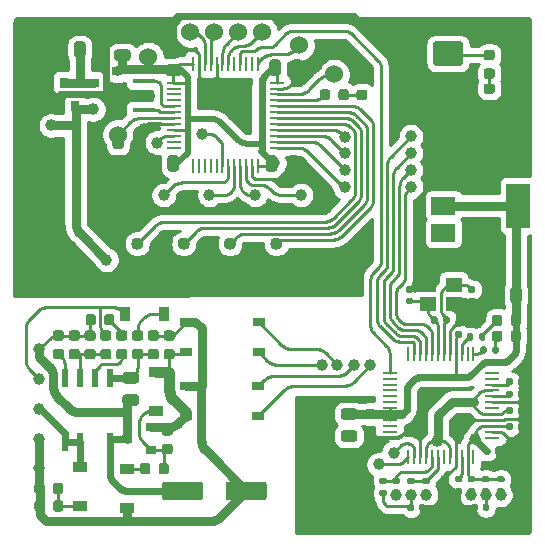
<source format=gbr>
%TF.GenerationSoftware,KiCad,Pcbnew,5.1.9+dfsg1-1*%
%TF.CreationDate,2022-06-05T14:52:39+03:00*%
%TF.ProjectId,Anemometr,416e656d-6f6d-4657-9472-2e6b69636164,rev?*%
%TF.SameCoordinates,Original*%
%TF.FileFunction,Copper,L1,Top*%
%TF.FilePolarity,Positive*%
%FSLAX46Y46*%
G04 Gerber Fmt 4.6, Leading zero omitted, Abs format (unit mm)*
G04 Created by KiCad (PCBNEW 5.1.9+dfsg1-1) date 2022-06-05 14:52:39*
%MOMM*%
%LPD*%
G01*
G04 APERTURE LIST*
%TA.AperFunction,SMDPad,CuDef*%
%ADD10R,1.400000X1.200000*%
%TD*%
%TA.AperFunction,SMDPad,CuDef*%
%ADD11R,0.900000X0.800000*%
%TD*%
%TA.AperFunction,SMDPad,CuDef*%
%ADD12R,0.800000X0.900000*%
%TD*%
%TA.AperFunction,SMDPad,CuDef*%
%ADD13R,2.000000X1.500000*%
%TD*%
%TA.AperFunction,SMDPad,CuDef*%
%ADD14R,2.000000X3.800000*%
%TD*%
%TA.AperFunction,SMDPad,CuDef*%
%ADD15R,1.900000X0.400000*%
%TD*%
%TA.AperFunction,SMDPad,CuDef*%
%ADD16C,1.524000*%
%TD*%
%TA.AperFunction,SMDPad,CuDef*%
%ADD17R,0.250000X1.300000*%
%TD*%
%TA.AperFunction,SMDPad,CuDef*%
%ADD18R,1.300000X0.250000*%
%TD*%
%TA.AperFunction,SMDPad,CuDef*%
%ADD19R,1.000000X0.800000*%
%TD*%
%TA.AperFunction,SMDPad,CuDef*%
%ADD20R,1.200000X0.900000*%
%TD*%
%TA.AperFunction,SMDPad,CuDef*%
%ADD21R,0.600000X1.550000*%
%TD*%
%TA.AperFunction,SMDPad,CuDef*%
%ADD22R,0.900000X1.200000*%
%TD*%
%TA.AperFunction,ViaPad*%
%ADD23C,1.000000*%
%TD*%
%TA.AperFunction,ViaPad*%
%ADD24C,0.800000*%
%TD*%
%TA.AperFunction,Conductor*%
%ADD25C,0.250000*%
%TD*%
%TA.AperFunction,Conductor*%
%ADD26C,0.600000*%
%TD*%
%TA.AperFunction,Conductor*%
%ADD27C,0.300000*%
%TD*%
%TA.AperFunction,Conductor*%
%ADD28C,0.350000*%
%TD*%
%TA.AperFunction,Conductor*%
%ADD29C,0.500000*%
%TD*%
%TA.AperFunction,Conductor*%
%ADD30C,0.800000*%
%TD*%
%TA.AperFunction,Conductor*%
%ADD31C,0.900000*%
%TD*%
%TA.AperFunction,Conductor*%
%ADD32C,0.254000*%
%TD*%
%TA.AperFunction,Conductor*%
%ADD33C,0.100000*%
%TD*%
G04 APERTURE END LIST*
D10*
%TO.P,Y2,4*%
%TO.N,GND*%
X54650000Y-83275000D03*
%TO.P,Y2,3*%
%TO.N,Net-(C7-Pad1)*%
X56850000Y-83275000D03*
%TO.P,Y2,2*%
%TO.N,GND*%
X56850000Y-84875000D03*
%TO.P,Y2,1*%
%TO.N,Net-(C4-Pad1)*%
X54650000Y-84875000D03*
%TD*%
%TO.P,R18,2*%
%TO.N,+3.3VA*%
%TA.AperFunction,SMDPad,CuDef*%
G36*
G01*
X59730220Y-100018880D02*
X59360220Y-100018880D01*
G75*
G02*
X59225220Y-99883880I0J135000D01*
G01*
X59225220Y-99613880D01*
G75*
G02*
X59360220Y-99478880I135000J0D01*
G01*
X59730220Y-99478880D01*
G75*
G02*
X59865220Y-99613880I0J-135000D01*
G01*
X59865220Y-99883880D01*
G75*
G02*
X59730220Y-100018880I-135000J0D01*
G01*
G37*
%TD.AperFunction*%
%TO.P,R18,1*%
%TO.N,Net-(C20-Pad1)*%
%TA.AperFunction,SMDPad,CuDef*%
G36*
G01*
X59730220Y-101038880D02*
X59360220Y-101038880D01*
G75*
G02*
X59225220Y-100903880I0J135000D01*
G01*
X59225220Y-100633880D01*
G75*
G02*
X59360220Y-100498880I135000J0D01*
G01*
X59730220Y-100498880D01*
G75*
G02*
X59865220Y-100633880I0J-135000D01*
G01*
X59865220Y-100903880D01*
G75*
G02*
X59730220Y-101038880I-135000J0D01*
G01*
G37*
%TD.AperFunction*%
%TD*%
%TO.P,R14,2*%
%TO.N,Net-(C26-Pad1)*%
%TA.AperFunction,SMDPad,CuDef*%
G36*
G01*
X51058660Y-100176360D02*
X50688660Y-100176360D01*
G75*
G02*
X50553660Y-100041360I0J135000D01*
G01*
X50553660Y-99771360D01*
G75*
G02*
X50688660Y-99636360I135000J0D01*
G01*
X51058660Y-99636360D01*
G75*
G02*
X51193660Y-99771360I0J-135000D01*
G01*
X51193660Y-100041360D01*
G75*
G02*
X51058660Y-100176360I-135000J0D01*
G01*
G37*
%TD.AperFunction*%
%TO.P,R14,1*%
%TO.N,Net-(C16-Pad2)*%
%TA.AperFunction,SMDPad,CuDef*%
G36*
G01*
X51058660Y-101196360D02*
X50688660Y-101196360D01*
G75*
G02*
X50553660Y-101061360I0J135000D01*
G01*
X50553660Y-100791360D01*
G75*
G02*
X50688660Y-100656360I135000J0D01*
G01*
X51058660Y-100656360D01*
G75*
G02*
X51193660Y-100791360I0J-135000D01*
G01*
X51193660Y-101061360D01*
G75*
G02*
X51058660Y-101196360I-135000J0D01*
G01*
G37*
%TD.AperFunction*%
%TD*%
%TO.P,R12,2*%
%TO.N,Net-(C25-Pad1)*%
%TA.AperFunction,SMDPad,CuDef*%
G36*
G01*
X53413240Y-100176360D02*
X53043240Y-100176360D01*
G75*
G02*
X52908240Y-100041360I0J135000D01*
G01*
X52908240Y-99771360D01*
G75*
G02*
X53043240Y-99636360I135000J0D01*
G01*
X53413240Y-99636360D01*
G75*
G02*
X53548240Y-99771360I0J-135000D01*
G01*
X53548240Y-100041360D01*
G75*
G02*
X53413240Y-100176360I-135000J0D01*
G01*
G37*
%TD.AperFunction*%
%TO.P,R12,1*%
%TO.N,Net-(C16-Pad2)*%
%TA.AperFunction,SMDPad,CuDef*%
G36*
G01*
X53413240Y-101196360D02*
X53043240Y-101196360D01*
G75*
G02*
X52908240Y-101061360I0J135000D01*
G01*
X52908240Y-100791360D01*
G75*
G02*
X53043240Y-100656360I135000J0D01*
G01*
X53413240Y-100656360D01*
G75*
G02*
X53548240Y-100791360I0J-135000D01*
G01*
X53548240Y-101061360D01*
G75*
G02*
X53413240Y-101196360I-135000J0D01*
G01*
G37*
%TD.AperFunction*%
%TD*%
%TO.P,R11,2*%
%TO.N,Net-(D3-Pad10)*%
%TA.AperFunction,SMDPad,CuDef*%
G36*
G01*
X57446760Y-100018880D02*
X57076760Y-100018880D01*
G75*
G02*
X56941760Y-99883880I0J135000D01*
G01*
X56941760Y-99613880D01*
G75*
G02*
X57076760Y-99478880I135000J0D01*
G01*
X57446760Y-99478880D01*
G75*
G02*
X57581760Y-99613880I0J-135000D01*
G01*
X57581760Y-99883880D01*
G75*
G02*
X57446760Y-100018880I-135000J0D01*
G01*
G37*
%TD.AperFunction*%
%TO.P,R11,1*%
%TO.N,GND*%
%TA.AperFunction,SMDPad,CuDef*%
G36*
G01*
X57446760Y-101038880D02*
X57076760Y-101038880D01*
G75*
G02*
X56941760Y-100903880I0J135000D01*
G01*
X56941760Y-100633880D01*
G75*
G02*
X57076760Y-100498880I135000J0D01*
G01*
X57446760Y-100498880D01*
G75*
G02*
X57581760Y-100633880I0J-135000D01*
G01*
X57581760Y-100903880D01*
G75*
G02*
X57446760Y-101038880I-135000J0D01*
G01*
G37*
%TD.AperFunction*%
%TD*%
%TO.P,R10,2*%
%TO.N,+3.3VA*%
%TA.AperFunction,SMDPad,CuDef*%
G36*
G01*
X61020540Y-100018880D02*
X60650540Y-100018880D01*
G75*
G02*
X60515540Y-99883880I0J135000D01*
G01*
X60515540Y-99613880D01*
G75*
G02*
X60650540Y-99478880I135000J0D01*
G01*
X61020540Y-99478880D01*
G75*
G02*
X61155540Y-99613880I0J-135000D01*
G01*
X61155540Y-99883880D01*
G75*
G02*
X61020540Y-100018880I-135000J0D01*
G01*
G37*
%TD.AperFunction*%
%TO.P,R10,1*%
%TO.N,Net-(D10-Pad1)*%
%TA.AperFunction,SMDPad,CuDef*%
G36*
G01*
X61020540Y-101038880D02*
X60650540Y-101038880D01*
G75*
G02*
X60515540Y-100903880I0J135000D01*
G01*
X60515540Y-100633880D01*
G75*
G02*
X60650540Y-100498880I135000J0D01*
G01*
X61020540Y-100498880D01*
G75*
G02*
X61155540Y-100633880I0J-135000D01*
G01*
X61155540Y-100903880D01*
G75*
G02*
X61020540Y-101038880I-135000J0D01*
G01*
G37*
%TD.AperFunction*%
%TD*%
%TO.P,R9,2*%
%TO.N,+3.3VA*%
%TA.AperFunction,SMDPad,CuDef*%
G36*
G01*
X58528800Y-100018880D02*
X58158800Y-100018880D01*
G75*
G02*
X58023800Y-99883880I0J135000D01*
G01*
X58023800Y-99613880D01*
G75*
G02*
X58158800Y-99478880I135000J0D01*
G01*
X58528800Y-99478880D01*
G75*
G02*
X58663800Y-99613880I0J-135000D01*
G01*
X58663800Y-99883880D01*
G75*
G02*
X58528800Y-100018880I-135000J0D01*
G01*
G37*
%TD.AperFunction*%
%TO.P,R9,1*%
%TO.N,Net-(D10-Pad3)*%
%TA.AperFunction,SMDPad,CuDef*%
G36*
G01*
X58528800Y-101038880D02*
X58158800Y-101038880D01*
G75*
G02*
X58023800Y-100903880I0J135000D01*
G01*
X58023800Y-100633880D01*
G75*
G02*
X58158800Y-100498880I135000J0D01*
G01*
X58528800Y-100498880D01*
G75*
G02*
X58663800Y-100633880I0J-135000D01*
G01*
X58663800Y-100903880D01*
G75*
G02*
X58528800Y-101038880I-135000J0D01*
G01*
G37*
%TD.AperFunction*%
%TD*%
%TO.P,C26,2*%
%TO.N,Net-(C26-Pad2)*%
%TA.AperFunction,SMDPad,CuDef*%
G36*
G01*
X51780620Y-100596360D02*
X52120620Y-100596360D01*
G75*
G02*
X52260620Y-100736360I0J-140000D01*
G01*
X52260620Y-101016360D01*
G75*
G02*
X52120620Y-101156360I-140000J0D01*
G01*
X51780620Y-101156360D01*
G75*
G02*
X51640620Y-101016360I0J140000D01*
G01*
X51640620Y-100736360D01*
G75*
G02*
X51780620Y-100596360I140000J0D01*
G01*
G37*
%TD.AperFunction*%
%TO.P,C26,1*%
%TO.N,Net-(C26-Pad1)*%
%TA.AperFunction,SMDPad,CuDef*%
G36*
G01*
X51780620Y-99636360D02*
X52120620Y-99636360D01*
G75*
G02*
X52260620Y-99776360I0J-140000D01*
G01*
X52260620Y-100056360D01*
G75*
G02*
X52120620Y-100196360I-140000J0D01*
G01*
X51780620Y-100196360D01*
G75*
G02*
X51640620Y-100056360I0J140000D01*
G01*
X51640620Y-99776360D01*
G75*
G02*
X51780620Y-99636360I140000J0D01*
G01*
G37*
%TD.AperFunction*%
%TD*%
%TO.P,C25,2*%
%TO.N,Net-(C25-Pad2)*%
%TA.AperFunction,SMDPad,CuDef*%
G36*
G01*
X54328240Y-100596360D02*
X54668240Y-100596360D01*
G75*
G02*
X54808240Y-100736360I0J-140000D01*
G01*
X54808240Y-101016360D01*
G75*
G02*
X54668240Y-101156360I-140000J0D01*
G01*
X54328240Y-101156360D01*
G75*
G02*
X54188240Y-101016360I0J140000D01*
G01*
X54188240Y-100736360D01*
G75*
G02*
X54328240Y-100596360I140000J0D01*
G01*
G37*
%TD.AperFunction*%
%TO.P,C25,1*%
%TO.N,Net-(C25-Pad1)*%
%TA.AperFunction,SMDPad,CuDef*%
G36*
G01*
X54328240Y-99636360D02*
X54668240Y-99636360D01*
G75*
G02*
X54808240Y-99776360I0J-140000D01*
G01*
X54808240Y-100056360D01*
G75*
G02*
X54668240Y-100196360I-140000J0D01*
G01*
X54328240Y-100196360D01*
G75*
G02*
X54188240Y-100056360I0J140000D01*
G01*
X54188240Y-99776360D01*
G75*
G02*
X54328240Y-99636360I140000J0D01*
G01*
G37*
%TD.AperFunction*%
%TD*%
%TO.P,C20,2*%
%TO.N,GND*%
%TA.AperFunction,SMDPad,CuDef*%
G36*
G01*
X58885480Y-101960860D02*
X58885480Y-102300860D01*
G75*
G02*
X58745480Y-102440860I-140000J0D01*
G01*
X58465480Y-102440860D01*
G75*
G02*
X58325480Y-102300860I0J140000D01*
G01*
X58325480Y-101960860D01*
G75*
G02*
X58465480Y-101820860I140000J0D01*
G01*
X58745480Y-101820860D01*
G75*
G02*
X58885480Y-101960860I0J-140000D01*
G01*
G37*
%TD.AperFunction*%
%TO.P,C20,1*%
%TO.N,Net-(C20-Pad1)*%
%TA.AperFunction,SMDPad,CuDef*%
G36*
G01*
X59845480Y-101960860D02*
X59845480Y-102300860D01*
G75*
G02*
X59705480Y-102440860I-140000J0D01*
G01*
X59425480Y-102440860D01*
G75*
G02*
X59285480Y-102300860I0J140000D01*
G01*
X59285480Y-101960860D01*
G75*
G02*
X59425480Y-101820860I140000J0D01*
G01*
X59705480Y-101820860D01*
G75*
G02*
X59845480Y-101960860I0J-140000D01*
G01*
G37*
%TD.AperFunction*%
%TD*%
%TO.P,C16,2*%
%TO.N,Net-(C16-Pad2)*%
%TA.AperFunction,SMDPad,CuDef*%
G36*
G01*
X53493060Y-101988800D02*
X53493060Y-102328800D01*
G75*
G02*
X53353060Y-102468800I-140000J0D01*
G01*
X53073060Y-102468800D01*
G75*
G02*
X52933060Y-102328800I0J140000D01*
G01*
X52933060Y-101988800D01*
G75*
G02*
X53073060Y-101848800I140000J0D01*
G01*
X53353060Y-101848800D01*
G75*
G02*
X53493060Y-101988800I0J-140000D01*
G01*
G37*
%TD.AperFunction*%
%TO.P,C16,1*%
%TO.N,GND*%
%TA.AperFunction,SMDPad,CuDef*%
G36*
G01*
X54453060Y-101988800D02*
X54453060Y-102328800D01*
G75*
G02*
X54313060Y-102468800I-140000J0D01*
G01*
X54033060Y-102468800D01*
G75*
G02*
X53893060Y-102328800I0J140000D01*
G01*
X53893060Y-101988800D01*
G75*
G02*
X54033060Y-101848800I140000J0D01*
G01*
X54313060Y-101848800D01*
G75*
G02*
X54453060Y-101988800I0J-140000D01*
G01*
G37*
%TD.AperFunction*%
%TD*%
%TO.P,C43,2*%
%TO.N,GND*%
%TA.AperFunction,SMDPad,CuDef*%
G36*
G01*
X62252200Y-94124600D02*
X62252200Y-93784600D01*
G75*
G02*
X62392200Y-93644600I140000J0D01*
G01*
X62672200Y-93644600D01*
G75*
G02*
X62812200Y-93784600I0J-140000D01*
G01*
X62812200Y-94124600D01*
G75*
G02*
X62672200Y-94264600I-140000J0D01*
G01*
X62392200Y-94264600D01*
G75*
G02*
X62252200Y-94124600I0J140000D01*
G01*
G37*
%TD.AperFunction*%
%TO.P,C43,1*%
%TO.N,+3.3VA*%
%TA.AperFunction,SMDPad,CuDef*%
G36*
G01*
X61292200Y-94124600D02*
X61292200Y-93784600D01*
G75*
G02*
X61432200Y-93644600I140000J0D01*
G01*
X61712200Y-93644600D01*
G75*
G02*
X61852200Y-93784600I0J-140000D01*
G01*
X61852200Y-94124600D01*
G75*
G02*
X61712200Y-94264600I-140000J0D01*
G01*
X61432200Y-94264600D01*
G75*
G02*
X61292200Y-94124600I0J140000D01*
G01*
G37*
%TD.AperFunction*%
%TD*%
%TO.P,C15,1*%
%TO.N,GND*%
%TA.AperFunction,SMDPad,CuDef*%
G36*
G01*
X50014850Y-96246400D02*
X49502350Y-96246400D01*
G75*
G02*
X49283600Y-96027650I0J218750D01*
G01*
X49283600Y-95590150D01*
G75*
G02*
X49502350Y-95371400I218750J0D01*
G01*
X50014850Y-95371400D01*
G75*
G02*
X50233600Y-95590150I0J-218750D01*
G01*
X50233600Y-96027650D01*
G75*
G02*
X50014850Y-96246400I-218750J0D01*
G01*
G37*
%TD.AperFunction*%
%TO.P,C15,2*%
%TO.N,+3.3VDAC*%
%TA.AperFunction,SMDPad,CuDef*%
G36*
G01*
X50014850Y-94671400D02*
X49502350Y-94671400D01*
G75*
G02*
X49283600Y-94452650I0J218750D01*
G01*
X49283600Y-94015150D01*
G75*
G02*
X49502350Y-93796400I218750J0D01*
G01*
X50014850Y-93796400D01*
G75*
G02*
X50233600Y-94015150I0J-218750D01*
G01*
X50233600Y-94452650D01*
G75*
G02*
X50014850Y-94671400I-218750J0D01*
G01*
G37*
%TD.AperFunction*%
%TD*%
%TO.P,R1,2*%
%TO.N,Net-(C4-Pad1)*%
%TA.AperFunction,SMDPad,CuDef*%
G36*
G01*
X55485000Y-86090000D02*
X55485000Y-86460000D01*
G75*
G02*
X55350000Y-86595000I-135000J0D01*
G01*
X55080000Y-86595000D01*
G75*
G02*
X54945000Y-86460000I0J135000D01*
G01*
X54945000Y-86090000D01*
G75*
G02*
X55080000Y-85955000I135000J0D01*
G01*
X55350000Y-85955000D01*
G75*
G02*
X55485000Y-86090000I0J-135000D01*
G01*
G37*
%TD.AperFunction*%
%TO.P,R1,1*%
%TO.N,Net-(C7-Pad1)*%
%TA.AperFunction,SMDPad,CuDef*%
G36*
G01*
X56505000Y-86090000D02*
X56505000Y-86460000D01*
G75*
G02*
X56370000Y-86595000I-135000J0D01*
G01*
X56100000Y-86595000D01*
G75*
G02*
X55965000Y-86460000I0J135000D01*
G01*
X55965000Y-86090000D01*
G75*
G02*
X56100000Y-85955000I135000J0D01*
G01*
X56370000Y-85955000D01*
G75*
G02*
X56505000Y-86090000I0J-135000D01*
G01*
G37*
%TD.AperFunction*%
%TD*%
%TO.P,C7,2*%
%TO.N,GND*%
%TA.AperFunction,SMDPad,CuDef*%
G36*
G01*
X58205000Y-84375000D02*
X58545000Y-84375000D01*
G75*
G02*
X58685000Y-84515000I0J-140000D01*
G01*
X58685000Y-84795000D01*
G75*
G02*
X58545000Y-84935000I-140000J0D01*
G01*
X58205000Y-84935000D01*
G75*
G02*
X58065000Y-84795000I0J140000D01*
G01*
X58065000Y-84515000D01*
G75*
G02*
X58205000Y-84375000I140000J0D01*
G01*
G37*
%TD.AperFunction*%
%TO.P,C7,1*%
%TO.N,Net-(C7-Pad1)*%
%TA.AperFunction,SMDPad,CuDef*%
G36*
G01*
X58205000Y-83415000D02*
X58545000Y-83415000D01*
G75*
G02*
X58685000Y-83555000I0J-140000D01*
G01*
X58685000Y-83835000D01*
G75*
G02*
X58545000Y-83975000I-140000J0D01*
G01*
X58205000Y-83975000D01*
G75*
G02*
X58065000Y-83835000I0J140000D01*
G01*
X58065000Y-83555000D01*
G75*
G02*
X58205000Y-83415000I140000J0D01*
G01*
G37*
%TD.AperFunction*%
%TD*%
%TO.P,C4,2*%
%TO.N,GND*%
%TA.AperFunction,SMDPad,CuDef*%
G36*
G01*
X53270000Y-83975000D02*
X52930000Y-83975000D01*
G75*
G02*
X52790000Y-83835000I0J140000D01*
G01*
X52790000Y-83555000D01*
G75*
G02*
X52930000Y-83415000I140000J0D01*
G01*
X53270000Y-83415000D01*
G75*
G02*
X53410000Y-83555000I0J-140000D01*
G01*
X53410000Y-83835000D01*
G75*
G02*
X53270000Y-83975000I-140000J0D01*
G01*
G37*
%TD.AperFunction*%
%TO.P,C4,1*%
%TO.N,Net-(C4-Pad1)*%
%TA.AperFunction,SMDPad,CuDef*%
G36*
G01*
X53270000Y-84935000D02*
X52930000Y-84935000D01*
G75*
G02*
X52790000Y-84795000I0J140000D01*
G01*
X52790000Y-84515000D01*
G75*
G02*
X52930000Y-84375000I140000J0D01*
G01*
X53270000Y-84375000D01*
G75*
G02*
X53410000Y-84515000I0J-140000D01*
G01*
X53410000Y-84795000D01*
G75*
G02*
X53270000Y-84935000I-140000J0D01*
G01*
G37*
%TD.AperFunction*%
%TD*%
%TO.P,C14,2*%
%TO.N,+3.3VDAC*%
%TA.AperFunction,SMDPad,CuDef*%
G36*
G01*
X57080000Y-87225000D02*
X57420000Y-87225000D01*
G75*
G02*
X57560000Y-87365000I0J-140000D01*
G01*
X57560000Y-87645000D01*
G75*
G02*
X57420000Y-87785000I-140000J0D01*
G01*
X57080000Y-87785000D01*
G75*
G02*
X56940000Y-87645000I0J140000D01*
G01*
X56940000Y-87365000D01*
G75*
G02*
X57080000Y-87225000I140000J0D01*
G01*
G37*
%TD.AperFunction*%
%TO.P,C14,1*%
%TO.N,GND*%
%TA.AperFunction,SMDPad,CuDef*%
G36*
G01*
X57080000Y-86265000D02*
X57420000Y-86265000D01*
G75*
G02*
X57560000Y-86405000I0J-140000D01*
G01*
X57560000Y-86685000D01*
G75*
G02*
X57420000Y-86825000I-140000J0D01*
G01*
X57080000Y-86825000D01*
G75*
G02*
X56940000Y-86685000I0J140000D01*
G01*
X56940000Y-86405000D01*
G75*
G02*
X57080000Y-86265000I140000J0D01*
G01*
G37*
%TD.AperFunction*%
%TD*%
%TO.P,C28,2*%
%TO.N,GND*%
%TA.AperFunction,SMDPad,CuDef*%
G36*
G01*
X60314180Y-97553600D02*
X60314180Y-97213600D01*
G75*
G02*
X60454180Y-97073600I140000J0D01*
G01*
X60734180Y-97073600D01*
G75*
G02*
X60874180Y-97213600I0J-140000D01*
G01*
X60874180Y-97553600D01*
G75*
G02*
X60734180Y-97693600I-140000J0D01*
G01*
X60454180Y-97693600D01*
G75*
G02*
X60314180Y-97553600I0J140000D01*
G01*
G37*
%TD.AperFunction*%
%TO.P,C28,1*%
%TO.N,+3.3VA*%
%TA.AperFunction,SMDPad,CuDef*%
G36*
G01*
X59354180Y-97553600D02*
X59354180Y-97213600D01*
G75*
G02*
X59494180Y-97073600I140000J0D01*
G01*
X59774180Y-97073600D01*
G75*
G02*
X59914180Y-97213600I0J-140000D01*
G01*
X59914180Y-97553600D01*
G75*
G02*
X59774180Y-97693600I-140000J0D01*
G01*
X59494180Y-97693600D01*
G75*
G02*
X59354180Y-97553600I0J140000D01*
G01*
G37*
%TD.AperFunction*%
%TD*%
%TO.P,R2,2*%
%TO.N,Net-(D3-Pad27)*%
%TA.AperFunction,SMDPad,CuDef*%
G36*
G01*
X58510000Y-87508500D02*
X58510000Y-87878500D01*
G75*
G02*
X58375000Y-88013500I-135000J0D01*
G01*
X58105000Y-88013500D01*
G75*
G02*
X57970000Y-87878500I0J135000D01*
G01*
X57970000Y-87508500D01*
G75*
G02*
X58105000Y-87373500I135000J0D01*
G01*
X58375000Y-87373500D01*
G75*
G02*
X58510000Y-87508500I0J-135000D01*
G01*
G37*
%TD.AperFunction*%
%TO.P,R2,1*%
%TO.N,Net-(D1-Pad1)*%
%TA.AperFunction,SMDPad,CuDef*%
G36*
G01*
X59530000Y-87508500D02*
X59530000Y-87878500D01*
G75*
G02*
X59395000Y-88013500I-135000J0D01*
G01*
X59125000Y-88013500D01*
G75*
G02*
X58990000Y-87878500I0J135000D01*
G01*
X58990000Y-87508500D01*
G75*
G02*
X59125000Y-87373500I135000J0D01*
G01*
X59395000Y-87373500D01*
G75*
G02*
X59530000Y-87508500I0J-135000D01*
G01*
G37*
%TD.AperFunction*%
%TD*%
%TO.P,C39,2*%
%TO.N,GND*%
%TA.AperFunction,SMDPad,CuDef*%
G36*
G01*
X62250000Y-95470000D02*
X62250000Y-95130000D01*
G75*
G02*
X62390000Y-94990000I140000J0D01*
G01*
X62670000Y-94990000D01*
G75*
G02*
X62810000Y-95130000I0J-140000D01*
G01*
X62810000Y-95470000D01*
G75*
G02*
X62670000Y-95610000I-140000J0D01*
G01*
X62390000Y-95610000D01*
G75*
G02*
X62250000Y-95470000I0J140000D01*
G01*
G37*
%TD.AperFunction*%
%TO.P,C39,1*%
%TO.N,+3.3VA*%
%TA.AperFunction,SMDPad,CuDef*%
G36*
G01*
X61290000Y-95470000D02*
X61290000Y-95130000D01*
G75*
G02*
X61430000Y-94990000I140000J0D01*
G01*
X61710000Y-94990000D01*
G75*
G02*
X61850000Y-95130000I0J-140000D01*
G01*
X61850000Y-95470000D01*
G75*
G02*
X61710000Y-95610000I-140000J0D01*
G01*
X61430000Y-95610000D01*
G75*
G02*
X61290000Y-95470000I0J140000D01*
G01*
G37*
%TD.AperFunction*%
%TD*%
%TO.P,R3,2*%
%TO.N,Net-(D3-Pad25)*%
%TA.AperFunction,SMDPad,CuDef*%
G36*
G01*
X59627800Y-88626100D02*
X59627800Y-88996100D01*
G75*
G02*
X59492800Y-89131100I-135000J0D01*
G01*
X59222800Y-89131100D01*
G75*
G02*
X59087800Y-88996100I0J135000D01*
G01*
X59087800Y-88626100D01*
G75*
G02*
X59222800Y-88491100I135000J0D01*
G01*
X59492800Y-88491100D01*
G75*
G02*
X59627800Y-88626100I0J-135000D01*
G01*
G37*
%TD.AperFunction*%
%TO.P,R3,1*%
%TO.N,Net-(D2-Pad1)*%
%TA.AperFunction,SMDPad,CuDef*%
G36*
G01*
X60647800Y-88626100D02*
X60647800Y-88996100D01*
G75*
G02*
X60512800Y-89131100I-135000J0D01*
G01*
X60242800Y-89131100D01*
G75*
G02*
X60107800Y-88996100I0J135000D01*
G01*
X60107800Y-88626100D01*
G75*
G02*
X60242800Y-88491100I135000J0D01*
G01*
X60512800Y-88491100D01*
G75*
G02*
X60647800Y-88626100I0J-135000D01*
G01*
G37*
%TD.AperFunction*%
%TD*%
%TO.P,C12,2*%
%TO.N,Net-(C12-Pad2)*%
%TA.AperFunction,SMDPad,CuDef*%
G36*
G01*
X61850000Y-92380000D02*
X61850000Y-92720000D01*
G75*
G02*
X61710000Y-92860000I-140000J0D01*
G01*
X61430000Y-92860000D01*
G75*
G02*
X61290000Y-92720000I0J140000D01*
G01*
X61290000Y-92380000D01*
G75*
G02*
X61430000Y-92240000I140000J0D01*
G01*
X61710000Y-92240000D01*
G75*
G02*
X61850000Y-92380000I0J-140000D01*
G01*
G37*
%TD.AperFunction*%
%TO.P,C12,1*%
%TO.N,GND*%
%TA.AperFunction,SMDPad,CuDef*%
G36*
G01*
X62810000Y-92380000D02*
X62810000Y-92720000D01*
G75*
G02*
X62670000Y-92860000I-140000J0D01*
G01*
X62390000Y-92860000D01*
G75*
G02*
X62250000Y-92720000I0J140000D01*
G01*
X62250000Y-92380000D01*
G75*
G02*
X62390000Y-92240000I140000J0D01*
G01*
X62670000Y-92240000D01*
G75*
G02*
X62810000Y-92380000I0J-140000D01*
G01*
G37*
%TD.AperFunction*%
%TD*%
%TO.P,C10,2*%
%TO.N,Net-(C10-Pad2)*%
%TA.AperFunction,SMDPad,CuDef*%
G36*
G01*
X61852200Y-91330000D02*
X61852200Y-91670000D01*
G75*
G02*
X61712200Y-91810000I-140000J0D01*
G01*
X61432200Y-91810000D01*
G75*
G02*
X61292200Y-91670000I0J140000D01*
G01*
X61292200Y-91330000D01*
G75*
G02*
X61432200Y-91190000I140000J0D01*
G01*
X61712200Y-91190000D01*
G75*
G02*
X61852200Y-91330000I0J-140000D01*
G01*
G37*
%TD.AperFunction*%
%TO.P,C10,1*%
%TO.N,GND*%
%TA.AperFunction,SMDPad,CuDef*%
G36*
G01*
X62812200Y-91330000D02*
X62812200Y-91670000D01*
G75*
G02*
X62672200Y-91810000I-140000J0D01*
G01*
X62392200Y-91810000D01*
G75*
G02*
X62252200Y-91670000I0J140000D01*
G01*
X62252200Y-91330000D01*
G75*
G02*
X62392200Y-91190000I140000J0D01*
G01*
X62672200Y-91190000D01*
G75*
G02*
X62812200Y-91330000I0J-140000D01*
G01*
G37*
%TD.AperFunction*%
%TD*%
%TO.P,D4,2*%
%TO.N,Net-(D4-Pad2)*%
%TA.AperFunction,SMDPad,CuDef*%
G36*
G01*
X48816550Y-66773540D02*
X49329050Y-66773540D01*
G75*
G02*
X49547800Y-66992290I0J-218750D01*
G01*
X49547800Y-67429790D01*
G75*
G02*
X49329050Y-67648540I-218750J0D01*
G01*
X48816550Y-67648540D01*
G75*
G02*
X48597800Y-67429790I0J218750D01*
G01*
X48597800Y-66992290D01*
G75*
G02*
X48816550Y-66773540I218750J0D01*
G01*
G37*
%TD.AperFunction*%
%TO.P,D4,1*%
%TO.N,GND*%
%TA.AperFunction,SMDPad,CuDef*%
G36*
G01*
X48816550Y-65198540D02*
X49329050Y-65198540D01*
G75*
G02*
X49547800Y-65417290I0J-218750D01*
G01*
X49547800Y-65854790D01*
G75*
G02*
X49329050Y-66073540I-218750J0D01*
G01*
X48816550Y-66073540D01*
G75*
G02*
X48597800Y-65854790I0J218750D01*
G01*
X48597800Y-65417290D01*
G75*
G02*
X48816550Y-65198540I218750J0D01*
G01*
G37*
%TD.AperFunction*%
%TD*%
%TO.P,R15,1*%
%TO.N,Net-(D5-Pad2)*%
%TA.AperFunction,SMDPad,CuDef*%
G36*
G01*
X60106250Y-65850000D02*
X59593750Y-65850000D01*
G75*
G02*
X59375000Y-65631250I0J218750D01*
G01*
X59375000Y-65193750D01*
G75*
G02*
X59593750Y-64975000I218750J0D01*
G01*
X60106250Y-64975000D01*
G75*
G02*
X60325000Y-65193750I0J-218750D01*
G01*
X60325000Y-65631250D01*
G75*
G02*
X60106250Y-65850000I-218750J0D01*
G01*
G37*
%TD.AperFunction*%
%TO.P,R15,2*%
%TO.N,/5.6-6v*%
%TA.AperFunction,SMDPad,CuDef*%
G36*
G01*
X60106250Y-64275000D02*
X59593750Y-64275000D01*
G75*
G02*
X59375000Y-64056250I0J218750D01*
G01*
X59375000Y-63618750D01*
G75*
G02*
X59593750Y-63400000I218750J0D01*
G01*
X60106250Y-63400000D01*
G75*
G02*
X60325000Y-63618750I0J-218750D01*
G01*
X60325000Y-64056250D01*
G75*
G02*
X60106250Y-64275000I-218750J0D01*
G01*
G37*
%TD.AperFunction*%
%TD*%
%TO.P,D5,2*%
%TO.N,Net-(D5-Pad2)*%
%TA.AperFunction,SMDPad,CuDef*%
G36*
G01*
X60106250Y-67125000D02*
X59593750Y-67125000D01*
G75*
G02*
X59375000Y-66906250I0J218750D01*
G01*
X59375000Y-66468750D01*
G75*
G02*
X59593750Y-66250000I218750J0D01*
G01*
X60106250Y-66250000D01*
G75*
G02*
X60325000Y-66468750I0J-218750D01*
G01*
X60325000Y-66906250D01*
G75*
G02*
X60106250Y-67125000I-218750J0D01*
G01*
G37*
%TD.AperFunction*%
%TO.P,D5,1*%
%TO.N,GND*%
%TA.AperFunction,SMDPad,CuDef*%
G36*
G01*
X60106250Y-68700000D02*
X59593750Y-68700000D01*
G75*
G02*
X59375000Y-68481250I0J218750D01*
G01*
X59375000Y-68043750D01*
G75*
G02*
X59593750Y-67825000I218750J0D01*
G01*
X60106250Y-67825000D01*
G75*
G02*
X60325000Y-68043750I0J-218750D01*
G01*
X60325000Y-68481250D01*
G75*
G02*
X60106250Y-68700000I-218750J0D01*
G01*
G37*
%TD.AperFunction*%
%TD*%
%TO.P,C58,2*%
%TO.N,GND*%
%TA.AperFunction,SMDPad,CuDef*%
G36*
G01*
X55332520Y-68894780D02*
X57382520Y-68894780D01*
G75*
G02*
X57632520Y-69144780I0J-250000D01*
G01*
X57632520Y-70719780D01*
G75*
G02*
X57382520Y-70969780I-250000J0D01*
G01*
X55332520Y-70969780D01*
G75*
G02*
X55082520Y-70719780I0J250000D01*
G01*
X55082520Y-69144780D01*
G75*
G02*
X55332520Y-68894780I250000J0D01*
G01*
G37*
%TD.AperFunction*%
%TO.P,C58,1*%
%TO.N,/5.6-6v*%
%TA.AperFunction,SMDPad,CuDef*%
G36*
G01*
X55332520Y-62669780D02*
X57382520Y-62669780D01*
G75*
G02*
X57632520Y-62919780I0J-250000D01*
G01*
X57632520Y-64494780D01*
G75*
G02*
X57382520Y-64744780I-250000J0D01*
G01*
X55332520Y-64744780D01*
G75*
G02*
X55082520Y-64494780I0J250000D01*
G01*
X55082520Y-62919780D01*
G75*
G02*
X55332520Y-62669780I250000J0D01*
G01*
G37*
%TD.AperFunction*%
%TD*%
D11*
%TO.P,U9,3*%
%TO.N,/5.6-6v*%
X26378660Y-66164460D03*
%TO.P,U9,2*%
%TO.N,+3V3*%
X28378660Y-65214460D03*
%TO.P,U9,1*%
%TO.N,GND*%
X28378660Y-67114460D03*
%TD*%
D12*
%TO.P,U7,3*%
%TO.N,/5.6-6v*%
X23850000Y-66175000D03*
%TO.P,U7,2*%
%TO.N,+5VA*%
X24800000Y-68175000D03*
%TO.P,U7,1*%
%TO.N,GND*%
X22900000Y-68175000D03*
%TD*%
%TO.P,C56,2*%
%TO.N,+3.3VDAC*%
%TA.AperFunction,SMDPad,CuDef*%
G36*
G01*
X61628440Y-84621690D02*
X61628440Y-83709190D01*
G75*
G02*
X61872190Y-83465440I243750J0D01*
G01*
X62359690Y-83465440D01*
G75*
G02*
X62603440Y-83709190I0J-243750D01*
G01*
X62603440Y-84621690D01*
G75*
G02*
X62359690Y-84865440I-243750J0D01*
G01*
X61872190Y-84865440D01*
G75*
G02*
X61628440Y-84621690I0J243750D01*
G01*
G37*
%TD.AperFunction*%
%TO.P,C56,1*%
%TO.N,GND*%
%TA.AperFunction,SMDPad,CuDef*%
G36*
G01*
X59753440Y-84621690D02*
X59753440Y-83709190D01*
G75*
G02*
X59997190Y-83465440I243750J0D01*
G01*
X60484690Y-83465440D01*
G75*
G02*
X60728440Y-83709190I0J-243750D01*
G01*
X60728440Y-84621690D01*
G75*
G02*
X60484690Y-84865440I-243750J0D01*
G01*
X59997190Y-84865440D01*
G75*
G02*
X59753440Y-84621690I0J243750D01*
G01*
G37*
%TD.AperFunction*%
%TD*%
D13*
%TO.P,U6,1*%
%TO.N,GND*%
X55978660Y-74281000D03*
%TO.P,U6,3*%
%TO.N,/5.6-6v*%
X55978660Y-78881000D03*
%TO.P,U6,2*%
%TO.N,+3.3VDAC*%
X55978660Y-76581000D03*
D14*
X62278660Y-76581000D03*
%TD*%
D15*
%TO.P,Y1,3*%
%TO.N,Net-(U1-Pad6)*%
X30594300Y-68471900D03*
%TO.P,Y1,2*%
%TO.N,GND*%
X30594300Y-67271900D03*
%TO.P,Y1,1*%
%TO.N,Net-(U1-Pad5)*%
X30594300Y-66071900D03*
%TD*%
D16*
%TO.P,J7,1*%
%TO.N,GND*%
X32207200Y-61531500D03*
%TD*%
%TO.P,R4,2*%
%TO.N,Net-(R4-Pad2)*%
%TA.AperFunction,SMDPad,CuDef*%
G36*
G01*
X46386000Y-66952150D02*
X46386000Y-67464650D01*
G75*
G02*
X46167250Y-67683400I-218750J0D01*
G01*
X45729750Y-67683400D01*
G75*
G02*
X45511000Y-67464650I0J218750D01*
G01*
X45511000Y-66952150D01*
G75*
G02*
X45729750Y-66733400I218750J0D01*
G01*
X46167250Y-66733400D01*
G75*
G02*
X46386000Y-66952150I0J-218750D01*
G01*
G37*
%TD.AperFunction*%
%TO.P,R4,1*%
%TO.N,Net-(D4-Pad2)*%
%TA.AperFunction,SMDPad,CuDef*%
G36*
G01*
X47961000Y-66952150D02*
X47961000Y-67464650D01*
G75*
G02*
X47742250Y-67683400I-218750J0D01*
G01*
X47304750Y-67683400D01*
G75*
G02*
X47086000Y-67464650I0J218750D01*
G01*
X47086000Y-66952150D01*
G75*
G02*
X47304750Y-66733400I218750J0D01*
G01*
X47742250Y-66733400D01*
G75*
G02*
X47961000Y-66952150I0J-218750D01*
G01*
G37*
%TD.AperFunction*%
%TD*%
D17*
%TO.P,D3,1*%
%TO.N,Net-(D10-Pad3)*%
X53015700Y-97834700D03*
%TO.P,D3,2*%
%TO.N,Net-(D10-Pad1)*%
X53515700Y-97834700D03*
%TO.P,D3,3*%
%TO.N,GND*%
X54015700Y-97834700D03*
%TO.P,D3,4*%
%TO.N,+3.3VA*%
X54515700Y-97834700D03*
%TO.P,D3,5*%
%TO.N,Net-(C26-Pad1)*%
X55015700Y-97834700D03*
%TO.P,D3,6*%
%TO.N,Net-(C25-Pad1)*%
X55515700Y-97834700D03*
%TO.P,D3,7*%
%TO.N,N/C*%
X56015700Y-97834700D03*
%TO.P,D3,8*%
%TO.N,+3.3VA*%
X56515700Y-97834700D03*
%TO.P,D3,9*%
%TO.N,GND*%
X57015700Y-97834700D03*
%TO.P,D3,10*%
%TO.N,Net-(D3-Pad10)*%
X57515700Y-97834700D03*
%TO.P,D3,11*%
%TO.N,+3.3VA*%
X58015700Y-97834700D03*
%TO.P,D3,12*%
%TO.N,N/C*%
X58515700Y-97834700D03*
D18*
%TO.P,D3,13*%
X60115700Y-96234700D03*
%TO.P,D3,14*%
%TO.N,GND*%
X60115700Y-95734700D03*
%TO.P,D3,15*%
%TO.N,+3.3VA*%
X60115700Y-95234700D03*
%TO.P,D3,16*%
%TO.N,GND*%
X60115700Y-94734700D03*
%TO.P,D3,17*%
%TO.N,+3.3VA*%
X60115700Y-94234700D03*
%TO.P,D3,18*%
%TO.N,N/C*%
X60115700Y-93734700D03*
%TO.P,D3,19*%
%TO.N,GND*%
X60115700Y-93234700D03*
%TO.P,D3,20*%
%TO.N,Net-(C12-Pad2)*%
X60115700Y-92734700D03*
%TO.P,D3,21*%
%TO.N,+3.3VA*%
X60115700Y-92234700D03*
%TO.P,D3,22*%
%TO.N,Net-(C10-Pad2)*%
X60115700Y-91734700D03*
%TO.P,D3,23*%
%TO.N,N/C*%
X60115700Y-91234700D03*
%TO.P,D3,24*%
X60115700Y-90734700D03*
D17*
%TO.P,D3,25*%
%TO.N,Net-(D3-Pad25)*%
X58515700Y-89134700D03*
%TO.P,D3,26*%
%TO.N,N/C*%
X58015700Y-89134700D03*
%TO.P,D3,27*%
%TO.N,Net-(D3-Pad27)*%
X57515700Y-89134700D03*
%TO.P,D3,28*%
%TO.N,+3.3VDAC*%
X57015700Y-89134700D03*
%TO.P,D3,29*%
%TO.N,GND*%
X56515700Y-89134700D03*
%TO.P,D3,30*%
%TO.N,Net-(C7-Pad1)*%
X56015700Y-89134700D03*
%TO.P,D3,31*%
%TO.N,Net-(C4-Pad1)*%
X55515700Y-89134700D03*
%TO.P,D3,32*%
%TO.N,Net-(D3-Pad32)*%
X55015700Y-89134700D03*
%TO.P,D3,33*%
%TO.N,Net-(D3-Pad33)*%
X54515700Y-89134700D03*
%TO.P,D3,34*%
%TO.N,Net-(D3-Pad34)*%
X54015700Y-89134700D03*
%TO.P,D3,35*%
%TO.N,Net-(D3-Pad35)*%
X53515700Y-89134700D03*
%TO.P,D3,36*%
%TO.N,N/C*%
X53015700Y-89134700D03*
D18*
%TO.P,D3,37*%
%TO.N,Net-(D3-Pad37)*%
X51415700Y-90734700D03*
%TO.P,D3,38*%
%TO.N,N/C*%
X51415700Y-91234700D03*
%TO.P,D3,39*%
X51415700Y-91734700D03*
%TO.P,D3,40*%
X51415700Y-92234700D03*
%TO.P,D3,41*%
X51415700Y-92734700D03*
%TO.P,D3,42*%
X51415700Y-93234700D03*
%TO.P,D3,43*%
%TO.N,+3.3VDAC*%
X51415700Y-93734700D03*
%TO.P,D3,44*%
X51415700Y-94234700D03*
%TO.P,D3,45*%
X51415700Y-94734700D03*
%TO.P,D3,46*%
%TO.N,N/C*%
X51415700Y-95234700D03*
%TO.P,D3,47*%
X51415700Y-95734700D03*
%TO.P,D3,48*%
%TO.N,GND*%
X51415700Y-96234700D03*
%TD*%
%TO.P,C3,1*%
%TO.N,GND*%
%TA.AperFunction,SMDPad,CuDef*%
G36*
G01*
X28686470Y-73361000D02*
X28173970Y-73361000D01*
G75*
G02*
X27955220Y-73142250I0J218750D01*
G01*
X27955220Y-72704750D01*
G75*
G02*
X28173970Y-72486000I218750J0D01*
G01*
X28686470Y-72486000D01*
G75*
G02*
X28905220Y-72704750I0J-218750D01*
G01*
X28905220Y-73142250D01*
G75*
G02*
X28686470Y-73361000I-218750J0D01*
G01*
G37*
%TD.AperFunction*%
%TO.P,C3,2*%
%TO.N,Net-(C3-Pad2)*%
%TA.AperFunction,SMDPad,CuDef*%
G36*
G01*
X28686470Y-71786000D02*
X28173970Y-71786000D01*
G75*
G02*
X27955220Y-71567250I0J218750D01*
G01*
X27955220Y-71129750D01*
G75*
G02*
X28173970Y-70911000I218750J0D01*
G01*
X28686470Y-70911000D01*
G75*
G02*
X28905220Y-71129750I0J-218750D01*
G01*
X28905220Y-71567250D01*
G75*
G02*
X28686470Y-71786000I-218750J0D01*
G01*
G37*
%TD.AperFunction*%
%TD*%
D16*
%TO.P,J6,1*%
%TO.N,+3V3*%
X31000000Y-64025000D03*
%TD*%
%TO.P,J4,1*%
%TO.N,Net-(J4-Pad1)*%
X34556700Y-61887100D03*
%TD*%
%TO.P,J3,1*%
%TO.N,Net-(J3-Pad1)*%
X36584466Y-61887100D03*
%TD*%
%TO.P,R24,1*%
%TO.N,Net-(D9-Pad1)*%
%TA.AperFunction,SMDPad,CuDef*%
G36*
G01*
X32844450Y-97630700D02*
X32331950Y-97630700D01*
G75*
G02*
X32113200Y-97411950I0J218750D01*
G01*
X32113200Y-96974450D01*
G75*
G02*
X32331950Y-96755700I218750J0D01*
G01*
X32844450Y-96755700D01*
G75*
G02*
X33063200Y-96974450I0J-218750D01*
G01*
X33063200Y-97411950D01*
G75*
G02*
X32844450Y-97630700I-218750J0D01*
G01*
G37*
%TD.AperFunction*%
%TO.P,R24,2*%
%TO.N,Net-(D12-Pad4)*%
%TA.AperFunction,SMDPad,CuDef*%
G36*
G01*
X32844450Y-96055700D02*
X32331950Y-96055700D01*
G75*
G02*
X32113200Y-95836950I0J218750D01*
G01*
X32113200Y-95399450D01*
G75*
G02*
X32331950Y-95180700I218750J0D01*
G01*
X32844450Y-95180700D01*
G75*
G02*
X33063200Y-95399450I0J-218750D01*
G01*
X33063200Y-95836950D01*
G75*
G02*
X32844450Y-96055700I-218750J0D01*
G01*
G37*
%TD.AperFunction*%
%TD*%
%TO.P,R21,1*%
%TO.N,Net-(D14-Pad2)*%
%TA.AperFunction,SMDPad,CuDef*%
G36*
G01*
X27141682Y-87147500D02*
X27654182Y-87147500D01*
G75*
G02*
X27872932Y-87366250I0J-218750D01*
G01*
X27872932Y-87803750D01*
G75*
G02*
X27654182Y-88022500I-218750J0D01*
G01*
X27141682Y-88022500D01*
G75*
G02*
X26922932Y-87803750I0J218750D01*
G01*
X26922932Y-87366250D01*
G75*
G02*
X27141682Y-87147500I218750J0D01*
G01*
G37*
%TD.AperFunction*%
%TO.P,R21,2*%
%TO.N,Net-(C29-Pad1)*%
%TA.AperFunction,SMDPad,CuDef*%
G36*
G01*
X27141682Y-88722500D02*
X27654182Y-88722500D01*
G75*
G02*
X27872932Y-88941250I0J-218750D01*
G01*
X27872932Y-89378750D01*
G75*
G02*
X27654182Y-89597500I-218750J0D01*
G01*
X27141682Y-89597500D01*
G75*
G02*
X26922932Y-89378750I0J218750D01*
G01*
X26922932Y-88941250D01*
G75*
G02*
X27141682Y-88722500I218750J0D01*
G01*
G37*
%TD.AperFunction*%
%TD*%
%TO.P,R28,1*%
%TO.N,Net-(D11-Pad4)*%
%TA.AperFunction,SMDPad,CuDef*%
G36*
G01*
X23637356Y-89597500D02*
X23124856Y-89597500D01*
G75*
G02*
X22906106Y-89378750I0J218750D01*
G01*
X22906106Y-88941250D01*
G75*
G02*
X23124856Y-88722500I218750J0D01*
G01*
X23637356Y-88722500D01*
G75*
G02*
X23856106Y-88941250I0J-218750D01*
G01*
X23856106Y-89378750D01*
G75*
G02*
X23637356Y-89597500I-218750J0D01*
G01*
G37*
%TD.AperFunction*%
%TO.P,R28,2*%
%TO.N,Net-(C19-Pad2)*%
%TA.AperFunction,SMDPad,CuDef*%
G36*
G01*
X23637356Y-88022500D02*
X23124856Y-88022500D01*
G75*
G02*
X22906106Y-87803750I0J218750D01*
G01*
X22906106Y-87366250D01*
G75*
G02*
X23124856Y-87147500I218750J0D01*
G01*
X23637356Y-87147500D01*
G75*
G02*
X23856106Y-87366250I0J-218750D01*
G01*
X23856106Y-87803750D01*
G75*
G02*
X23637356Y-88022500I-218750J0D01*
G01*
G37*
%TD.AperFunction*%
%TD*%
%TO.P,R22,1*%
%TO.N,Net-(C29-Pad1)*%
%TA.AperFunction,SMDPad,CuDef*%
G36*
G01*
X26315240Y-89597500D02*
X25802740Y-89597500D01*
G75*
G02*
X25583990Y-89378750I0J218750D01*
G01*
X25583990Y-88941250D01*
G75*
G02*
X25802740Y-88722500I218750J0D01*
G01*
X26315240Y-88722500D01*
G75*
G02*
X26533990Y-88941250I0J-218750D01*
G01*
X26533990Y-89378750D01*
G75*
G02*
X26315240Y-89597500I-218750J0D01*
G01*
G37*
%TD.AperFunction*%
%TO.P,R22,2*%
%TO.N,Net-(C19-Pad2)*%
%TA.AperFunction,SMDPad,CuDef*%
G36*
G01*
X26315240Y-88022500D02*
X25802740Y-88022500D01*
G75*
G02*
X25583990Y-87803750I0J218750D01*
G01*
X25583990Y-87366250D01*
G75*
G02*
X25802740Y-87147500I218750J0D01*
G01*
X26315240Y-87147500D01*
G75*
G02*
X26533990Y-87366250I0J-218750D01*
G01*
X26533990Y-87803750D01*
G75*
G02*
X26315240Y-88022500I-218750J0D01*
G01*
G37*
%TD.AperFunction*%
%TD*%
D19*
%TO.P,D15,1*%
%TO.N,Net-(D15-Pad1)*%
X40336800Y-88988900D03*
%TO.P,D15,2*%
%TO.N,Net-(D15-Pad2)*%
X40336800Y-86448900D03*
%TO.P,D15,3*%
%TO.N,Net-(C19-Pad1)*%
X34186800Y-86448900D03*
%TO.P,D15,4*%
%TO.N,Net-(D12-Pad4)*%
X34186800Y-88988900D03*
%TD*%
%TO.P,R30,1*%
%TO.N,Net-(C19-Pad1)*%
%TA.AperFunction,SMDPad,CuDef*%
G36*
G01*
X32497450Y-87147500D02*
X33009950Y-87147500D01*
G75*
G02*
X33228700Y-87366250I0J-218750D01*
G01*
X33228700Y-87803750D01*
G75*
G02*
X33009950Y-88022500I-218750J0D01*
G01*
X32497450Y-88022500D01*
G75*
G02*
X32278700Y-87803750I0J218750D01*
G01*
X32278700Y-87366250D01*
G75*
G02*
X32497450Y-87147500I218750J0D01*
G01*
G37*
%TD.AperFunction*%
%TO.P,R30,2*%
%TO.N,Net-(D12-Pad4)*%
%TA.AperFunction,SMDPad,CuDef*%
G36*
G01*
X32497450Y-88722500D02*
X33009950Y-88722500D01*
G75*
G02*
X33228700Y-88941250I0J-218750D01*
G01*
X33228700Y-89378750D01*
G75*
G02*
X33009950Y-89597500I-218750J0D01*
G01*
X32497450Y-89597500D01*
G75*
G02*
X32278700Y-89378750I0J218750D01*
G01*
X32278700Y-88941250D01*
G75*
G02*
X32497450Y-88722500I218750J0D01*
G01*
G37*
%TD.AperFunction*%
%TD*%
%TO.P,R23,1*%
%TO.N,Net-(D9-Pad1)*%
%TA.AperFunction,SMDPad,CuDef*%
G36*
G01*
X32733700Y-98600550D02*
X32733700Y-99113050D01*
G75*
G02*
X32514950Y-99331800I-218750J0D01*
G01*
X32077450Y-99331800D01*
G75*
G02*
X31858700Y-99113050I0J218750D01*
G01*
X31858700Y-98600550D01*
G75*
G02*
X32077450Y-98381800I218750J0D01*
G01*
X32514950Y-98381800D01*
G75*
G02*
X32733700Y-98600550I0J-218750D01*
G01*
G37*
%TD.AperFunction*%
%TO.P,R23,2*%
%TO.N,Net-(D6-Pad2)*%
%TA.AperFunction,SMDPad,CuDef*%
G36*
G01*
X31158700Y-98600550D02*
X31158700Y-99113050D01*
G75*
G02*
X30939950Y-99331800I-218750J0D01*
G01*
X30502450Y-99331800D01*
G75*
G02*
X30283700Y-99113050I0J218750D01*
G01*
X30283700Y-98600550D01*
G75*
G02*
X30502450Y-98381800I218750J0D01*
G01*
X30939950Y-98381800D01*
G75*
G02*
X31158700Y-98600550I0J-218750D01*
G01*
G37*
%TD.AperFunction*%
%TD*%
D11*
%TO.P,Q1,1*%
%TO.N,Net-(D9-Pad1)*%
X31226000Y-97266800D03*
%TO.P,Q1,2*%
%TO.N,Net-(D12-Pad4)*%
X31226000Y-95366800D03*
%TO.P,Q1,3*%
%TO.N,Net-(C19-Pad2)*%
X29226000Y-96316800D03*
%TD*%
D20*
%TO.P,D9,1*%
%TO.N,Net-(D9-Pad1)*%
X31661100Y-93953600D03*
%TO.P,D9,2*%
%TO.N,Net-(D12-Pad4)*%
X31661100Y-90653600D03*
%TD*%
%TO.P,D6,1*%
%TO.N,Net-(C19-Pad1)*%
X29210000Y-102157800D03*
%TO.P,D6,2*%
%TO.N,Net-(D6-Pad2)*%
X29210000Y-98857800D03*
%TD*%
%TO.P,C29,1*%
%TO.N,Net-(C29-Pad1)*%
%TA.AperFunction,SMDPad,CuDef*%
G36*
G01*
X24976298Y-89597500D02*
X24463798Y-89597500D01*
G75*
G02*
X24245048Y-89378750I0J218750D01*
G01*
X24245048Y-88941250D01*
G75*
G02*
X24463798Y-88722500I218750J0D01*
G01*
X24976298Y-88722500D01*
G75*
G02*
X25195048Y-88941250I0J-218750D01*
G01*
X25195048Y-89378750D01*
G75*
G02*
X24976298Y-89597500I-218750J0D01*
G01*
G37*
%TD.AperFunction*%
%TO.P,C29,2*%
%TO.N,Net-(C19-Pad2)*%
%TA.AperFunction,SMDPad,CuDef*%
G36*
G01*
X24976298Y-88022500D02*
X24463798Y-88022500D01*
G75*
G02*
X24245048Y-87803750I0J218750D01*
G01*
X24245048Y-87366250D01*
G75*
G02*
X24463798Y-87147500I218750J0D01*
G01*
X24976298Y-87147500D01*
G75*
G02*
X25195048Y-87366250I0J-218750D01*
G01*
X25195048Y-87803750D01*
G75*
G02*
X24976298Y-88022500I-218750J0D01*
G01*
G37*
%TD.AperFunction*%
%TD*%
%TO.P,C19,1*%
%TO.N,Net-(C19-Pad1)*%
%TA.AperFunction,SMDPad,CuDef*%
G36*
G01*
X41026000Y-100199100D02*
X41026000Y-101299100D01*
G75*
G02*
X40776000Y-101549100I-250000J0D01*
G01*
X37776000Y-101549100D01*
G75*
G02*
X37526000Y-101299100I0J250000D01*
G01*
X37526000Y-100199100D01*
G75*
G02*
X37776000Y-99949100I250000J0D01*
G01*
X40776000Y-99949100D01*
G75*
G02*
X41026000Y-100199100I0J-250000D01*
G01*
G37*
%TD.AperFunction*%
%TO.P,C19,2*%
%TO.N,Net-(C19-Pad2)*%
%TA.AperFunction,SMDPad,CuDef*%
G36*
G01*
X35626000Y-100199100D02*
X35626000Y-101299100D01*
G75*
G02*
X35376000Y-101549100I-250000J0D01*
G01*
X32376000Y-101549100D01*
G75*
G02*
X32126000Y-101299100I0J250000D01*
G01*
X32126000Y-100199100D01*
G75*
G02*
X32376000Y-99949100I250000J0D01*
G01*
X35376000Y-99949100D01*
G75*
G02*
X35626000Y-100199100I0J-250000D01*
G01*
G37*
%TD.AperFunction*%
%TD*%
%TO.P,R8,1*%
%TO.N,GND*%
%TA.AperFunction,SMDPad,CuDef*%
G36*
G01*
X42074810Y-81811580D02*
X41562310Y-81811580D01*
G75*
G02*
X41343560Y-81592830I0J218750D01*
G01*
X41343560Y-81155330D01*
G75*
G02*
X41562310Y-80936580I218750J0D01*
G01*
X42074810Y-80936580D01*
G75*
G02*
X42293560Y-81155330I0J-218750D01*
G01*
X42293560Y-81592830D01*
G75*
G02*
X42074810Y-81811580I-218750J0D01*
G01*
G37*
%TD.AperFunction*%
%TO.P,R8,2*%
%TO.N,Net-(J13-Pad1)*%
%TA.AperFunction,SMDPad,CuDef*%
G36*
G01*
X42074810Y-80236580D02*
X41562310Y-80236580D01*
G75*
G02*
X41343560Y-80017830I0J218750D01*
G01*
X41343560Y-79580330D01*
G75*
G02*
X41562310Y-79361580I218750J0D01*
G01*
X42074810Y-79361580D01*
G75*
G02*
X42293560Y-79580330I0J-218750D01*
G01*
X42293560Y-80017830D01*
G75*
G02*
X42074810Y-80236580I-218750J0D01*
G01*
G37*
%TD.AperFunction*%
%TD*%
%TO.P,R7,1*%
%TO.N,GND*%
%TA.AperFunction,SMDPad,CuDef*%
G36*
G01*
X38158130Y-81811580D02*
X37645630Y-81811580D01*
G75*
G02*
X37426880Y-81592830I0J218750D01*
G01*
X37426880Y-81155330D01*
G75*
G02*
X37645630Y-80936580I218750J0D01*
G01*
X38158130Y-80936580D01*
G75*
G02*
X38376880Y-81155330I0J-218750D01*
G01*
X38376880Y-81592830D01*
G75*
G02*
X38158130Y-81811580I-218750J0D01*
G01*
G37*
%TD.AperFunction*%
%TO.P,R7,2*%
%TO.N,Net-(J12-Pad1)*%
%TA.AperFunction,SMDPad,CuDef*%
G36*
G01*
X38158130Y-80236580D02*
X37645630Y-80236580D01*
G75*
G02*
X37426880Y-80017830I0J218750D01*
G01*
X37426880Y-79580330D01*
G75*
G02*
X37645630Y-79361580I218750J0D01*
G01*
X38158130Y-79361580D01*
G75*
G02*
X38376880Y-79580330I0J-218750D01*
G01*
X38376880Y-80017830D01*
G75*
G02*
X38158130Y-80236580I-218750J0D01*
G01*
G37*
%TD.AperFunction*%
%TD*%
%TO.P,R6,1*%
%TO.N,GND*%
%TA.AperFunction,SMDPad,CuDef*%
G36*
G01*
X34243990Y-81811580D02*
X33731490Y-81811580D01*
G75*
G02*
X33512740Y-81592830I0J218750D01*
G01*
X33512740Y-81155330D01*
G75*
G02*
X33731490Y-80936580I218750J0D01*
G01*
X34243990Y-80936580D01*
G75*
G02*
X34462740Y-81155330I0J-218750D01*
G01*
X34462740Y-81592830D01*
G75*
G02*
X34243990Y-81811580I-218750J0D01*
G01*
G37*
%TD.AperFunction*%
%TO.P,R6,2*%
%TO.N,Net-(J11-Pad1)*%
%TA.AperFunction,SMDPad,CuDef*%
G36*
G01*
X34243990Y-80236580D02*
X33731490Y-80236580D01*
G75*
G02*
X33512740Y-80017830I0J218750D01*
G01*
X33512740Y-79580330D01*
G75*
G02*
X33731490Y-79361580I218750J0D01*
G01*
X34243990Y-79361580D01*
G75*
G02*
X34462740Y-79580330I0J-218750D01*
G01*
X34462740Y-80017830D01*
G75*
G02*
X34243990Y-80236580I-218750J0D01*
G01*
G37*
%TD.AperFunction*%
%TD*%
%TO.P,R5,1*%
%TO.N,GND*%
%TA.AperFunction,SMDPad,CuDef*%
G36*
G01*
X30301910Y-81811580D02*
X29789410Y-81811580D01*
G75*
G02*
X29570660Y-81592830I0J218750D01*
G01*
X29570660Y-81155330D01*
G75*
G02*
X29789410Y-80936580I218750J0D01*
G01*
X30301910Y-80936580D01*
G75*
G02*
X30520660Y-81155330I0J-218750D01*
G01*
X30520660Y-81592830D01*
G75*
G02*
X30301910Y-81811580I-218750J0D01*
G01*
G37*
%TD.AperFunction*%
%TO.P,R5,2*%
%TO.N,Net-(J10-Pad1)*%
%TA.AperFunction,SMDPad,CuDef*%
G36*
G01*
X30301910Y-80236580D02*
X29789410Y-80236580D01*
G75*
G02*
X29570660Y-80017830I0J218750D01*
G01*
X29570660Y-79580330D01*
G75*
G02*
X29789410Y-79361580I218750J0D01*
G01*
X30301910Y-79361580D01*
G75*
G02*
X30520660Y-79580330I0J-218750D01*
G01*
X30520660Y-80017830D01*
G75*
G02*
X30301910Y-80236580I-218750J0D01*
G01*
G37*
%TD.AperFunction*%
%TD*%
%TO.P,R34,1*%
%TO.N,Net-(C19-Pad1)*%
%TA.AperFunction,SMDPad,CuDef*%
G36*
G01*
X21342900Y-100781830D02*
X21342900Y-100269330D01*
G75*
G02*
X21561650Y-100050580I218750J0D01*
G01*
X21999150Y-100050580D01*
G75*
G02*
X22217900Y-100269330I0J-218750D01*
G01*
X22217900Y-100781830D01*
G75*
G02*
X21999150Y-101000580I-218750J0D01*
G01*
X21561650Y-101000580D01*
G75*
G02*
X21342900Y-100781830I0J218750D01*
G01*
G37*
%TD.AperFunction*%
%TO.P,R34,2*%
%TO.N,Net-(C44-Pad2)*%
%TA.AperFunction,SMDPad,CuDef*%
G36*
G01*
X22917900Y-100781830D02*
X22917900Y-100269330D01*
G75*
G02*
X23136650Y-100050580I218750J0D01*
G01*
X23574150Y-100050580D01*
G75*
G02*
X23792900Y-100269330I0J-218750D01*
G01*
X23792900Y-100781830D01*
G75*
G02*
X23574150Y-101000580I-218750J0D01*
G01*
X23136650Y-101000580D01*
G75*
G02*
X22917900Y-100781830I0J218750D01*
G01*
G37*
%TD.AperFunction*%
%TD*%
%TO.P,R27,1*%
%TO.N,Net-(D11-Pad2)*%
%TA.AperFunction,SMDPad,CuDef*%
G36*
G01*
X28993124Y-89597500D02*
X28480624Y-89597500D01*
G75*
G02*
X28261874Y-89378750I0J218750D01*
G01*
X28261874Y-88941250D01*
G75*
G02*
X28480624Y-88722500I218750J0D01*
G01*
X28993124Y-88722500D01*
G75*
G02*
X29211874Y-88941250I0J-218750D01*
G01*
X29211874Y-89378750D01*
G75*
G02*
X28993124Y-89597500I-218750J0D01*
G01*
G37*
%TD.AperFunction*%
%TO.P,R27,2*%
%TO.N,Net-(C33-Pad1)*%
%TA.AperFunction,SMDPad,CuDef*%
G36*
G01*
X28993124Y-88022500D02*
X28480624Y-88022500D01*
G75*
G02*
X28261874Y-87803750I0J218750D01*
G01*
X28261874Y-87366250D01*
G75*
G02*
X28480624Y-87147500I218750J0D01*
G01*
X28993124Y-87147500D01*
G75*
G02*
X29211874Y-87366250I0J-218750D01*
G01*
X29211874Y-87803750D01*
G75*
G02*
X28993124Y-88022500I-218750J0D01*
G01*
G37*
%TD.AperFunction*%
%TD*%
%TO.P,R26,1*%
%TO.N,Net-(D8-Pad1)*%
%TA.AperFunction,SMDPad,CuDef*%
G36*
G01*
X29819566Y-87147500D02*
X30332066Y-87147500D01*
G75*
G02*
X30550816Y-87366250I0J-218750D01*
G01*
X30550816Y-87803750D01*
G75*
G02*
X30332066Y-88022500I-218750J0D01*
G01*
X29819566Y-88022500D01*
G75*
G02*
X29600816Y-87803750I0J218750D01*
G01*
X29600816Y-87366250D01*
G75*
G02*
X29819566Y-87147500I218750J0D01*
G01*
G37*
%TD.AperFunction*%
%TO.P,R26,2*%
%TO.N,Net-(C24-Pad1)*%
%TA.AperFunction,SMDPad,CuDef*%
G36*
G01*
X29819566Y-88722500D02*
X30332066Y-88722500D01*
G75*
G02*
X30550816Y-88941250I0J-218750D01*
G01*
X30550816Y-89378750D01*
G75*
G02*
X30332066Y-89597500I-218750J0D01*
G01*
X29819566Y-89597500D01*
G75*
G02*
X29600816Y-89378750I0J218750D01*
G01*
X29600816Y-88941250D01*
G75*
G02*
X29819566Y-88722500I218750J0D01*
G01*
G37*
%TD.AperFunction*%
%TD*%
%TO.P,R19,1*%
%TO.N,Net-(C19-Pad1)*%
%TA.AperFunction,SMDPad,CuDef*%
G36*
G01*
X31158508Y-87147500D02*
X31671008Y-87147500D01*
G75*
G02*
X31889758Y-87366250I0J-218750D01*
G01*
X31889758Y-87803750D01*
G75*
G02*
X31671008Y-88022500I-218750J0D01*
G01*
X31158508Y-88022500D01*
G75*
G02*
X30939758Y-87803750I0J218750D01*
G01*
X30939758Y-87366250D01*
G75*
G02*
X31158508Y-87147500I218750J0D01*
G01*
G37*
%TD.AperFunction*%
%TO.P,R19,2*%
%TO.N,Net-(C24-Pad1)*%
%TA.AperFunction,SMDPad,CuDef*%
G36*
G01*
X31158508Y-88722500D02*
X31671008Y-88722500D01*
G75*
G02*
X31889758Y-88941250I0J-218750D01*
G01*
X31889758Y-89378750D01*
G75*
G02*
X31671008Y-89597500I-218750J0D01*
G01*
X31158508Y-89597500D01*
G75*
G02*
X30939758Y-89378750I0J218750D01*
G01*
X30939758Y-88941250D01*
G75*
G02*
X31158508Y-88722500I218750J0D01*
G01*
G37*
%TD.AperFunction*%
%TD*%
%TO.P,C44,1*%
%TO.N,Net-(C19-Pad1)*%
%TA.AperFunction,SMDPad,CuDef*%
G36*
G01*
X21342900Y-102275350D02*
X21342900Y-101762850D01*
G75*
G02*
X21561650Y-101544100I218750J0D01*
G01*
X21999150Y-101544100D01*
G75*
G02*
X22217900Y-101762850I0J-218750D01*
G01*
X22217900Y-102275350D01*
G75*
G02*
X21999150Y-102494100I-218750J0D01*
G01*
X21561650Y-102494100D01*
G75*
G02*
X21342900Y-102275350I0J218750D01*
G01*
G37*
%TD.AperFunction*%
%TO.P,C44,2*%
%TO.N,Net-(C44-Pad2)*%
%TA.AperFunction,SMDPad,CuDef*%
G36*
G01*
X22917900Y-102275350D02*
X22917900Y-101762850D01*
G75*
G02*
X23136650Y-101544100I218750J0D01*
G01*
X23574150Y-101544100D01*
G75*
G02*
X23792900Y-101762850I0J-218750D01*
G01*
X23792900Y-102275350D01*
G75*
G02*
X23574150Y-102494100I-218750J0D01*
G01*
X23136650Y-102494100D01*
G75*
G02*
X22917900Y-102275350I0J218750D01*
G01*
G37*
%TD.AperFunction*%
%TD*%
%TO.P,C33,1*%
%TO.N,Net-(C33-Pad1)*%
%TA.AperFunction,SMDPad,CuDef*%
G36*
G01*
X28124000Y-85982650D02*
X28124000Y-86495150D01*
G75*
G02*
X27905250Y-86713900I-218750J0D01*
G01*
X27467750Y-86713900D01*
G75*
G02*
X27249000Y-86495150I0J218750D01*
G01*
X27249000Y-85982650D01*
G75*
G02*
X27467750Y-85763900I218750J0D01*
G01*
X27905250Y-85763900D01*
G75*
G02*
X28124000Y-85982650I0J-218750D01*
G01*
G37*
%TD.AperFunction*%
%TO.P,C33,2*%
%TO.N,Net-(C19-Pad2)*%
%TA.AperFunction,SMDPad,CuDef*%
G36*
G01*
X26549000Y-85982650D02*
X26549000Y-86495150D01*
G75*
G02*
X26330250Y-86713900I-218750J0D01*
G01*
X25892750Y-86713900D01*
G75*
G02*
X25674000Y-86495150I0J218750D01*
G01*
X25674000Y-85982650D01*
G75*
G02*
X25892750Y-85763900I218750J0D01*
G01*
X26330250Y-85763900D01*
G75*
G02*
X26549000Y-85982650I0J-218750D01*
G01*
G37*
%TD.AperFunction*%
%TD*%
%TO.P,D1,1*%
%TO.N,Net-(D1-Pad1)*%
%TA.AperFunction,SMDPad,CuDef*%
G36*
G01*
X60080440Y-86556250D02*
X60080440Y-86043750D01*
G75*
G02*
X60299190Y-85825000I218750J0D01*
G01*
X60736690Y-85825000D01*
G75*
G02*
X60955440Y-86043750I0J-218750D01*
G01*
X60955440Y-86556250D01*
G75*
G02*
X60736690Y-86775000I-218750J0D01*
G01*
X60299190Y-86775000D01*
G75*
G02*
X60080440Y-86556250I0J218750D01*
G01*
G37*
%TD.AperFunction*%
%TO.P,D1,2*%
%TO.N,+3.3VDAC*%
%TA.AperFunction,SMDPad,CuDef*%
G36*
G01*
X61655440Y-86556250D02*
X61655440Y-86043750D01*
G75*
G02*
X61874190Y-85825000I218750J0D01*
G01*
X62311690Y-85825000D01*
G75*
G02*
X62530440Y-86043750I0J-218750D01*
G01*
X62530440Y-86556250D01*
G75*
G02*
X62311690Y-86775000I-218750J0D01*
G01*
X61874190Y-86775000D01*
G75*
G02*
X61655440Y-86556250I0J218750D01*
G01*
G37*
%TD.AperFunction*%
%TD*%
%TO.P,D2,1*%
%TO.N,Net-(D2-Pad1)*%
%TA.AperFunction,SMDPad,CuDef*%
G36*
G01*
X60080440Y-87898950D02*
X60080440Y-87386450D01*
G75*
G02*
X60299190Y-87167700I218750J0D01*
G01*
X60736690Y-87167700D01*
G75*
G02*
X60955440Y-87386450I0J-218750D01*
G01*
X60955440Y-87898950D01*
G75*
G02*
X60736690Y-88117700I-218750J0D01*
G01*
X60299190Y-88117700D01*
G75*
G02*
X60080440Y-87898950I0J218750D01*
G01*
G37*
%TD.AperFunction*%
%TO.P,D2,2*%
%TO.N,+3.3VDAC*%
%TA.AperFunction,SMDPad,CuDef*%
G36*
G01*
X61655440Y-87898950D02*
X61655440Y-87386450D01*
G75*
G02*
X61874190Y-87167700I218750J0D01*
G01*
X62311690Y-87167700D01*
G75*
G02*
X62530440Y-87386450I0J-218750D01*
G01*
X62530440Y-87898950D01*
G75*
G02*
X62311690Y-88117700I-218750J0D01*
G01*
X61874190Y-88117700D01*
G75*
G02*
X61655440Y-87898950I0J218750D01*
G01*
G37*
%TD.AperFunction*%
%TD*%
%TO.P,L1,1*%
%TO.N,+3.3VDAC*%
%TA.AperFunction,SMDPad,CuDef*%
G36*
G01*
X47524350Y-93736100D02*
X48436850Y-93736100D01*
G75*
G02*
X48680600Y-93979850I0J-243750D01*
G01*
X48680600Y-94467350D01*
G75*
G02*
X48436850Y-94711100I-243750J0D01*
G01*
X47524350Y-94711100D01*
G75*
G02*
X47280600Y-94467350I0J243750D01*
G01*
X47280600Y-93979850D01*
G75*
G02*
X47524350Y-93736100I243750J0D01*
G01*
G37*
%TD.AperFunction*%
%TO.P,L1,2*%
%TO.N,+3.3VA*%
%TA.AperFunction,SMDPad,CuDef*%
G36*
G01*
X47524350Y-95611100D02*
X48436850Y-95611100D01*
G75*
G02*
X48680600Y-95854850I0J-243750D01*
G01*
X48680600Y-96342350D01*
G75*
G02*
X48436850Y-96586100I-243750J0D01*
G01*
X47524350Y-96586100D01*
G75*
G02*
X47280600Y-96342350I0J243750D01*
G01*
X47280600Y-95854850D01*
G75*
G02*
X47524350Y-95611100I243750J0D01*
G01*
G37*
%TD.AperFunction*%
%TD*%
%TO.P,D13,1*%
%TO.N,Net-(C44-Pad2)*%
X25184100Y-102030800D03*
%TO.P,D13,2*%
%TO.N,Net-(D11-Pad5)*%
X25184100Y-98730800D03*
%TD*%
D21*
%TO.P,D11,1*%
%TO.N,Net-(C24-Pad1)*%
X27711400Y-91191100D03*
%TO.P,D11,2*%
%TO.N,Net-(D11-Pad2)*%
X26441400Y-91191100D03*
%TO.P,D11,3*%
%TO.N,Net-(C29-Pad1)*%
X25171400Y-91191100D03*
%TO.P,D11,4*%
%TO.N,Net-(D11-Pad4)*%
X23901400Y-91191100D03*
%TO.P,D11,5*%
%TO.N,Net-(D11-Pad5)*%
X23901400Y-96591100D03*
%TO.P,D11,6*%
X25171400Y-96591100D03*
%TO.P,D11,8*%
%TO.N,Net-(C19-Pad2)*%
X27711400Y-96591100D03*
%TD*%
D22*
%TO.P,D8,1*%
%TO.N,Net-(D8-Pad1)*%
X32300000Y-85750000D03*
%TO.P,D8,2*%
%TO.N,Net-(D14-Pad2)*%
X29000000Y-85750000D03*
%TD*%
D19*
%TO.P,D12,1*%
%TO.N,Net-(D10-Pad10)*%
X40298700Y-94386400D03*
%TO.P,D12,2*%
%TO.N,Net-(D10-Pad15)*%
X40298700Y-91846400D03*
%TO.P,D12,3*%
%TO.N,Net-(C19-Pad1)*%
X34148700Y-91846400D03*
%TO.P,D12,4*%
%TO.N,Net-(D12-Pad4)*%
X34148700Y-94386400D03*
%TD*%
%TO.P,C24,1*%
%TO.N,Net-(C24-Pad1)*%
%TA.AperFunction,SMDPad,CuDef*%
G36*
G01*
X29045850Y-90675400D02*
X29958350Y-90675400D01*
G75*
G02*
X30202100Y-90919150I0J-243750D01*
G01*
X30202100Y-91406650D01*
G75*
G02*
X29958350Y-91650400I-243750J0D01*
G01*
X29045850Y-91650400D01*
G75*
G02*
X28802100Y-91406650I0J243750D01*
G01*
X28802100Y-90919150D01*
G75*
G02*
X29045850Y-90675400I243750J0D01*
G01*
G37*
%TD.AperFunction*%
%TO.P,C24,2*%
%TO.N,Net-(C19-Pad2)*%
%TA.AperFunction,SMDPad,CuDef*%
G36*
G01*
X29045850Y-92550400D02*
X29958350Y-92550400D01*
G75*
G02*
X30202100Y-92794150I0J-243750D01*
G01*
X30202100Y-93281650D01*
G75*
G02*
X29958350Y-93525400I-243750J0D01*
G01*
X29045850Y-93525400D01*
G75*
G02*
X28802100Y-93281650I0J243750D01*
G01*
X28802100Y-92794150D01*
G75*
G02*
X29045850Y-92550400I243750J0D01*
G01*
G37*
%TD.AperFunction*%
%TD*%
%TO.P,C37,1*%
%TO.N,GND*%
%TA.AperFunction,SMDPad,CuDef*%
G36*
G01*
X28343750Y-61475000D02*
X29256250Y-61475000D01*
G75*
G02*
X29500000Y-61718750I0J-243750D01*
G01*
X29500000Y-62206250D01*
G75*
G02*
X29256250Y-62450000I-243750J0D01*
G01*
X28343750Y-62450000D01*
G75*
G02*
X28100000Y-62206250I0J243750D01*
G01*
X28100000Y-61718750D01*
G75*
G02*
X28343750Y-61475000I243750J0D01*
G01*
G37*
%TD.AperFunction*%
%TO.P,C37,2*%
%TO.N,+3V3*%
%TA.AperFunction,SMDPad,CuDef*%
G36*
G01*
X28343750Y-63350000D02*
X29256250Y-63350000D01*
G75*
G02*
X29500000Y-63593750I0J-243750D01*
G01*
X29500000Y-64081250D01*
G75*
G02*
X29256250Y-64325000I-243750J0D01*
G01*
X28343750Y-64325000D01*
G75*
G02*
X28100000Y-64081250I0J243750D01*
G01*
X28100000Y-63593750D01*
G75*
G02*
X28343750Y-63350000I243750J0D01*
G01*
G37*
%TD.AperFunction*%
%TD*%
%TO.P,C23,1*%
%TO.N,GND*%
%TA.AperFunction,SMDPad,CuDef*%
G36*
G01*
X22825000Y-63831250D02*
X22825000Y-62918750D01*
G75*
G02*
X23068750Y-62675000I243750J0D01*
G01*
X23556250Y-62675000D01*
G75*
G02*
X23800000Y-62918750I0J-243750D01*
G01*
X23800000Y-63831250D01*
G75*
G02*
X23556250Y-64075000I-243750J0D01*
G01*
X23068750Y-64075000D01*
G75*
G02*
X22825000Y-63831250I0J243750D01*
G01*
G37*
%TD.AperFunction*%
%TO.P,C23,2*%
%TO.N,/5.6-6v*%
%TA.AperFunction,SMDPad,CuDef*%
G36*
G01*
X24700000Y-63831250D02*
X24700000Y-62918750D01*
G75*
G02*
X24943750Y-62675000I243750J0D01*
G01*
X25431250Y-62675000D01*
G75*
G02*
X25675000Y-62918750I0J-243750D01*
G01*
X25675000Y-63831250D01*
G75*
G02*
X25431250Y-64075000I-243750J0D01*
G01*
X24943750Y-64075000D01*
G75*
G02*
X24700000Y-63831250I0J243750D01*
G01*
G37*
%TD.AperFunction*%
%TD*%
%TO.P,C13,1*%
%TO.N,+3V3*%
%TA.AperFunction,SMDPad,CuDef*%
G36*
G01*
X41234300Y-65365950D02*
X41234300Y-64453450D01*
G75*
G02*
X41478050Y-64209700I243750J0D01*
G01*
X41965550Y-64209700D01*
G75*
G02*
X42209300Y-64453450I0J-243750D01*
G01*
X42209300Y-65365950D01*
G75*
G02*
X41965550Y-65609700I-243750J0D01*
G01*
X41478050Y-65609700D01*
G75*
G02*
X41234300Y-65365950I0J243750D01*
G01*
G37*
%TD.AperFunction*%
%TO.P,C13,2*%
%TO.N,GND*%
%TA.AperFunction,SMDPad,CuDef*%
G36*
G01*
X43109300Y-65365950D02*
X43109300Y-64453450D01*
G75*
G02*
X43353050Y-64209700I243750J0D01*
G01*
X43840550Y-64209700D01*
G75*
G02*
X44084300Y-64453450I0J-243750D01*
G01*
X44084300Y-65365950D01*
G75*
G02*
X43840550Y-65609700I-243750J0D01*
G01*
X43353050Y-65609700D01*
G75*
G02*
X43109300Y-65365950I0J243750D01*
G01*
G37*
%TD.AperFunction*%
%TD*%
%TO.P,C11,1*%
%TO.N,+3V3*%
%TA.AperFunction,SMDPad,CuDef*%
G36*
G01*
X33562610Y-65608260D02*
X32650110Y-65608260D01*
G75*
G02*
X32406360Y-65364510I0J243750D01*
G01*
X32406360Y-64877010D01*
G75*
G02*
X32650110Y-64633260I243750J0D01*
G01*
X33562610Y-64633260D01*
G75*
G02*
X33806360Y-64877010I0J-243750D01*
G01*
X33806360Y-65364510D01*
G75*
G02*
X33562610Y-65608260I-243750J0D01*
G01*
G37*
%TD.AperFunction*%
%TO.P,C11,2*%
%TO.N,GND*%
%TA.AperFunction,SMDPad,CuDef*%
G36*
G01*
X33562610Y-63733260D02*
X32650110Y-63733260D01*
G75*
G02*
X32406360Y-63489510I0J243750D01*
G01*
X32406360Y-63002010D01*
G75*
G02*
X32650110Y-62758260I243750J0D01*
G01*
X33562610Y-62758260D01*
G75*
G02*
X33806360Y-63002010I0J-243750D01*
G01*
X33806360Y-63489510D01*
G75*
G02*
X33562610Y-63733260I-243750J0D01*
G01*
G37*
%TD.AperFunction*%
%TD*%
%TO.P,C9,1*%
%TO.N,+3V3*%
%TA.AperFunction,SMDPad,CuDef*%
G36*
G01*
X33581400Y-72556050D02*
X33581400Y-73468550D01*
G75*
G02*
X33337650Y-73712300I-243750J0D01*
G01*
X32850150Y-73712300D01*
G75*
G02*
X32606400Y-73468550I0J243750D01*
G01*
X32606400Y-72556050D01*
G75*
G02*
X32850150Y-72312300I243750J0D01*
G01*
X33337650Y-72312300D01*
G75*
G02*
X33581400Y-72556050I0J-243750D01*
G01*
G37*
%TD.AperFunction*%
%TO.P,C9,2*%
%TO.N,GND*%
%TA.AperFunction,SMDPad,CuDef*%
G36*
G01*
X31706400Y-72556050D02*
X31706400Y-73468550D01*
G75*
G02*
X31462650Y-73712300I-243750J0D01*
G01*
X30975150Y-73712300D01*
G75*
G02*
X30731400Y-73468550I0J243750D01*
G01*
X30731400Y-72556050D01*
G75*
G02*
X30975150Y-72312300I243750J0D01*
G01*
X31462650Y-72312300D01*
G75*
G02*
X31706400Y-72556050I0J-243750D01*
G01*
G37*
%TD.AperFunction*%
%TD*%
%TO.P,C8,1*%
%TO.N,+3V3*%
%TA.AperFunction,SMDPad,CuDef*%
G36*
G01*
X40925000Y-73481250D02*
X40925000Y-72568750D01*
G75*
G02*
X41168750Y-72325000I243750J0D01*
G01*
X41656250Y-72325000D01*
G75*
G02*
X41900000Y-72568750I0J-243750D01*
G01*
X41900000Y-73481250D01*
G75*
G02*
X41656250Y-73725000I-243750J0D01*
G01*
X41168750Y-73725000D01*
G75*
G02*
X40925000Y-73481250I0J243750D01*
G01*
G37*
%TD.AperFunction*%
%TO.P,C8,2*%
%TO.N,GND*%
%TA.AperFunction,SMDPad,CuDef*%
G36*
G01*
X42800000Y-73481250D02*
X42800000Y-72568750D01*
G75*
G02*
X43043750Y-72325000I243750J0D01*
G01*
X43531250Y-72325000D01*
G75*
G02*
X43775000Y-72568750I0J-243750D01*
G01*
X43775000Y-73481250D01*
G75*
G02*
X43531250Y-73725000I-243750J0D01*
G01*
X43043750Y-73725000D01*
G75*
G02*
X42800000Y-73481250I0J243750D01*
G01*
G37*
%TD.AperFunction*%
%TD*%
D18*
%TO.P,U1,1*%
%TO.N,+3V3*%
X33165800Y-66172900D03*
%TO.P,U1,2*%
%TO.N,N/C*%
X33165800Y-66672900D03*
%TO.P,U1,3*%
X33165800Y-67172900D03*
%TO.P,U1,4*%
X33165800Y-67672900D03*
%TO.P,U1,5*%
%TO.N,Net-(U1-Pad5)*%
X33165800Y-68172900D03*
%TO.P,U1,6*%
%TO.N,Net-(U1-Pad6)*%
X33165800Y-68672900D03*
%TO.P,U1,7*%
%TO.N,Net-(C3-Pad2)*%
X33165800Y-69172900D03*
%TO.P,U1,8*%
%TO.N,GND*%
X33165800Y-69672900D03*
%TO.P,U1,9*%
%TO.N,+3V3*%
X33165800Y-70172900D03*
%TO.P,U1,10*%
%TO.N,SensorInput*%
X33165800Y-70672900D03*
%TO.P,U1,11*%
%TO.N,N/C*%
X33165800Y-71172900D03*
%TO.P,U1,12*%
X33165800Y-71672900D03*
D17*
%TO.P,U1,13*%
X34765800Y-73272900D03*
%TO.P,U1,14*%
X35265800Y-73272900D03*
%TO.P,U1,15*%
X35765800Y-73272900D03*
%TO.P,U1,16*%
X36265800Y-73272900D03*
%TO.P,U1,17*%
X36765800Y-73272900D03*
%TO.P,U1,18*%
%TO.N,Analog*%
X37265800Y-73272900D03*
%TO.P,U1,19*%
%TO.N,Z1*%
X37765800Y-73272900D03*
%TO.P,U1,20*%
%TO.N,Z2*%
X38265800Y-73272900D03*
%TO.P,U1,21*%
%TO.N,Z3*%
X38765800Y-73272900D03*
%TO.P,U1,22*%
%TO.N,Z4*%
X39265800Y-73272900D03*
%TO.P,U1,23*%
%TO.N,GND*%
X39765800Y-73272900D03*
%TO.P,U1,24*%
%TO.N,+3V3*%
X40265800Y-73272900D03*
D18*
%TO.P,U1,25*%
%TO.N,Net-(D3-Pad32)*%
X41865800Y-71672900D03*
%TO.P,U1,26*%
%TO.N,Net-(D3-Pad33)*%
X41865800Y-71172900D03*
%TO.P,U1,27*%
%TO.N,Net-(D3-Pad34)*%
X41865800Y-70672900D03*
%TO.P,U1,28*%
%TO.N,Net-(D3-Pad35)*%
X41865800Y-70172900D03*
%TO.P,U1,29*%
%TO.N,Net-(J10-Pad1)*%
X41865800Y-69672900D03*
%TO.P,U1,30*%
%TO.N,Net-(J11-Pad1)*%
X41865800Y-69172900D03*
%TO.P,U1,31*%
%TO.N,Net-(J12-Pad1)*%
X41865800Y-68672900D03*
%TO.P,U1,32*%
%TO.N,Net-(J13-Pad1)*%
X41865800Y-68172900D03*
%TO.P,U1,33*%
%TO.N,Net-(R4-Pad2)*%
X41865800Y-67672900D03*
%TO.P,U1,34*%
%TO.N,Net-(J8-Pad1)*%
X41865800Y-67172900D03*
%TO.P,U1,35*%
%TO.N,GND*%
X41865800Y-66672900D03*
%TO.P,U1,36*%
%TO.N,+3V3*%
X41865800Y-66172900D03*
D17*
%TO.P,U1,37*%
%TO.N,Net-(J9-Pad1)*%
X40265800Y-64572900D03*
%TO.P,U1,38*%
%TO.N,N/C*%
X39765800Y-64572900D03*
%TO.P,U1,39*%
X39265800Y-64572900D03*
%TO.P,U1,40*%
%TO.N,Net-(D3-Pad37)*%
X38765800Y-64572900D03*
%TO.P,U1,41*%
%TO.N,N/C*%
X38265800Y-64572900D03*
%TO.P,U1,42*%
%TO.N,Net-(J1-Pad1)*%
X37765800Y-64572900D03*
%TO.P,U1,43*%
%TO.N,Net-(J2-Pad1)*%
X37265800Y-64572900D03*
%TO.P,U1,44*%
%TO.N,GND*%
X36765800Y-64572900D03*
%TO.P,U1,45*%
%TO.N,Net-(J3-Pad1)*%
X36265800Y-64572900D03*
%TO.P,U1,46*%
%TO.N,Net-(J4-Pad1)*%
X35765800Y-64572900D03*
%TO.P,U1,47*%
%TO.N,GND*%
X35265800Y-64572900D03*
%TO.P,U1,48*%
%TO.N,+3V3*%
X34765800Y-64572900D03*
%TD*%
D16*
%TO.P,J9,1*%
%TO.N,Net-(J9-Pad1)*%
X43776900Y-63004700D03*
%TD*%
%TO.P,J8,1*%
%TO.N,Net-(J8-Pad1)*%
X46736000Y-65468500D03*
%TD*%
%TO.P,J2,1*%
%TO.N,Net-(J2-Pad1)*%
X38612232Y-61887100D03*
%TD*%
%TO.P,J1,1*%
%TO.N,Net-(J1-Pad1)*%
X40640000Y-61887100D03*
%TD*%
%TO.P,J5,1*%
%TO.N,Net-(C3-Pad2)*%
X28402280Y-70571360D03*
%TD*%
D23*
%TO.N,GND*%
X27675000Y-66725000D03*
D24*
X59684920Y-83700620D03*
X54734460Y-68115180D03*
X59867800Y-71986140D03*
D23*
X33096200Y-63157100D03*
X39255700Y-82958940D03*
X31466366Y-82958940D03*
X35361032Y-82958940D03*
X22425000Y-72125000D03*
X30645100Y-74625200D03*
X43078400Y-82920840D03*
X43152060Y-73284080D03*
D24*
X57035700Y-95465900D03*
X53977540Y-95417640D03*
X56357520Y-61236860D03*
X53113940Y-63195200D03*
X61866780Y-96774000D03*
X48160940Y-98691700D03*
X56743600Y-103527860D03*
D23*
X30594300Y-67271900D03*
X30647640Y-70091300D03*
X35600000Y-67450000D03*
D24*
X43596800Y-64909700D03*
X27725000Y-78550000D03*
X54150000Y-80825000D03*
D23*
X38900000Y-68950000D03*
%TO.N,+3V3*%
X41650000Y-72975000D03*
%TO.N,+5VA*%
X22750000Y-69800000D03*
X26316940Y-68432680D03*
X27442160Y-81173080D03*
%TO.N,Net-(J10-Pad1)*%
X30050740Y-79801720D03*
%TO.N,Net-(J12-Pad1)*%
X37899340Y-79801720D03*
%TO.N,Net-(C16-Pad2)*%
X53224430Y-101076760D03*
%TO.N,Z1*%
X32308800Y-75692000D03*
%TO.N,Z2*%
X36169600Y-75692000D03*
%TO.N,Z3*%
X40030400Y-75692000D03*
%TO.N,Z4*%
X43916600Y-75679300D03*
%TO.N,+3.3VA*%
X47993300Y-96088200D03*
X55465980Y-96479360D03*
X58668920Y-96382840D03*
%TO.N,Net-(D10-Pad1)*%
X51765200Y-97510600D03*
X60812680Y-101076760D03*
%TO.N,Net-(D14-Pad2)*%
X21770100Y-91261687D03*
%TO.N,SensorInput*%
X31725000Y-71250000D03*
%TO.N,Net-(C19-Pad1)*%
X21770100Y-96307661D03*
X21770100Y-98830650D03*
%TO.N,Net-(C19-Pad2)*%
X21770100Y-88738700D03*
%TO.N,Net-(C20-Pad1)*%
X59560460Y-101076760D03*
%TO.N,Net-(C25-Pad2)*%
X54508400Y-101076760D03*
%TO.N,Net-(C26-Pad2)*%
X51940460Y-101076760D03*
%TO.N,Net-(D10-Pad3)*%
X50482500Y-98501200D03*
X58308240Y-101076760D03*
%TO.N,Net-(D3-Pad32)*%
X47625000Y-75018900D03*
X53225700Y-74993500D03*
%TO.N,Net-(D3-Pad33)*%
X53225700Y-73566866D03*
X47625000Y-73592266D03*
%TO.N,Net-(D3-Pad34)*%
X47625000Y-72165633D03*
X53225700Y-72140233D03*
%TO.N,Net-(D3-Pad35)*%
X47625000Y-70739000D03*
X53225700Y-70713600D03*
%TO.N,Net-(D10-Pad10)*%
X49796700Y-90078560D03*
%TO.N,Net-(D10-Pad15)*%
X48397160Y-90078560D03*
%TO.N,Net-(D11-Pad5)*%
X21770100Y-93784674D03*
%TO.N,Net-(D15-Pad1)*%
X45656500Y-90065759D03*
%TO.N,Net-(D15-Pad2)*%
X47000160Y-90065759D03*
%TO.N,Net-(J11-Pad1)*%
X33997900Y-79801720D03*
%TO.N,Net-(J13-Pad1)*%
X41816020Y-79801720D03*
%TO.N,/5.6-6v*%
X56400000Y-79050000D03*
X25194260Y-63329820D03*
X56438800Y-63860680D03*
%TO.N,Analog*%
X35550000Y-70500000D03*
%TD*%
D25*
%TO.N,GND*%
X36765800Y-64572900D02*
X36765800Y-65558100D01*
X35265800Y-64572900D02*
X35265800Y-66253800D01*
X35265800Y-66253800D02*
X35369500Y-66357500D01*
X35369500Y-66357500D02*
X36588700Y-66357500D01*
X36765800Y-66180400D02*
X36765800Y-65558100D01*
X36588700Y-66357500D02*
X36765800Y-66180400D01*
X31218900Y-73012300D02*
X31218900Y-73012300D01*
X35265800Y-64572900D02*
X35265800Y-63764600D01*
X35265800Y-63764600D02*
X34937700Y-63436500D01*
X34937700Y-63436500D02*
X33817800Y-63436500D01*
X42325802Y-66672900D02*
X41865800Y-66672900D01*
X42325802Y-66672900D02*
X42373185Y-66671736D01*
X42373185Y-66671736D02*
X42420455Y-66668249D01*
X42420455Y-66668249D02*
X42467497Y-66662447D01*
X42467497Y-66662447D02*
X42514197Y-66654344D01*
X42514197Y-66654344D02*
X42560444Y-66643959D01*
X42560444Y-66643959D02*
X42606125Y-66631317D01*
X42606125Y-66631317D02*
X42651131Y-66616449D01*
X42651131Y-66616449D02*
X42695353Y-66599391D01*
X42695353Y-66599391D02*
X42738685Y-66580183D01*
X42738685Y-66580183D02*
X42781022Y-66558872D01*
X42781022Y-66558872D02*
X42822262Y-66535510D01*
X42822262Y-66535510D02*
X42862307Y-66510152D01*
X42862307Y-66510152D02*
X42901059Y-66482859D01*
X42901059Y-66482859D02*
X42938425Y-66453698D01*
X42938425Y-66453698D02*
X42974315Y-66422739D01*
X42974315Y-66422739D02*
X43008644Y-66390057D01*
X43596800Y-65401902D02*
X43596800Y-64909700D01*
X43596800Y-65401902D02*
X43595636Y-65449285D01*
X43595636Y-65449285D02*
X43592149Y-65496555D01*
X43592149Y-65496555D02*
X43586347Y-65543597D01*
X43586347Y-65543597D02*
X43578244Y-65590297D01*
X43578244Y-65590297D02*
X43567859Y-65636544D01*
X43567859Y-65636544D02*
X43555217Y-65682225D01*
X43555217Y-65682225D02*
X43540349Y-65727231D01*
X43540349Y-65727231D02*
X43523291Y-65771453D01*
X43523291Y-65771453D02*
X43504083Y-65814785D01*
X43504083Y-65814785D02*
X43482772Y-65857122D01*
X43482772Y-65857122D02*
X43459410Y-65898362D01*
X43459410Y-65898362D02*
X43434052Y-65938407D01*
X43434052Y-65938407D02*
X43406759Y-65977159D01*
X43406759Y-65977159D02*
X43377598Y-66014525D01*
X43377598Y-66014525D02*
X43346639Y-66050415D01*
X43346639Y-66050415D02*
X43313957Y-66084744D01*
X43313957Y-66084744D02*
X43008644Y-66390057D01*
X43101500Y-73240900D02*
X43101500Y-73240900D01*
X43596800Y-64909700D02*
X43596800Y-64909700D01*
X39765800Y-73272900D02*
X39765800Y-74132902D01*
X42009300Y-74333100D02*
X43101500Y-73240900D01*
D26*
X33096200Y-63157100D02*
X33096200Y-60871100D01*
X33096200Y-60871100D02*
X33426400Y-60540900D01*
X33426400Y-60540900D02*
X48437800Y-60540900D01*
X48437800Y-60540900D02*
X49426100Y-61529200D01*
D25*
X39824576Y-74191678D02*
X39765800Y-74132902D01*
X39824576Y-74191678D02*
X39841740Y-74208019D01*
X39841740Y-74208019D02*
X39859685Y-74223499D01*
X39859685Y-74223499D02*
X39878368Y-74238079D01*
X39878368Y-74238079D02*
X39897744Y-74251725D01*
X39897744Y-74251725D02*
X39917766Y-74264404D01*
X39917766Y-74264404D02*
X39938387Y-74276086D01*
X39938387Y-74276086D02*
X39959555Y-74286741D01*
X39959555Y-74286741D02*
X39981221Y-74296345D01*
X39981221Y-74296345D02*
X40003332Y-74304874D01*
X40003332Y-74304874D02*
X40025835Y-74312308D01*
X40025835Y-74312308D02*
X40048676Y-74318629D01*
X40048676Y-74318629D02*
X40071799Y-74323821D01*
X40071799Y-74323821D02*
X40095150Y-74327873D01*
X40095150Y-74327873D02*
X40118671Y-74330774D01*
X40118671Y-74330774D02*
X40142305Y-74332518D01*
X40142305Y-74332518D02*
X40165998Y-74333100D01*
X40165998Y-74333100D02*
X42009300Y-74333100D01*
X50184400Y-96234700D02*
X49758600Y-95808900D01*
D27*
X51415700Y-96234700D02*
X50184400Y-96234700D01*
D25*
X52948900Y-95590300D02*
X54015700Y-95590300D01*
X54015700Y-97834700D02*
X54015700Y-95590300D01*
X62532200Y-92430600D02*
X62544900Y-92443300D01*
X62532200Y-91414600D02*
X62532200Y-92430600D01*
X62544900Y-95186500D02*
X62481400Y-95250000D01*
X62480000Y-93234700D02*
X62544900Y-93169800D01*
X60115700Y-93234700D02*
X62480000Y-93234700D01*
X62544900Y-93169800D02*
X62544900Y-94376300D01*
X62544900Y-92443300D02*
X62544900Y-93169800D01*
X57015700Y-94723900D02*
X57023000Y-94716600D01*
X57015700Y-97834700D02*
X57015700Y-94723900D01*
X57041100Y-94734700D02*
X57023000Y-94716600D01*
X60115700Y-94734700D02*
X57041100Y-94734700D01*
X62544900Y-94714000D02*
X62544900Y-95186500D01*
X62544900Y-94376300D02*
X62544900Y-94714000D01*
X63258700Y-90688100D02*
X62532200Y-91414600D01*
X63258700Y-83972400D02*
X63258700Y-90688100D01*
X57015700Y-97834700D02*
X57015700Y-98721860D01*
X57015700Y-98721860D02*
X55880000Y-99857560D01*
X30594300Y-67271900D02*
X30594300Y-67271900D01*
X31218900Y-73012300D02*
X31218900Y-73012300D01*
X30647640Y-70091300D02*
X30129480Y-70609460D01*
X30129480Y-71922880D02*
X31218900Y-73012300D01*
X30129480Y-70609460D02*
X30129480Y-71922880D01*
X57261760Y-102047040D02*
X57251600Y-102057200D01*
X57261760Y-100768880D02*
X57261760Y-102047040D01*
X57251600Y-102057200D02*
X58602940Y-102057200D01*
X55880000Y-99857560D02*
X55880000Y-102011480D01*
X55880000Y-102011480D02*
X55925720Y-102057200D01*
X55925720Y-102057200D02*
X57251600Y-102057200D01*
X54180680Y-102057200D02*
X55925720Y-102057200D01*
X43596800Y-64909700D02*
X43596800Y-64909700D01*
X61257180Y-97383600D02*
X61866780Y-96774000D01*
X60594180Y-97383600D02*
X61257180Y-97383600D01*
X62530000Y-96110780D02*
X61866780Y-96774000D01*
X62530000Y-95350000D02*
X62530000Y-96110780D01*
X60115700Y-94734700D02*
X61065300Y-94734700D01*
X61065300Y-94734700D02*
X61175000Y-94625000D01*
X62455900Y-94625000D02*
X62544900Y-94714000D01*
X61175000Y-94625000D02*
X62455900Y-94625000D01*
X61866780Y-96691780D02*
X61866780Y-96774000D01*
D27*
X52104500Y-96234700D02*
X51415700Y-96234700D01*
X52104500Y-96234700D02*
X52128191Y-96234117D01*
X52128191Y-96234117D02*
X52151826Y-96232374D01*
X52151826Y-96232374D02*
X52175347Y-96229473D01*
X52175347Y-96229473D02*
X52198697Y-96225421D01*
X52198697Y-96225421D02*
X52221821Y-96220229D01*
X52221821Y-96220229D02*
X52244661Y-96213908D01*
X52244661Y-96213908D02*
X52267164Y-96206474D01*
X52267164Y-96206474D02*
X52289275Y-96197945D01*
X52289275Y-96197945D02*
X52310941Y-96188341D01*
X52310941Y-96188341D02*
X52332110Y-96177685D01*
X52332110Y-96177685D02*
X52352730Y-96166004D01*
X52352730Y-96166004D02*
X52372752Y-96153325D01*
X52372752Y-96153325D02*
X52392128Y-96139679D01*
X52392128Y-96139679D02*
X52410811Y-96125099D01*
X52410811Y-96125099D02*
X52428756Y-96109619D01*
X52428756Y-96109619D02*
X52445921Y-96093278D01*
X52445921Y-96093278D02*
X52948900Y-95590300D01*
D25*
X60809700Y-95734700D02*
X60115700Y-95734700D01*
X60809700Y-95734700D02*
X60821545Y-95734990D01*
X60821545Y-95734990D02*
X60833363Y-95735862D01*
X60833363Y-95735862D02*
X60845123Y-95737313D01*
X60845123Y-95737313D02*
X60856798Y-95739338D01*
X60856798Y-95739338D02*
X60868360Y-95741935D01*
X60868360Y-95741935D02*
X60879780Y-95745095D01*
X60879780Y-95745095D02*
X60891031Y-95748812D01*
X60891031Y-95748812D02*
X60902087Y-95753077D01*
X60902087Y-95753077D02*
X60912920Y-95757878D01*
X60912920Y-95757878D02*
X60923504Y-95763206D01*
X60923504Y-95763206D02*
X60933814Y-95769047D01*
X60933814Y-95769047D02*
X60943825Y-95775386D01*
X60943825Y-95775386D02*
X60953513Y-95782209D01*
X60953513Y-95782209D02*
X60962855Y-95789499D01*
X60962855Y-95789499D02*
X60971827Y-95797239D01*
X60971827Y-95797239D02*
X60980410Y-95805410D01*
X60980410Y-95805410D02*
X61866780Y-96691780D01*
X30647640Y-70091300D02*
X30647640Y-70052360D01*
D28*
X30647640Y-70052360D02*
X31025000Y-69675000D01*
X31025000Y-69675000D02*
X32100000Y-69675000D01*
D25*
X33163700Y-69675000D02*
X33165800Y-69672900D01*
X32100000Y-69675000D02*
X33163700Y-69675000D01*
X57130000Y-86545000D02*
X57250000Y-86545000D01*
X54230000Y-83695000D02*
X54650000Y-83275000D01*
X53100000Y-83695000D02*
X54230000Y-83695000D01*
X57070000Y-84655000D02*
X56850000Y-84875000D01*
X58375000Y-84655000D02*
X57070000Y-84655000D01*
X56515700Y-87459300D02*
X56515700Y-89134700D01*
X56515700Y-87459300D02*
X56516571Y-87423761D01*
X56516571Y-87423761D02*
X56519187Y-87388309D01*
X56519187Y-87388309D02*
X56523538Y-87353028D01*
X56523538Y-87353028D02*
X56529616Y-87318002D01*
X56529616Y-87318002D02*
X56537404Y-87283317D01*
X56537404Y-87283317D02*
X56546886Y-87249056D01*
X56546886Y-87249056D02*
X56558037Y-87215302D01*
X56558037Y-87215302D02*
X56570830Y-87182135D01*
X56570830Y-87182135D02*
X56585236Y-87149636D01*
X56585236Y-87149636D02*
X56601219Y-87117883D01*
X56601219Y-87117883D02*
X56618741Y-87086952D01*
X56618741Y-87086952D02*
X56637760Y-87056919D01*
X56637760Y-87056919D02*
X56658229Y-87027855D01*
X56658229Y-87027855D02*
X56680099Y-86999830D01*
X56680099Y-86999830D02*
X56703319Y-86972912D01*
X56703319Y-86972912D02*
X56727832Y-86947167D01*
X56727832Y-86947167D02*
X57130000Y-86545000D01*
D26*
X27375000Y-66550000D02*
X27375000Y-65225000D01*
X22900000Y-68175000D02*
X22900000Y-67775000D01*
X22900000Y-67775000D02*
X23500000Y-67175000D01*
D25*
X28318120Y-67175000D02*
X28378660Y-67114460D01*
D26*
X27375000Y-65225000D02*
X27375000Y-62675000D01*
X28087500Y-61962500D02*
X28800000Y-61962500D01*
X27375000Y-62675000D02*
X28087500Y-61962500D01*
X27375000Y-66550000D02*
X27375000Y-67125000D01*
D25*
X27375000Y-67125000D02*
X27425000Y-67175000D01*
D26*
X27425000Y-67175000D02*
X28318120Y-67175000D01*
X23500000Y-67175000D02*
X27425000Y-67175000D01*
D25*
%TO.N,Net-(C3-Pad2)*%
X28402280Y-71320560D02*
X28430220Y-71348500D01*
X28402280Y-70571360D02*
X28402280Y-71320560D01*
X29447186Y-69526453D02*
X28402280Y-70571360D01*
X29447186Y-69526453D02*
X29490095Y-69485599D01*
X29490095Y-69485599D02*
X29534958Y-69446900D01*
X29534958Y-69446900D02*
X29581666Y-69410448D01*
X29581666Y-69410448D02*
X29630106Y-69376333D01*
X29630106Y-69376333D02*
X29680162Y-69344636D01*
X29680162Y-69344636D02*
X29731713Y-69315433D01*
X29731713Y-69315433D02*
X29784634Y-69288794D01*
X29784634Y-69288794D02*
X29838799Y-69264785D01*
X29838799Y-69264785D02*
X29894077Y-69243462D01*
X29894077Y-69243462D02*
X29950335Y-69224877D01*
X29950335Y-69224877D02*
X30007436Y-69209075D01*
X30007436Y-69209075D02*
X30065244Y-69196093D01*
X30065244Y-69196093D02*
X30123620Y-69185964D01*
X30123620Y-69185964D02*
X30182422Y-69178712D01*
X30182422Y-69178712D02*
X30241510Y-69174353D01*
X30241510Y-69174353D02*
X30300740Y-69172900D01*
X30300740Y-69172900D02*
X33165800Y-69172900D01*
%TO.N,Net-(C4-Pad1)*%
X54430000Y-84655000D02*
X54650000Y-84875000D01*
X53100000Y-84655000D02*
X54430000Y-84655000D01*
X54862132Y-85922132D02*
X55215000Y-86275000D01*
X54862132Y-85922132D02*
X54837619Y-85896385D01*
X54837619Y-85896385D02*
X54814400Y-85869468D01*
X54814400Y-85869468D02*
X54792529Y-85841443D01*
X54792529Y-85841443D02*
X54772060Y-85812379D01*
X54772060Y-85812379D02*
X54753042Y-85782346D01*
X54753042Y-85782346D02*
X54735520Y-85751415D01*
X54735520Y-85751415D02*
X54719537Y-85719662D01*
X54719537Y-85719662D02*
X54705131Y-85687163D01*
X54705131Y-85687163D02*
X54692337Y-85653997D01*
X54692337Y-85653997D02*
X54681186Y-85620242D01*
X54681186Y-85620242D02*
X54671705Y-85585981D01*
X54671705Y-85585981D02*
X54663916Y-85551296D01*
X54663916Y-85551296D02*
X54657839Y-85516271D01*
X54657839Y-85516271D02*
X54653487Y-85480990D01*
X54653487Y-85480990D02*
X54650872Y-85445537D01*
X54650872Y-85445537D02*
X54650000Y-85410000D01*
X54650000Y-85410000D02*
X54650000Y-84875000D01*
X55303567Y-86363567D02*
X55215000Y-86275000D01*
X55303567Y-86363567D02*
X55328079Y-86389313D01*
X55328079Y-86389313D02*
X55351298Y-86416230D01*
X55351298Y-86416230D02*
X55373169Y-86444255D01*
X55373169Y-86444255D02*
X55393638Y-86473319D01*
X55393638Y-86473319D02*
X55412657Y-86503353D01*
X55412657Y-86503353D02*
X55430179Y-86534283D01*
X55430179Y-86534283D02*
X55446162Y-86566036D01*
X55446162Y-86566036D02*
X55460568Y-86598535D01*
X55460568Y-86598535D02*
X55473361Y-86631702D01*
X55473361Y-86631702D02*
X55484512Y-86665456D01*
X55484512Y-86665456D02*
X55493994Y-86699717D01*
X55493994Y-86699717D02*
X55501782Y-86734402D01*
X55501782Y-86734402D02*
X55507860Y-86769428D01*
X55507860Y-86769428D02*
X55512211Y-86804709D01*
X55512211Y-86804709D02*
X55514827Y-86840161D01*
X55514827Y-86840161D02*
X55515700Y-86875700D01*
X55515700Y-86875700D02*
X55515700Y-89134700D01*
%TO.N,+3V3*%
X34748800Y-64589900D02*
X34765800Y-64572900D01*
X34156200Y-66172900D02*
X33165800Y-66172900D01*
X34315400Y-66332100D02*
X34156200Y-66172900D01*
X34221100Y-70172900D02*
X34315400Y-70078600D01*
X33165800Y-70172900D02*
X34221100Y-70172900D01*
D29*
X34315400Y-71983600D02*
X34315400Y-72110600D01*
X33413700Y-73012300D02*
X33195260Y-73012300D01*
X34315400Y-72110600D02*
X33413700Y-73012300D01*
D25*
X33096200Y-66103300D02*
X33165800Y-66172900D01*
X33096200Y-65047100D02*
X33096200Y-66103300D01*
D29*
X33096200Y-65047100D02*
X33665400Y-65047100D01*
X34315400Y-65697100D02*
X34315400Y-66332100D01*
X33665400Y-65047100D02*
X34315400Y-65697100D01*
D26*
X41226500Y-72633600D02*
X41226500Y-73240900D01*
X40563800Y-71970900D02*
X41226500Y-72633600D01*
D25*
X41721800Y-64909700D02*
X41478200Y-64909700D01*
X40576500Y-71958200D02*
X40563800Y-71970900D01*
X41865800Y-65053700D02*
X41721800Y-64909700D01*
X41865800Y-66172900D02*
X41865800Y-65053700D01*
D26*
X40930053Y-65457846D02*
X41478200Y-64909700D01*
X40930053Y-65457846D02*
X40889199Y-65500755D01*
X40889199Y-65500755D02*
X40850500Y-65545618D01*
X40850500Y-65545618D02*
X40814048Y-65592326D01*
X40814048Y-65592326D02*
X40779933Y-65640766D01*
X40779933Y-65640766D02*
X40748236Y-65690822D01*
X40748236Y-65690822D02*
X40719033Y-65742373D01*
X40719033Y-65742373D02*
X40692394Y-65795294D01*
X40692394Y-65795294D02*
X40668385Y-65849459D01*
X40668385Y-65849459D02*
X40647062Y-65904737D01*
X40647062Y-65904737D02*
X40628477Y-65960995D01*
X40628477Y-65960995D02*
X40612675Y-66018096D01*
X40612675Y-66018096D02*
X40599693Y-66075904D01*
X40599693Y-66075904D02*
X40589564Y-66134280D01*
X40589564Y-66134280D02*
X40582312Y-66193082D01*
X40582312Y-66193082D02*
X40577953Y-66252170D01*
X40577953Y-66252170D02*
X40576500Y-66311400D01*
D29*
X33195260Y-73012300D02*
X33093900Y-73012300D01*
D30*
X28546020Y-65047100D02*
X28378660Y-65214460D01*
D25*
X30111700Y-65031620D02*
X30096220Y-65047100D01*
X31000000Y-64919200D02*
X30872100Y-65047100D01*
D30*
X31000000Y-64025000D02*
X31000000Y-64919200D01*
X30872100Y-65047100D02*
X30096220Y-65047100D01*
X33096200Y-65047100D02*
X30872100Y-65047100D01*
D25*
X28800000Y-64725000D02*
X29122100Y-65047100D01*
D30*
X28800000Y-63837500D02*
X28800000Y-64725000D01*
X29122100Y-65047100D02*
X28546020Y-65047100D01*
X30096220Y-65047100D02*
X29122100Y-65047100D01*
D25*
X41352100Y-73272900D02*
X41650000Y-72975000D01*
X40265800Y-73272900D02*
X41352100Y-73272900D01*
X40515400Y-70659600D02*
X40576500Y-70598500D01*
D26*
X40576500Y-66311400D02*
X40576500Y-70598500D01*
D29*
X34315400Y-71983600D02*
X34315400Y-70659600D01*
X34315400Y-70659600D02*
X34315400Y-70078600D01*
X34315400Y-70078600D02*
X34315400Y-69215400D01*
X34315400Y-69215400D02*
X34315400Y-66332100D01*
D26*
X40576500Y-71348500D02*
X40576500Y-71958200D01*
X40576500Y-70598500D02*
X40576500Y-71348500D01*
D29*
X39398500Y-71348500D02*
X40576500Y-71348500D01*
X39398500Y-71348500D02*
X39339270Y-71347045D01*
X39339270Y-71347045D02*
X39280182Y-71342687D01*
X39280182Y-71342687D02*
X39221380Y-71335434D01*
X39221380Y-71335434D02*
X39163004Y-71325305D01*
X39163004Y-71325305D02*
X39105196Y-71312324D01*
X39105196Y-71312324D02*
X39048095Y-71296522D01*
X39048095Y-71296522D02*
X38991837Y-71277937D01*
X38991837Y-71277937D02*
X38936559Y-71256614D01*
X38936559Y-71256614D02*
X38882394Y-71232604D01*
X38882394Y-71232604D02*
X38829473Y-71205966D01*
X38829473Y-71205966D02*
X38777922Y-71176763D01*
X38777922Y-71176763D02*
X38727866Y-71145065D01*
X38727866Y-71145065D02*
X38679426Y-71110950D01*
X38679426Y-71110950D02*
X38632718Y-71074499D01*
X38632718Y-71074499D02*
X38587855Y-71035800D01*
X38587855Y-71035800D02*
X38544946Y-70994946D01*
X36265400Y-69215400D02*
X34315400Y-69215400D01*
X36265400Y-69215400D02*
X36324629Y-69216854D01*
X36324629Y-69216854D02*
X36383717Y-69221212D01*
X36383717Y-69221212D02*
X36442519Y-69228465D01*
X36442519Y-69228465D02*
X36500894Y-69238594D01*
X36500894Y-69238594D02*
X36558702Y-69251575D01*
X36558702Y-69251575D02*
X36615804Y-69267377D01*
X36615804Y-69267377D02*
X36672061Y-69285962D01*
X36672061Y-69285962D02*
X36727339Y-69307285D01*
X36727339Y-69307285D02*
X36781504Y-69331295D01*
X36781504Y-69331295D02*
X36834425Y-69357933D01*
X36834425Y-69357933D02*
X36885976Y-69387136D01*
X36885976Y-69387136D02*
X36936032Y-69418834D01*
X36936032Y-69418834D02*
X36984472Y-69452949D01*
X36984472Y-69452949D02*
X37031179Y-69489400D01*
X37031179Y-69489400D02*
X37076042Y-69528099D01*
X37076042Y-69528099D02*
X37118953Y-69568953D01*
X37118953Y-69568953D02*
X38544946Y-70994946D01*
D25*
X33287557Y-64855742D02*
X33096200Y-65047100D01*
X33287557Y-64855742D02*
X33321884Y-64823058D01*
X33321884Y-64823058D02*
X33357775Y-64792099D01*
X33357775Y-64792099D02*
X33395141Y-64762938D01*
X33395141Y-64762938D02*
X33433893Y-64735646D01*
X33433893Y-64735646D02*
X33473938Y-64710288D01*
X33473938Y-64710288D02*
X33515178Y-64686926D01*
X33515178Y-64686926D02*
X33557516Y-64665615D01*
X33557516Y-64665615D02*
X33600848Y-64646407D01*
X33600848Y-64646407D02*
X33645070Y-64629349D01*
X33645070Y-64629349D02*
X33690076Y-64614481D01*
X33690076Y-64614481D02*
X33735757Y-64601839D01*
X33735757Y-64601839D02*
X33782004Y-64591454D01*
X33782004Y-64591454D02*
X33828704Y-64583351D01*
X33828704Y-64583351D02*
X33875746Y-64577549D01*
X33875746Y-64577549D02*
X33923016Y-64574062D01*
X33923016Y-64574062D02*
X33970400Y-64572900D01*
X33970400Y-64572900D02*
X34765800Y-64572900D01*
%TO.N,+5VA*%
X24838700Y-68430180D02*
X24841200Y-68432680D01*
D30*
X26316940Y-68432680D02*
X24841200Y-68432680D01*
X25194753Y-78925673D02*
X27442160Y-81173080D01*
X25194753Y-78925673D02*
X25153899Y-78882762D01*
X25153899Y-78882762D02*
X25115200Y-78837900D01*
X25115200Y-78837900D02*
X25078749Y-78791192D01*
X25078749Y-78791192D02*
X25044633Y-78742752D01*
X25044633Y-78742752D02*
X25012936Y-78692696D01*
X25012936Y-78692696D02*
X24983733Y-78641145D01*
X24983733Y-78641145D02*
X24957094Y-78588224D01*
X24957094Y-78588224D02*
X24933085Y-78534059D01*
X24933085Y-78534059D02*
X24911762Y-78478781D01*
X24911762Y-78478781D02*
X24893177Y-78422524D01*
X24893177Y-78422524D02*
X24877375Y-78365422D01*
X24877375Y-78365422D02*
X24864393Y-78307614D01*
X24864393Y-78307614D02*
X24854264Y-78249239D01*
X24854264Y-78249239D02*
X24847012Y-78190437D01*
X24847012Y-78190437D02*
X24842653Y-78131349D01*
X24842653Y-78131349D02*
X24841200Y-78072120D01*
D25*
X24806200Y-69773800D02*
X24841200Y-69808800D01*
D30*
X24841200Y-69808800D02*
X24841200Y-68432680D01*
X24841200Y-78072120D02*
X24841200Y-69808800D01*
D25*
X24832400Y-69800000D02*
X24841200Y-69808800D01*
D30*
X22750000Y-69800000D02*
X24832400Y-69800000D01*
D25*
%TO.N,Net-(J4-Pad1)*%
X35765800Y-62975500D02*
X35765800Y-64572900D01*
X35765800Y-62975500D02*
X35764636Y-62928116D01*
X35764636Y-62928116D02*
X35761149Y-62880846D01*
X35761149Y-62880846D02*
X35755347Y-62833804D01*
X35755347Y-62833804D02*
X35747244Y-62787104D01*
X35747244Y-62787104D02*
X35736859Y-62740857D01*
X35736859Y-62740857D02*
X35724217Y-62695176D01*
X35724217Y-62695176D02*
X35709349Y-62650170D01*
X35709349Y-62650170D02*
X35692291Y-62605947D01*
X35692291Y-62605947D02*
X35673083Y-62562616D01*
X35673083Y-62562616D02*
X35651773Y-62520278D01*
X35651773Y-62520278D02*
X35628410Y-62479038D01*
X35628410Y-62479038D02*
X35603052Y-62438993D01*
X35603052Y-62438993D02*
X35575760Y-62400241D01*
X35575760Y-62400241D02*
X35546599Y-62362875D01*
X35546599Y-62362875D02*
X35515640Y-62326984D01*
X35515640Y-62326984D02*
X35482957Y-62292657D01*
X35482957Y-62292657D02*
X34632900Y-61442600D01*
%TO.N,Net-(J8-Pad1)*%
X43580700Y-67172900D02*
X41865800Y-67172900D01*
X43580700Y-67172900D02*
X43651775Y-67171154D01*
X43651775Y-67171154D02*
X43722680Y-67165924D01*
X43722680Y-67165924D02*
X43793243Y-67157221D01*
X43793243Y-67157221D02*
X43863293Y-67145066D01*
X43863293Y-67145066D02*
X43932663Y-67129488D01*
X43932663Y-67129488D02*
X44001185Y-67110526D01*
X44001185Y-67110526D02*
X44068694Y-67088224D01*
X44068694Y-67088224D02*
X44135027Y-67062636D01*
X44135027Y-67062636D02*
X44200025Y-67033825D01*
X44200025Y-67033825D02*
X44263531Y-67001858D01*
X44263531Y-67001858D02*
X44325392Y-66966815D01*
X44325392Y-66966815D02*
X44385459Y-66928778D01*
X44385459Y-66928778D02*
X44443587Y-66887839D01*
X44443587Y-66887839D02*
X44499636Y-66844098D01*
X44499636Y-66844098D02*
X44553471Y-66797659D01*
X44553471Y-66797659D02*
X44604964Y-66748635D01*
X46485100Y-65468500D02*
X46736000Y-65468500D01*
X46485100Y-65468500D02*
X46414024Y-65470243D01*
X46414024Y-65470243D02*
X46343119Y-65475474D01*
X46343119Y-65475474D02*
X46272556Y-65484177D01*
X46272556Y-65484177D02*
X46202505Y-65496332D01*
X46202505Y-65496332D02*
X46133136Y-65511909D01*
X46133136Y-65511909D02*
X46064614Y-65530872D01*
X46064614Y-65530872D02*
X45997105Y-65553174D01*
X45997105Y-65553174D02*
X45930771Y-65578761D01*
X45930771Y-65578761D02*
X45865773Y-65607573D01*
X45865773Y-65607573D02*
X45802267Y-65639539D01*
X45802267Y-65639539D02*
X45740406Y-65674582D01*
X45740406Y-65674582D02*
X45680340Y-65712619D01*
X45680340Y-65712619D02*
X45622211Y-65753558D01*
X45622211Y-65753558D02*
X45566162Y-65797299D01*
X45566162Y-65797299D02*
X45512326Y-65843738D01*
X45512326Y-65843738D02*
X45460835Y-65892763D01*
X45460835Y-65892763D02*
X44604964Y-66748635D01*
%TO.N,Net-(J10-Pad1)*%
X47444140Y-69672900D02*
X41865800Y-69672900D01*
X47444140Y-69672900D02*
X47491523Y-69674063D01*
X47491523Y-69674063D02*
X47538793Y-69677550D01*
X47538793Y-69677550D02*
X47585835Y-69683352D01*
X47585835Y-69683352D02*
X47632535Y-69691455D01*
X47632535Y-69691455D02*
X47678782Y-69701840D01*
X47678782Y-69701840D02*
X47724463Y-69714482D01*
X47724463Y-69714482D02*
X47769469Y-69729349D01*
X47769469Y-69729349D02*
X47813691Y-69746408D01*
X47813691Y-69746408D02*
X47857023Y-69765616D01*
X47857023Y-69765616D02*
X47899360Y-69786926D01*
X47899360Y-69786926D02*
X47940600Y-69810289D01*
X47940600Y-69810289D02*
X47980645Y-69835647D01*
X47980645Y-69835647D02*
X48019397Y-69862939D01*
X48019397Y-69862939D02*
X48056763Y-69892100D01*
X48056763Y-69892100D02*
X48092653Y-69923059D01*
X48092653Y-69923059D02*
X48126982Y-69955742D01*
X48531780Y-70760540D02*
X48530616Y-70713156D01*
X48530616Y-70713156D02*
X48527129Y-70665886D01*
X48527129Y-70665886D02*
X48521327Y-70618844D01*
X48521327Y-70618844D02*
X48513224Y-70572144D01*
X48513224Y-70572144D02*
X48502839Y-70525897D01*
X48502839Y-70525897D02*
X48490197Y-70480216D01*
X48490197Y-70480216D02*
X48475329Y-70435210D01*
X48475329Y-70435210D02*
X48458271Y-70390987D01*
X48458271Y-70390987D02*
X48439063Y-70347656D01*
X48439063Y-70347656D02*
X48417753Y-70305318D01*
X48417753Y-70305318D02*
X48394390Y-70264078D01*
X48394390Y-70264078D02*
X48369032Y-70224033D01*
X48369032Y-70224033D02*
X48341740Y-70185281D01*
X48341740Y-70185281D02*
X48312579Y-70147915D01*
X48312579Y-70147915D02*
X48281620Y-70112024D01*
X48281620Y-70112024D02*
X48248937Y-70077697D01*
X48248937Y-70077697D02*
X48126982Y-69955742D01*
X46085494Y-77926805D02*
X46027119Y-77936934D01*
X48384594Y-75841896D02*
X48355391Y-75893447D01*
X48514063Y-75449990D02*
X48503934Y-75508365D01*
X48490953Y-75566173D02*
X48475150Y-75623275D01*
X46419025Y-77807465D02*
X46366104Y-77834104D01*
X48503934Y-75508365D02*
X48490953Y-75566173D01*
X48435242Y-75734810D02*
X48411233Y-75788975D01*
X45909229Y-77948545D02*
X45850000Y-77950000D01*
X46660642Y-77637299D02*
X46615779Y-77675998D01*
X48456565Y-75679532D02*
X48435242Y-75734810D01*
X48521315Y-75391188D02*
X48514063Y-75449990D01*
X48355391Y-75893447D02*
X48323694Y-75943503D01*
X48525674Y-75332100D02*
X48521315Y-75391188D01*
X48475150Y-75623275D02*
X48456565Y-75679532D01*
X46520632Y-77746565D02*
X46470576Y-77778262D01*
X48411233Y-75788975D02*
X48384594Y-75841896D01*
X48214428Y-76083513D02*
X48173575Y-76126424D01*
X46470576Y-77778262D02*
X46419025Y-77807465D01*
X48527129Y-70665886D02*
X48527129Y-75272871D01*
X48323694Y-75943503D02*
X48289578Y-75991943D01*
X48289578Y-75991943D02*
X48253127Y-76038650D01*
X48253127Y-76038650D02*
X48214428Y-76083513D01*
X48173575Y-76126424D02*
X46703553Y-77596446D01*
X46615779Y-77675998D02*
X46569072Y-77712449D01*
X46143302Y-77913824D02*
X46085494Y-77926805D01*
X46703553Y-77596446D02*
X46660642Y-77637299D01*
X46569072Y-77712449D02*
X46520632Y-77746565D01*
X46027119Y-77936934D02*
X45968317Y-77944187D01*
X48527129Y-75272871D02*
X48525674Y-75332100D01*
X46366104Y-77834104D02*
X46311939Y-77858113D01*
X46311939Y-77858113D02*
X46256661Y-77879436D01*
X46256661Y-77879436D02*
X46200404Y-77898021D01*
X45968317Y-77944187D02*
X45909229Y-77948545D01*
X46200404Y-77898021D02*
X46143302Y-77913824D01*
X32402460Y-77950000D02*
X45850000Y-77950000D01*
X32402460Y-77950000D02*
X32343230Y-77951453D01*
X32343230Y-77951453D02*
X32284142Y-77955812D01*
X32284142Y-77955812D02*
X32225340Y-77963064D01*
X32225340Y-77963064D02*
X32166964Y-77973193D01*
X32166964Y-77973193D02*
X32109156Y-77986175D01*
X32109156Y-77986175D02*
X32052055Y-78001977D01*
X32052055Y-78001977D02*
X31995797Y-78020562D01*
X31995797Y-78020562D02*
X31940519Y-78041885D01*
X31940519Y-78041885D02*
X31886354Y-78065894D01*
X31886354Y-78065894D02*
X31833433Y-78092533D01*
X31833433Y-78092533D02*
X31781882Y-78121736D01*
X31781882Y-78121736D02*
X31731826Y-78153433D01*
X31731826Y-78153433D02*
X31683386Y-78187548D01*
X31683386Y-78187548D02*
X31636678Y-78224000D01*
X31636678Y-78224000D02*
X31591815Y-78262699D01*
X31591815Y-78262699D02*
X31548906Y-78303553D01*
X31548906Y-78303553D02*
X30050740Y-79801720D01*
%TO.N,Net-(J12-Pad1)*%
X41865800Y-68672900D02*
X42051160Y-68672900D01*
X47912260Y-68672900D02*
X41865800Y-68672900D01*
X47912260Y-68672900D02*
X47959643Y-68674063D01*
X47959643Y-68674063D02*
X48006913Y-68677550D01*
X48006913Y-68677550D02*
X48053955Y-68683352D01*
X48053955Y-68683352D02*
X48100655Y-68691455D01*
X48100655Y-68691455D02*
X48146902Y-68701840D01*
X48146902Y-68701840D02*
X48192583Y-68714482D01*
X48192583Y-68714482D02*
X48237589Y-68729349D01*
X48237589Y-68729349D02*
X48281811Y-68746408D01*
X48281811Y-68746408D02*
X48325143Y-68765616D01*
X48325143Y-68765616D02*
X48367480Y-68786926D01*
X48367480Y-68786926D02*
X48408720Y-68810289D01*
X48408720Y-68810289D02*
X48448765Y-68835647D01*
X48448765Y-68835647D02*
X48487517Y-68862939D01*
X48487517Y-68862939D02*
X48524883Y-68892100D01*
X48524883Y-68892100D02*
X48560773Y-68923059D01*
X48560773Y-68923059D02*
X48595102Y-68955742D01*
X49532540Y-70293180D02*
X49531376Y-70245796D01*
X49531376Y-70245796D02*
X49527889Y-70198526D01*
X49527889Y-70198526D02*
X49522087Y-70151484D01*
X49522087Y-70151484D02*
X49513984Y-70104784D01*
X49513984Y-70104784D02*
X49503599Y-70058537D01*
X49503599Y-70058537D02*
X49490957Y-70012856D01*
X49490957Y-70012856D02*
X49476089Y-69967850D01*
X49476089Y-69967850D02*
X49459031Y-69923627D01*
X49459031Y-69923627D02*
X49439823Y-69880296D01*
X49439823Y-69880296D02*
X49418513Y-69837958D01*
X49418513Y-69837958D02*
X49395150Y-69796718D01*
X49395150Y-69796718D02*
X49369792Y-69756673D01*
X49369792Y-69756673D02*
X49342500Y-69717921D01*
X49342500Y-69717921D02*
X49313339Y-69680555D01*
X49313339Y-69680555D02*
X49282380Y-69644664D01*
X49282380Y-69644664D02*
X49249697Y-69610337D01*
X49249697Y-69610337D02*
X48595102Y-68955742D01*
X49527889Y-75747111D02*
X49527889Y-70198526D01*
X49527889Y-75747111D02*
X49526434Y-75806340D01*
X49526434Y-75806340D02*
X49522076Y-75865428D01*
X49522076Y-75865428D02*
X49514823Y-75924230D01*
X49514823Y-75924230D02*
X49504694Y-75982605D01*
X49504694Y-75982605D02*
X49491713Y-76040413D01*
X49491713Y-76040413D02*
X49475910Y-76097515D01*
X49475910Y-76097515D02*
X49457325Y-76153772D01*
X49457325Y-76153772D02*
X49436002Y-76209050D01*
X49436002Y-76209050D02*
X49411993Y-76263215D01*
X49411993Y-76263215D02*
X49385354Y-76316136D01*
X49385354Y-76316136D02*
X49356151Y-76367687D01*
X49356151Y-76367687D02*
X49324454Y-76417743D01*
X49324454Y-76417743D02*
X49290338Y-76466183D01*
X49290338Y-76466183D02*
X49253887Y-76512890D01*
X49253887Y-76512890D02*
X49215188Y-76557753D01*
X49215188Y-76557753D02*
X49174335Y-76600664D01*
X46325000Y-78950000D02*
X46384229Y-78948545D01*
X46384229Y-78948545D02*
X46443317Y-78944187D01*
X46443317Y-78944187D02*
X46502119Y-78936934D01*
X46502119Y-78936934D02*
X46560494Y-78926805D01*
X46560494Y-78926805D02*
X46618302Y-78913824D01*
X46618302Y-78913824D02*
X46675404Y-78898021D01*
X46675404Y-78898021D02*
X46731661Y-78879436D01*
X46731661Y-78879436D02*
X46786939Y-78858113D01*
X46786939Y-78858113D02*
X46841104Y-78834104D01*
X46841104Y-78834104D02*
X46894025Y-78807465D01*
X46894025Y-78807465D02*
X46945576Y-78778262D01*
X46945576Y-78778262D02*
X46995632Y-78746565D01*
X46995632Y-78746565D02*
X47044072Y-78712449D01*
X47044072Y-78712449D02*
X47090779Y-78675998D01*
X47090779Y-78675998D02*
X47135642Y-78637299D01*
X47135642Y-78637299D02*
X47178553Y-78596446D01*
X47178553Y-78596446D02*
X49174335Y-76600664D01*
X38397406Y-79303553D02*
X37901880Y-79799080D01*
X38397406Y-79303553D02*
X38440315Y-79262699D01*
X38440315Y-79262699D02*
X38485178Y-79224000D01*
X38485178Y-79224000D02*
X38531886Y-79187548D01*
X38531886Y-79187548D02*
X38580326Y-79153433D01*
X38580326Y-79153433D02*
X38630382Y-79121736D01*
X38630382Y-79121736D02*
X38681933Y-79092533D01*
X38681933Y-79092533D02*
X38734854Y-79065894D01*
X38734854Y-79065894D02*
X38789019Y-79041885D01*
X38789019Y-79041885D02*
X38844297Y-79020562D01*
X38844297Y-79020562D02*
X38900555Y-79001977D01*
X38900555Y-79001977D02*
X38957656Y-78986175D01*
X38957656Y-78986175D02*
X39015464Y-78973193D01*
X39015464Y-78973193D02*
X39073840Y-78963064D01*
X39073840Y-78963064D02*
X39132642Y-78955812D01*
X39132642Y-78955812D02*
X39191730Y-78951453D01*
X39191730Y-78951453D02*
X39250960Y-78950000D01*
X39250960Y-78950000D02*
X46325000Y-78950000D01*
%TO.N,Net-(C16-Pad2)*%
X53220680Y-101080510D02*
X53224430Y-101076760D01*
X53220680Y-102057200D02*
X53220680Y-101080510D01*
X50873660Y-101514300D02*
X50873660Y-100926360D01*
X50873660Y-101514300D02*
X50874240Y-101537991D01*
X50874240Y-101537991D02*
X50875984Y-101561626D01*
X50875984Y-101561626D02*
X50878885Y-101585147D01*
X50878885Y-101585147D02*
X50882936Y-101608497D01*
X50882936Y-101608497D02*
X50888129Y-101631621D01*
X50888129Y-101631621D02*
X50894450Y-101654461D01*
X50894450Y-101654461D02*
X50901884Y-101676964D01*
X50901884Y-101676964D02*
X50910413Y-101699075D01*
X50910413Y-101699075D02*
X50920017Y-101720741D01*
X50920017Y-101720741D02*
X50930672Y-101741910D01*
X50930672Y-101741910D02*
X50942353Y-101762530D01*
X50942353Y-101762530D02*
X50955032Y-101782553D01*
X50955032Y-101782553D02*
X50968679Y-101801929D01*
X50968679Y-101801929D02*
X50983259Y-101820612D01*
X50983259Y-101820612D02*
X50998739Y-101838557D01*
X50998739Y-101838557D02*
X51015081Y-101855721D01*
X51416560Y-102057200D02*
X53220680Y-102057200D01*
X51416560Y-102057200D02*
X51392867Y-102056618D01*
X51392867Y-102056618D02*
X51369233Y-102054874D01*
X51369233Y-102054874D02*
X51345712Y-102051973D01*
X51345712Y-102051973D02*
X51322361Y-102047922D01*
X51322361Y-102047922D02*
X51299238Y-102042729D01*
X51299238Y-102042729D02*
X51276397Y-102036408D01*
X51276397Y-102036408D02*
X51253894Y-102028974D01*
X51253894Y-102028974D02*
X51231783Y-102020445D01*
X51231783Y-102020445D02*
X51210117Y-102010841D01*
X51210117Y-102010841D02*
X51188948Y-102000186D01*
X51188948Y-102000186D02*
X51168328Y-101988505D01*
X51168328Y-101988505D02*
X51148306Y-101975826D01*
X51148306Y-101975826D02*
X51128930Y-101962179D01*
X51128930Y-101962179D02*
X51110247Y-101947599D01*
X51110247Y-101947599D02*
X51092301Y-101932119D01*
X51092301Y-101932119D02*
X51075138Y-101915778D01*
X51075138Y-101915778D02*
X51015081Y-101855721D01*
%TO.N,Net-(D4-Pad2)*%
X49070160Y-67208400D02*
X49072800Y-67211040D01*
X47523500Y-67208400D02*
X49070160Y-67208400D01*
%TO.N,Z1*%
X37765800Y-74035500D02*
X37765800Y-73272900D01*
X37765800Y-74035500D02*
X37765217Y-74059191D01*
X37765217Y-74059191D02*
X37763474Y-74082826D01*
X37763474Y-74082826D02*
X37760573Y-74106347D01*
X37760573Y-74106347D02*
X37756521Y-74129697D01*
X37756521Y-74129697D02*
X37751329Y-74152821D01*
X37751329Y-74152821D02*
X37745008Y-74175661D01*
X37745008Y-74175661D02*
X37737574Y-74198164D01*
X37737574Y-74198164D02*
X37729045Y-74220275D01*
X37729045Y-74220275D02*
X37719441Y-74241941D01*
X37719441Y-74241941D02*
X37708785Y-74263110D01*
X37708785Y-74263110D02*
X37697104Y-74283730D01*
X37697104Y-74283730D02*
X37684425Y-74303752D01*
X37684425Y-74303752D02*
X37670779Y-74323128D01*
X37670779Y-74323128D02*
X37656199Y-74341811D01*
X37656199Y-74341811D02*
X37640719Y-74359756D01*
X37640719Y-74359756D02*
X37624378Y-74376921D01*
X37176100Y-74625200D02*
X37199791Y-74624617D01*
X37199791Y-74624617D02*
X37223426Y-74622874D01*
X37223426Y-74622874D02*
X37246947Y-74619973D01*
X37246947Y-74619973D02*
X37270297Y-74615921D01*
X37270297Y-74615921D02*
X37293421Y-74610729D01*
X37293421Y-74610729D02*
X37316261Y-74604408D01*
X37316261Y-74604408D02*
X37338764Y-74596974D01*
X37338764Y-74596974D02*
X37360875Y-74588445D01*
X37360875Y-74588445D02*
X37382541Y-74578841D01*
X37382541Y-74578841D02*
X37403710Y-74568185D01*
X37403710Y-74568185D02*
X37424330Y-74556504D01*
X37424330Y-74556504D02*
X37444352Y-74543825D01*
X37444352Y-74543825D02*
X37463728Y-74530179D01*
X37463728Y-74530179D02*
X37482411Y-74515599D01*
X37482411Y-74515599D02*
X37500356Y-74500119D01*
X37500356Y-74500119D02*
X37517521Y-74483778D01*
X37517521Y-74483778D02*
X37624378Y-74376921D01*
X33022046Y-74978753D02*
X32308800Y-75692000D01*
X33022046Y-74978753D02*
X33064955Y-74937899D01*
X33064955Y-74937899D02*
X33109818Y-74899200D01*
X33109818Y-74899200D02*
X33156526Y-74862748D01*
X33156526Y-74862748D02*
X33204966Y-74828633D01*
X33204966Y-74828633D02*
X33255022Y-74796936D01*
X33255022Y-74796936D02*
X33306573Y-74767733D01*
X33306573Y-74767733D02*
X33359494Y-74741094D01*
X33359494Y-74741094D02*
X33413659Y-74717085D01*
X33413659Y-74717085D02*
X33468937Y-74695762D01*
X33468937Y-74695762D02*
X33525195Y-74677177D01*
X33525195Y-74677177D02*
X33582296Y-74661375D01*
X33582296Y-74661375D02*
X33640104Y-74648393D01*
X33640104Y-74648393D02*
X33698480Y-74638264D01*
X33698480Y-74638264D02*
X33757282Y-74631012D01*
X33757282Y-74631012D02*
X33816370Y-74626653D01*
X33816370Y-74626653D02*
X33875600Y-74625200D01*
X33875600Y-74625200D02*
X37176100Y-74625200D01*
%TO.N,Z2*%
X38265800Y-74807100D02*
X38265800Y-73272900D01*
X38265800Y-74807100D02*
X38264927Y-74842637D01*
X38264927Y-74842637D02*
X38262312Y-74878090D01*
X38262312Y-74878090D02*
X38257960Y-74913371D01*
X38257960Y-74913371D02*
X38251883Y-74948396D01*
X38251883Y-74948396D02*
X38244094Y-74983081D01*
X38244094Y-74983081D02*
X38234612Y-75017342D01*
X38234612Y-75017342D02*
X38223461Y-75051097D01*
X38223461Y-75051097D02*
X38210668Y-75084263D01*
X38210668Y-75084263D02*
X38196262Y-75116762D01*
X38196262Y-75116762D02*
X38180279Y-75148515D01*
X38180279Y-75148515D02*
X38162757Y-75179446D01*
X38162757Y-75179446D02*
X38143738Y-75209479D01*
X38143738Y-75209479D02*
X38123269Y-75238543D01*
X38123269Y-75238543D02*
X38101398Y-75266568D01*
X38101398Y-75266568D02*
X38078179Y-75293486D01*
X38078179Y-75293486D02*
X38053667Y-75319232D01*
X37380900Y-75692000D02*
X36169600Y-75692000D01*
X37380900Y-75692000D02*
X37416437Y-75691126D01*
X37416437Y-75691126D02*
X37451890Y-75688511D01*
X37451890Y-75688511D02*
X37487171Y-75684160D01*
X37487171Y-75684160D02*
X37522196Y-75678082D01*
X37522196Y-75678082D02*
X37556881Y-75670293D01*
X37556881Y-75670293D02*
X37591142Y-75660812D01*
X37591142Y-75660812D02*
X37624896Y-75649661D01*
X37624896Y-75649661D02*
X37658063Y-75636867D01*
X37658063Y-75636867D02*
X37690562Y-75622461D01*
X37690562Y-75622461D02*
X37722314Y-75606478D01*
X37722314Y-75606478D02*
X37753245Y-75588956D01*
X37753245Y-75588956D02*
X37783278Y-75569938D01*
X37783278Y-75569938D02*
X37812342Y-75549469D01*
X37812342Y-75549469D02*
X37840367Y-75527598D01*
X37840367Y-75527598D02*
X37867284Y-75504378D01*
X37867284Y-75504378D02*
X37893031Y-75479867D01*
X37893031Y-75479867D02*
X38053667Y-75319232D01*
%TO.N,Z3*%
X39111161Y-75479867D02*
X39136907Y-75504379D01*
X39136907Y-75504379D02*
X39163824Y-75527598D01*
X39163824Y-75527598D02*
X39191849Y-75549469D01*
X39191849Y-75549469D02*
X39220913Y-75569938D01*
X39220913Y-75569938D02*
X39250947Y-75588957D01*
X39250947Y-75588957D02*
X39281877Y-75606479D01*
X39281877Y-75606479D02*
X39313630Y-75622462D01*
X39313630Y-75622462D02*
X39346129Y-75636868D01*
X39346129Y-75636868D02*
X39379296Y-75649661D01*
X39379296Y-75649661D02*
X39413050Y-75660812D01*
X39413050Y-75660812D02*
X39447311Y-75670294D01*
X39447311Y-75670294D02*
X39481996Y-75678082D01*
X39481996Y-75678082D02*
X39517022Y-75684160D01*
X39517022Y-75684160D02*
X39552303Y-75688511D01*
X39552303Y-75688511D02*
X39587755Y-75691127D01*
X39587755Y-75691127D02*
X39623294Y-75692000D01*
X39623294Y-75692000D02*
X40030400Y-75692000D01*
X38765800Y-74834506D02*
X38765800Y-73272900D01*
X38765800Y-74834506D02*
X38766672Y-74870043D01*
X38766672Y-74870043D02*
X38769287Y-74905496D01*
X38769287Y-74905496D02*
X38773639Y-74940777D01*
X38773639Y-74940777D02*
X38779716Y-74975802D01*
X38779716Y-74975802D02*
X38787505Y-75010487D01*
X38787505Y-75010487D02*
X38796986Y-75044748D01*
X38796986Y-75044748D02*
X38808137Y-75078503D01*
X38808137Y-75078503D02*
X38820931Y-75111669D01*
X38820931Y-75111669D02*
X38835337Y-75144168D01*
X38835337Y-75144168D02*
X38851320Y-75175921D01*
X38851320Y-75175921D02*
X38868842Y-75206852D01*
X38868842Y-75206852D02*
X38887860Y-75236885D01*
X38887860Y-75236885D02*
X38908329Y-75265949D01*
X38908329Y-75265949D02*
X38930200Y-75293974D01*
X38930200Y-75293974D02*
X38953419Y-75320891D01*
X38953419Y-75320891D02*
X38977932Y-75346638D01*
X38977932Y-75346638D02*
X39111161Y-75479867D01*
%TO.N,Z4*%
X43573700Y-75692000D02*
X43624500Y-75641200D01*
X39265800Y-74244800D02*
X39265800Y-73272900D01*
X39265800Y-74244800D02*
X39266380Y-74268491D01*
X39266380Y-74268491D02*
X39268124Y-74292126D01*
X39268124Y-74292126D02*
X39271025Y-74315647D01*
X39271025Y-74315647D02*
X39275076Y-74338997D01*
X39275076Y-74338997D02*
X39280269Y-74362121D01*
X39280269Y-74362121D02*
X39286590Y-74384961D01*
X39286590Y-74384961D02*
X39294024Y-74407464D01*
X39294024Y-74407464D02*
X39302553Y-74429575D01*
X39302553Y-74429575D02*
X39312157Y-74451241D01*
X39312157Y-74451241D02*
X39322812Y-74472410D01*
X39322812Y-74472410D02*
X39334493Y-74493030D01*
X39334493Y-74493030D02*
X39347172Y-74513053D01*
X39347172Y-74513053D02*
X39360819Y-74532429D01*
X39360819Y-74532429D02*
X39375399Y-74551112D01*
X39375399Y-74551112D02*
X39390879Y-74569057D01*
X39390879Y-74569057D02*
X39407221Y-74586221D01*
X39849400Y-74828400D02*
X39825707Y-74827818D01*
X39825707Y-74827818D02*
X39802073Y-74826074D01*
X39802073Y-74826074D02*
X39778552Y-74823173D01*
X39778552Y-74823173D02*
X39755201Y-74819122D01*
X39755201Y-74819122D02*
X39732078Y-74813929D01*
X39732078Y-74813929D02*
X39709237Y-74807608D01*
X39709237Y-74807608D02*
X39686734Y-74800174D01*
X39686734Y-74800174D02*
X39664623Y-74791645D01*
X39664623Y-74791645D02*
X39642957Y-74782041D01*
X39642957Y-74782041D02*
X39621788Y-74771386D01*
X39621788Y-74771386D02*
X39601168Y-74759705D01*
X39601168Y-74759705D02*
X39581146Y-74747026D01*
X39581146Y-74747026D02*
X39561770Y-74733379D01*
X39561770Y-74733379D02*
X39543087Y-74718799D01*
X39543087Y-74718799D02*
X39525141Y-74703319D01*
X39525141Y-74703319D02*
X39507978Y-74686978D01*
X39507978Y-74686978D02*
X39407221Y-74586221D01*
X41285653Y-75181953D02*
X41242742Y-75141099D01*
X41242742Y-75141099D02*
X41197880Y-75102400D01*
X41197880Y-75102400D02*
X41151172Y-75065949D01*
X41151172Y-75065949D02*
X41102732Y-75031833D01*
X41102732Y-75031833D02*
X41052676Y-75000136D01*
X41052676Y-75000136D02*
X41001125Y-74970933D01*
X41001125Y-74970933D02*
X40948204Y-74944294D01*
X40948204Y-74944294D02*
X40894039Y-74920285D01*
X40894039Y-74920285D02*
X40838761Y-74898962D01*
X40838761Y-74898962D02*
X40782504Y-74880377D01*
X40782504Y-74880377D02*
X40725402Y-74864575D01*
X40725402Y-74864575D02*
X40667594Y-74851593D01*
X40667594Y-74851593D02*
X40609219Y-74841464D01*
X40609219Y-74841464D02*
X40550417Y-74834212D01*
X40550417Y-74834212D02*
X40491329Y-74829853D01*
X40491329Y-74829853D02*
X40432100Y-74828400D01*
X40432100Y-74828400D02*
X39849400Y-74828400D01*
X42295700Y-75692000D02*
X43573700Y-75692000D01*
X42295700Y-75692000D02*
X42236470Y-75690545D01*
X42236470Y-75690545D02*
X42177382Y-75686187D01*
X42177382Y-75686187D02*
X42118580Y-75678934D01*
X42118580Y-75678934D02*
X42060204Y-75668805D01*
X42060204Y-75668805D02*
X42002396Y-75655824D01*
X42002396Y-75655824D02*
X41945295Y-75640022D01*
X41945295Y-75640022D02*
X41889037Y-75621437D01*
X41889037Y-75621437D02*
X41833759Y-75600114D01*
X41833759Y-75600114D02*
X41779594Y-75576104D01*
X41779594Y-75576104D02*
X41726673Y-75549466D01*
X41726673Y-75549466D02*
X41675122Y-75520263D01*
X41675122Y-75520263D02*
X41625066Y-75488565D01*
X41625066Y-75488565D02*
X41576626Y-75454450D01*
X41576626Y-75454450D02*
X41529918Y-75417999D01*
X41529918Y-75417999D02*
X41485055Y-75379300D01*
X41485055Y-75379300D02*
X41442146Y-75338446D01*
X41442146Y-75338446D02*
X41285653Y-75181953D01*
%TO.N,Net-(C33-Pad1)*%
X28736874Y-87585000D02*
X28736874Y-87336874D01*
X27686500Y-86286500D02*
X27686500Y-86238900D01*
X28736874Y-87336874D02*
X27686500Y-86286500D01*
%TO.N,+3.3VA*%
X61506100Y-95234700D02*
X61521400Y-95250000D01*
X60115700Y-95234700D02*
X61506100Y-95234700D01*
D30*
X55537100Y-96481900D02*
X55537100Y-94322900D01*
X55537100Y-94322900D02*
X56680100Y-93179900D01*
X56680100Y-93179900D02*
X58534300Y-93179900D01*
D25*
X58534300Y-92916100D02*
X58534300Y-93179900D01*
X58534300Y-93553300D02*
X58534300Y-93179900D01*
D26*
X58668920Y-96418340D02*
X59634180Y-97383600D01*
D25*
X58668920Y-96382840D02*
X58668920Y-96418340D01*
X58409840Y-96382840D02*
X58668920Y-96382840D01*
X58343800Y-99748880D02*
X59545220Y-99748880D01*
X59545220Y-99748880D02*
X60835540Y-99748880D01*
X55245640Y-96479360D02*
X55465980Y-96479360D01*
X55245640Y-96479360D02*
X55210101Y-96480231D01*
X55210101Y-96480231D02*
X55174649Y-96482847D01*
X55174649Y-96482847D02*
X55139368Y-96487198D01*
X55139368Y-96487198D02*
X55104342Y-96493276D01*
X55104342Y-96493276D02*
X55069657Y-96501064D01*
X55069657Y-96501064D02*
X55035396Y-96510546D01*
X55035396Y-96510546D02*
X55001642Y-96521697D01*
X55001642Y-96521697D02*
X54968475Y-96534490D01*
X54968475Y-96534490D02*
X54935976Y-96548896D01*
X54935976Y-96548896D02*
X54904223Y-96564879D01*
X54904223Y-96564879D02*
X54873292Y-96582401D01*
X54873292Y-96582401D02*
X54843259Y-96601420D01*
X54843259Y-96601420D02*
X54814195Y-96621889D01*
X54814195Y-96621889D02*
X54786170Y-96643759D01*
X54786170Y-96643759D02*
X54759252Y-96666979D01*
X54759252Y-96666979D02*
X54733507Y-96691492D01*
X54515700Y-97209300D02*
X54515700Y-97834700D01*
X54515700Y-97209300D02*
X54516571Y-97173761D01*
X54516571Y-97173761D02*
X54519186Y-97138309D01*
X54519186Y-97138309D02*
X54523538Y-97103028D01*
X54523538Y-97103028D02*
X54529615Y-97068002D01*
X54529615Y-97068002D02*
X54537404Y-97033317D01*
X54537404Y-97033317D02*
X54546885Y-96999056D01*
X54546885Y-96999056D02*
X54558036Y-96965302D01*
X54558036Y-96965302D02*
X54570830Y-96932135D01*
X54570830Y-96932135D02*
X54585236Y-96899636D01*
X54585236Y-96899636D02*
X54601219Y-96867883D01*
X54601219Y-96867883D02*
X54618740Y-96836953D01*
X54618740Y-96836953D02*
X54637759Y-96806919D01*
X54637759Y-96806919D02*
X54658228Y-96777855D01*
X54658228Y-96777855D02*
X54680099Y-96749830D01*
X54680099Y-96749830D02*
X54703318Y-96722912D01*
X54703318Y-96722912D02*
X54727831Y-96697167D01*
X54727831Y-96697167D02*
X54733507Y-96691492D01*
X55729360Y-96479360D02*
X55465980Y-96479360D01*
X55729360Y-96479360D02*
X55764897Y-96480232D01*
X55764897Y-96480232D02*
X55800350Y-96482847D01*
X55800350Y-96482847D02*
X55835631Y-96487199D01*
X55835631Y-96487199D02*
X55870656Y-96493276D01*
X55870656Y-96493276D02*
X55905341Y-96501065D01*
X55905341Y-96501065D02*
X55939602Y-96510546D01*
X55939602Y-96510546D02*
X55973357Y-96521697D01*
X55973357Y-96521697D02*
X56006523Y-96534491D01*
X56006523Y-96534491D02*
X56039022Y-96548897D01*
X56039022Y-96548897D02*
X56070775Y-96564880D01*
X56070775Y-96564880D02*
X56101706Y-96582402D01*
X56101706Y-96582402D02*
X56131739Y-96601420D01*
X56131739Y-96601420D02*
X56160803Y-96621889D01*
X56160803Y-96621889D02*
X56188828Y-96643760D01*
X56188828Y-96643760D02*
X56215745Y-96666979D01*
X56215745Y-96666979D02*
X56241492Y-96691492D01*
X56515700Y-97265700D02*
X56515700Y-97834700D01*
X56515700Y-97265700D02*
X56514827Y-97230161D01*
X56514827Y-97230161D02*
X56512212Y-97194709D01*
X56512212Y-97194709D02*
X56507860Y-97159428D01*
X56507860Y-97159428D02*
X56501783Y-97124402D01*
X56501783Y-97124402D02*
X56493994Y-97089717D01*
X56493994Y-97089717D02*
X56484513Y-97055456D01*
X56484513Y-97055456D02*
X56473362Y-97021702D01*
X56473362Y-97021702D02*
X56460568Y-96988535D01*
X56460568Y-96988535D02*
X56446162Y-96956036D01*
X56446162Y-96956036D02*
X56430179Y-96924283D01*
X56430179Y-96924283D02*
X56412657Y-96893352D01*
X56412657Y-96893352D02*
X56393639Y-96863319D01*
X56393639Y-96863319D02*
X56373169Y-96834255D01*
X56373169Y-96834255D02*
X56351299Y-96806230D01*
X56351299Y-96806230D02*
X56328079Y-96779312D01*
X56328079Y-96779312D02*
X56303567Y-96753567D01*
X56303567Y-96753567D02*
X56241492Y-96691492D01*
X58015700Y-97076980D02*
X58015700Y-97834700D01*
X58015700Y-97076980D02*
X58016571Y-97041441D01*
X58016571Y-97041441D02*
X58019187Y-97005989D01*
X58019187Y-97005989D02*
X58023538Y-96970708D01*
X58023538Y-96970708D02*
X58029616Y-96935682D01*
X58029616Y-96935682D02*
X58037404Y-96900997D01*
X58037404Y-96900997D02*
X58046886Y-96866736D01*
X58046886Y-96866736D02*
X58058037Y-96832982D01*
X58058037Y-96832982D02*
X58070830Y-96799815D01*
X58070830Y-96799815D02*
X58085236Y-96767316D01*
X58085236Y-96767316D02*
X58101219Y-96735563D01*
X58101219Y-96735563D02*
X58118741Y-96704632D01*
X58118741Y-96704632D02*
X58137760Y-96674599D01*
X58137760Y-96674599D02*
X58158229Y-96645535D01*
X58158229Y-96645535D02*
X58180099Y-96617510D01*
X58180099Y-96617510D02*
X58203319Y-96590592D01*
X58203319Y-96590592D02*
X58227832Y-96564847D01*
X58227832Y-96564847D02*
X58409840Y-96382840D01*
X58668920Y-96006080D02*
X58668920Y-96382840D01*
X58668920Y-96006080D02*
X58669791Y-95970541D01*
X58669791Y-95970541D02*
X58672407Y-95935089D01*
X58672407Y-95935089D02*
X58676758Y-95899808D01*
X58676758Y-95899808D02*
X58682836Y-95864782D01*
X58682836Y-95864782D02*
X58690624Y-95830097D01*
X58690624Y-95830097D02*
X58700106Y-95795836D01*
X58700106Y-95795836D02*
X58711257Y-95762082D01*
X58711257Y-95762082D02*
X58724050Y-95728915D01*
X58724050Y-95728915D02*
X58738456Y-95696416D01*
X58738456Y-95696416D02*
X58754439Y-95664663D01*
X58754439Y-95664663D02*
X58771961Y-95633732D01*
X58771961Y-95633732D02*
X58790980Y-95603699D01*
X58790980Y-95603699D02*
X58811449Y-95574635D01*
X58811449Y-95574635D02*
X58833319Y-95546610D01*
X58833319Y-95546610D02*
X58856539Y-95519692D01*
X58856539Y-95519692D02*
X58881052Y-95493947D01*
X59440300Y-95234700D02*
X60115700Y-95234700D01*
X59440300Y-95234700D02*
X59404761Y-95235571D01*
X59404761Y-95235571D02*
X59369309Y-95238186D01*
X59369309Y-95238186D02*
X59334028Y-95242538D01*
X59334028Y-95242538D02*
X59299002Y-95248615D01*
X59299002Y-95248615D02*
X59264317Y-95256404D01*
X59264317Y-95256404D02*
X59230056Y-95265885D01*
X59230056Y-95265885D02*
X59196302Y-95277036D01*
X59196302Y-95277036D02*
X59163135Y-95289830D01*
X59163135Y-95289830D02*
X59130636Y-95304236D01*
X59130636Y-95304236D02*
X59098883Y-95320219D01*
X59098883Y-95320219D02*
X59067953Y-95337740D01*
X59067953Y-95337740D02*
X59037919Y-95356759D01*
X59037919Y-95356759D02*
X59008855Y-95377228D01*
X59008855Y-95377228D02*
X58980830Y-95399099D01*
X58980830Y-95399099D02*
X58953912Y-95422318D01*
X58953912Y-95422318D02*
X58928167Y-95446831D01*
X58928167Y-95446831D02*
X58881052Y-95493947D01*
X59003567Y-92446832D02*
X58534300Y-92916100D01*
X59003567Y-92446832D02*
X59029312Y-92422319D01*
X59029312Y-92422319D02*
X59056230Y-92399100D01*
X59056230Y-92399100D02*
X59084255Y-92377229D01*
X59084255Y-92377229D02*
X59113319Y-92356760D01*
X59113319Y-92356760D02*
X59143353Y-92337741D01*
X59143353Y-92337741D02*
X59174283Y-92320219D01*
X59174283Y-92320219D02*
X59206036Y-92304236D01*
X59206036Y-92304236D02*
X59238535Y-92289831D01*
X59238535Y-92289831D02*
X59271702Y-92277037D01*
X59271702Y-92277037D02*
X59305456Y-92265886D01*
X59305456Y-92265886D02*
X59339717Y-92256405D01*
X59339717Y-92256405D02*
X59374402Y-92248616D01*
X59374402Y-92248616D02*
X59409428Y-92242538D01*
X59409428Y-92242538D02*
X59444709Y-92238187D01*
X59444709Y-92238187D02*
X59480161Y-92235572D01*
X59480161Y-92235572D02*
X59515700Y-92234700D01*
X59515700Y-92234700D02*
X60115700Y-92234700D01*
X59003567Y-94022567D02*
X58534300Y-93553300D01*
X59003567Y-94022567D02*
X59029313Y-94047079D01*
X59029313Y-94047079D02*
X59056230Y-94070298D01*
X59056230Y-94070298D02*
X59084255Y-94092169D01*
X59084255Y-94092169D02*
X59113319Y-94112638D01*
X59113319Y-94112638D02*
X59143353Y-94131657D01*
X59143353Y-94131657D02*
X59174283Y-94149179D01*
X59174283Y-94149179D02*
X59206036Y-94165162D01*
X59206036Y-94165162D02*
X59238535Y-94179568D01*
X59238535Y-94179568D02*
X59271702Y-94192361D01*
X59271702Y-94192361D02*
X59305456Y-94203512D01*
X59305456Y-94203512D02*
X59339717Y-94212994D01*
X59339717Y-94212994D02*
X59374402Y-94220782D01*
X59374402Y-94220782D02*
X59409428Y-94226860D01*
X59409428Y-94226860D02*
X59444709Y-94231211D01*
X59444709Y-94231211D02*
X59480161Y-94233827D01*
X59480161Y-94233827D02*
X59515700Y-94234700D01*
X59515700Y-94234700D02*
X60115700Y-94234700D01*
X60790300Y-94234700D02*
X60115700Y-94234700D01*
X60790300Y-94234700D02*
X60802145Y-94234408D01*
X60802145Y-94234408D02*
X60813963Y-94233537D01*
X60813963Y-94233537D02*
X60825723Y-94232086D01*
X60825723Y-94232086D02*
X60837398Y-94230060D01*
X60837398Y-94230060D02*
X60848960Y-94227464D01*
X60848960Y-94227464D02*
X60860380Y-94224304D01*
X60860380Y-94224304D02*
X60871632Y-94220587D01*
X60871632Y-94220587D02*
X60882687Y-94216322D01*
X60882687Y-94216322D02*
X60893520Y-94211520D01*
X60893520Y-94211520D02*
X60904104Y-94206192D01*
X60904104Y-94206192D02*
X60914414Y-94200352D01*
X60914414Y-94200352D02*
X60924425Y-94194012D01*
X60924425Y-94194012D02*
X60934113Y-94187189D01*
X60934113Y-94187189D02*
X60943455Y-94179899D01*
X60943455Y-94179899D02*
X60952427Y-94172159D01*
X60952427Y-94172159D02*
X60961010Y-94163989D01*
X61270400Y-93954600D02*
X61572200Y-93954600D01*
X61270400Y-93954600D02*
X61258554Y-93954890D01*
X61258554Y-93954890D02*
X61246736Y-93955762D01*
X61246736Y-93955762D02*
X61234976Y-93957212D01*
X61234976Y-93957212D02*
X61223300Y-93959238D01*
X61223300Y-93959238D02*
X61211739Y-93961834D01*
X61211739Y-93961834D02*
X61200318Y-93964995D01*
X61200318Y-93964995D02*
X61189067Y-93968712D01*
X61189067Y-93968712D02*
X61178011Y-93972976D01*
X61178011Y-93972976D02*
X61167178Y-93977778D01*
X61167178Y-93977778D02*
X61156594Y-93983106D01*
X61156594Y-93983106D02*
X61146284Y-93988946D01*
X61146284Y-93988946D02*
X61136273Y-93995286D01*
X61136273Y-93995286D02*
X61126585Y-94002109D01*
X61126585Y-94002109D02*
X61117243Y-94009399D01*
X61117243Y-94009399D02*
X61108270Y-94017139D01*
X61108270Y-94017139D02*
X61099689Y-94025310D01*
X61099689Y-94025310D02*
X60961010Y-94163989D01*
X58227832Y-99632912D02*
X58343800Y-99748880D01*
X58227832Y-99632912D02*
X58203319Y-99607165D01*
X58203319Y-99607165D02*
X58180100Y-99580248D01*
X58180100Y-99580248D02*
X58158229Y-99552223D01*
X58158229Y-99552223D02*
X58137760Y-99523159D01*
X58137760Y-99523159D02*
X58118742Y-99493126D01*
X58118742Y-99493126D02*
X58101220Y-99462195D01*
X58101220Y-99462195D02*
X58085237Y-99430442D01*
X58085237Y-99430442D02*
X58070831Y-99397943D01*
X58070831Y-99397943D02*
X58058037Y-99364777D01*
X58058037Y-99364777D02*
X58046886Y-99331022D01*
X58046886Y-99331022D02*
X58037405Y-99296761D01*
X58037405Y-99296761D02*
X58029616Y-99262076D01*
X58029616Y-99262076D02*
X58023539Y-99227051D01*
X58023539Y-99227051D02*
X58019187Y-99191770D01*
X58019187Y-99191770D02*
X58016572Y-99156317D01*
X58016572Y-99156317D02*
X58015700Y-99120780D01*
X58015700Y-99120780D02*
X58015700Y-97834700D01*
%TO.N,Net-(D5-Pad2)*%
X59850000Y-65412500D02*
X59850000Y-66687500D01*
%TO.N,Net-(D10-Pad1)*%
X53374278Y-96924278D02*
X53390619Y-96941442D01*
X53390619Y-96941442D02*
X53406099Y-96959387D01*
X53406099Y-96959387D02*
X53420679Y-96978070D01*
X53420679Y-96978070D02*
X53434325Y-96997446D01*
X53434325Y-96997446D02*
X53447004Y-97017468D01*
X53447004Y-97017468D02*
X53458686Y-97038089D01*
X53458686Y-97038089D02*
X53469341Y-97059257D01*
X53469341Y-97059257D02*
X53478945Y-97080923D01*
X53478945Y-97080923D02*
X53487474Y-97103034D01*
X53487474Y-97103034D02*
X53494908Y-97125537D01*
X53494908Y-97125537D02*
X53501229Y-97148378D01*
X53501229Y-97148378D02*
X53506421Y-97171501D01*
X53506421Y-97171501D02*
X53510473Y-97194852D01*
X53510473Y-97194852D02*
X53513374Y-97218373D01*
X53513374Y-97218373D02*
X53515118Y-97242007D01*
X53515118Y-97242007D02*
X53515700Y-97265700D01*
X53515700Y-97265700D02*
X53515700Y-97834700D01*
X52975000Y-96725000D02*
X52998691Y-96725581D01*
X52998691Y-96725581D02*
X53022326Y-96727325D01*
X53022326Y-96727325D02*
X53045847Y-96730226D01*
X53045847Y-96730226D02*
X53069197Y-96734277D01*
X53069197Y-96734277D02*
X53092321Y-96739470D01*
X53092321Y-96739470D02*
X53115161Y-96745791D01*
X53115161Y-96745791D02*
X53137664Y-96753224D01*
X53137664Y-96753224D02*
X53159775Y-96761754D01*
X53159775Y-96761754D02*
X53181441Y-96771358D01*
X53181441Y-96771358D02*
X53202610Y-96782013D01*
X53202610Y-96782013D02*
X53223230Y-96793694D01*
X53223230Y-96793694D02*
X53243252Y-96806373D01*
X53243252Y-96806373D02*
X53262628Y-96820019D01*
X53262628Y-96820019D02*
X53281311Y-96834600D01*
X53281311Y-96834600D02*
X53299256Y-96850079D01*
X53299256Y-96850079D02*
X53316421Y-96866421D01*
X53316421Y-96866421D02*
X53374278Y-96924278D01*
X52409378Y-96866421D02*
X51765200Y-97510600D01*
X52409378Y-96866421D02*
X52426541Y-96850079D01*
X52426541Y-96850079D02*
X52444487Y-96834599D01*
X52444487Y-96834599D02*
X52463170Y-96820019D01*
X52463170Y-96820019D02*
X52482546Y-96806373D01*
X52482546Y-96806373D02*
X52502568Y-96793694D01*
X52502568Y-96793694D02*
X52523189Y-96782013D01*
X52523189Y-96782013D02*
X52544357Y-96771357D01*
X52544357Y-96771357D02*
X52566023Y-96761753D01*
X52566023Y-96761753D02*
X52588134Y-96753224D01*
X52588134Y-96753224D02*
X52610637Y-96745790D01*
X52610637Y-96745790D02*
X52633478Y-96739469D01*
X52633478Y-96739469D02*
X52656601Y-96734277D01*
X52656601Y-96734277D02*
X52679952Y-96730225D01*
X52679952Y-96730225D02*
X52703473Y-96727324D01*
X52703473Y-96727324D02*
X52727107Y-96725581D01*
X52727107Y-96725581D02*
X52750800Y-96725000D01*
X52750800Y-96725000D02*
X52975000Y-96725000D01*
%TO.N,Net-(D11-Pad2)*%
X26441400Y-91191100D02*
X26441400Y-90558600D01*
X28736874Y-89488126D02*
X28736874Y-89160000D01*
X28736874Y-89488126D02*
X28736291Y-89511817D01*
X28736291Y-89511817D02*
X28734548Y-89535452D01*
X28734548Y-89535452D02*
X28731647Y-89558973D01*
X28731647Y-89558973D02*
X28727595Y-89582323D01*
X28727595Y-89582323D02*
X28722403Y-89605447D01*
X28722403Y-89605447D02*
X28716082Y-89628287D01*
X28716082Y-89628287D02*
X28708648Y-89650790D01*
X28708648Y-89650790D02*
X28700119Y-89672901D01*
X28700119Y-89672901D02*
X28690515Y-89694567D01*
X28690515Y-89694567D02*
X28679859Y-89715736D01*
X28679859Y-89715736D02*
X28668178Y-89736356D01*
X28668178Y-89736356D02*
X28655499Y-89756378D01*
X28655499Y-89756378D02*
X28641853Y-89775754D01*
X28641853Y-89775754D02*
X28627273Y-89794437D01*
X28627273Y-89794437D02*
X28611793Y-89812382D01*
X28611793Y-89812382D02*
X28595452Y-89829547D01*
X28225000Y-90000000D02*
X28248691Y-89999417D01*
X28248691Y-89999417D02*
X28272326Y-89997674D01*
X28272326Y-89997674D02*
X28295847Y-89994773D01*
X28295847Y-89994773D02*
X28319197Y-89990721D01*
X28319197Y-89990721D02*
X28342320Y-89985528D01*
X28342320Y-89985528D02*
X28365161Y-89979208D01*
X28365161Y-89979208D02*
X28387664Y-89971774D01*
X28387664Y-89971774D02*
X28409775Y-89963244D01*
X28409775Y-89963244D02*
X28431440Y-89953640D01*
X28431440Y-89953640D02*
X28452609Y-89942985D01*
X28452609Y-89942985D02*
X28473229Y-89931304D01*
X28473229Y-89931304D02*
X28493251Y-89918625D01*
X28493251Y-89918625D02*
X28512627Y-89904979D01*
X28512627Y-89904979D02*
X28531310Y-89890398D01*
X28531310Y-89890398D02*
X28549255Y-89874918D01*
X28549255Y-89874918D02*
X28566420Y-89858578D01*
X28566420Y-89858578D02*
X28595452Y-89829547D01*
X26858578Y-90141421D02*
X26441400Y-90558600D01*
X26858578Y-90141421D02*
X26875741Y-90125079D01*
X26875741Y-90125079D02*
X26893687Y-90109599D01*
X26893687Y-90109599D02*
X26912370Y-90095019D01*
X26912370Y-90095019D02*
X26931746Y-90081373D01*
X26931746Y-90081373D02*
X26951768Y-90068694D01*
X26951768Y-90068694D02*
X26972389Y-90057013D01*
X26972389Y-90057013D02*
X26993557Y-90046357D01*
X26993557Y-90046357D02*
X27015223Y-90036753D01*
X27015223Y-90036753D02*
X27037334Y-90028224D01*
X27037334Y-90028224D02*
X27059837Y-90020790D01*
X27059837Y-90020790D02*
X27082678Y-90014469D01*
X27082678Y-90014469D02*
X27105801Y-90009277D01*
X27105801Y-90009277D02*
X27129152Y-90005225D01*
X27129152Y-90005225D02*
X27152673Y-90002324D01*
X27152673Y-90002324D02*
X27176307Y-90000581D01*
X27176307Y-90000581D02*
X27200000Y-90000000D01*
X27200000Y-90000000D02*
X28225000Y-90000000D01*
%TO.N,Net-(D12-Pad4)*%
X32588200Y-95389700D02*
X32565300Y-95366800D01*
X32588200Y-95618200D02*
X32588200Y-95389700D01*
D30*
X31226000Y-95366800D02*
X32565300Y-95366800D01*
X33592565Y-94942535D02*
X34148700Y-94386400D01*
X33592565Y-94942535D02*
X33541073Y-94991559D01*
X33541073Y-94991559D02*
X33487238Y-95037998D01*
X33487238Y-95037998D02*
X33431188Y-95081739D01*
X33431188Y-95081739D02*
X33373060Y-95122678D01*
X33373060Y-95122678D02*
X33312993Y-95160715D01*
X33312993Y-95160715D02*
X33251133Y-95195758D01*
X33251133Y-95195758D02*
X33187627Y-95227725D01*
X33187627Y-95227725D02*
X33122629Y-95256536D01*
X33122629Y-95256536D02*
X33056295Y-95282124D01*
X33056295Y-95282124D02*
X32988786Y-95304426D01*
X32988786Y-95304426D02*
X32920264Y-95323388D01*
X32920264Y-95323388D02*
X32850895Y-95338966D01*
X32850895Y-95338966D02*
X32780844Y-95351121D01*
X32780844Y-95351121D02*
X32710281Y-95359824D01*
X32710281Y-95359824D02*
X32639376Y-95365054D01*
X32639376Y-95365054D02*
X32568300Y-95366800D01*
X32568300Y-95366800D02*
X32565300Y-95366800D01*
D31*
X34148700Y-94092700D02*
X34148700Y-94386400D01*
D25*
X32767000Y-90653600D02*
X32778700Y-90665300D01*
D31*
X31661100Y-90653600D02*
X32767000Y-90653600D01*
D25*
X32778700Y-89185000D02*
X32753700Y-89160000D01*
X32778700Y-90665300D02*
X32778700Y-89185000D01*
X34015700Y-89160000D02*
X34186800Y-88988900D01*
X32753700Y-89160000D02*
X34015700Y-89160000D01*
D31*
X33132253Y-93076253D02*
X34148700Y-94092700D01*
X33132253Y-93076253D02*
X33091399Y-93033342D01*
X33091399Y-93033342D02*
X33052700Y-92988480D01*
X33052700Y-92988480D02*
X33016249Y-92941772D01*
X33016249Y-92941772D02*
X32982133Y-92893332D01*
X32982133Y-92893332D02*
X32950436Y-92843276D01*
X32950436Y-92843276D02*
X32921233Y-92791725D01*
X32921233Y-92791725D02*
X32894594Y-92738804D01*
X32894594Y-92738804D02*
X32870585Y-92684639D01*
X32870585Y-92684639D02*
X32849262Y-92629361D01*
X32849262Y-92629361D02*
X32830677Y-92573104D01*
X32830677Y-92573104D02*
X32814875Y-92516002D01*
X32814875Y-92516002D02*
X32801893Y-92458194D01*
X32801893Y-92458194D02*
X32791764Y-92399819D01*
X32791764Y-92399819D02*
X32784512Y-92341017D01*
X32784512Y-92341017D02*
X32780153Y-92281929D01*
X32780153Y-92281929D02*
X32778700Y-92222700D01*
X32778700Y-92222700D02*
X32778700Y-90665300D01*
D25*
%TO.N,Net-(D14-Pad2)*%
X29084000Y-85331300D02*
X29044900Y-85331300D01*
X27397932Y-87585000D02*
X27397932Y-87472932D01*
X26900000Y-86150000D02*
X26900000Y-85200000D01*
X27112132Y-87187132D02*
X27397932Y-87472932D01*
X27112132Y-87187132D02*
X27087619Y-87161385D01*
X27087619Y-87161385D02*
X27064400Y-87134468D01*
X27064400Y-87134468D02*
X27042529Y-87106443D01*
X27042529Y-87106443D02*
X27022060Y-87077379D01*
X27022060Y-87077379D02*
X27003042Y-87047346D01*
X27003042Y-87047346D02*
X26985520Y-87016415D01*
X26985520Y-87016415D02*
X26969537Y-86984662D01*
X26969537Y-86984662D02*
X26955131Y-86952163D01*
X26955131Y-86952163D02*
X26942337Y-86918997D01*
X26942337Y-86918997D02*
X26931186Y-86885242D01*
X26931186Y-86885242D02*
X26921705Y-86850981D01*
X26921705Y-86850981D02*
X26913916Y-86816296D01*
X26913916Y-86816296D02*
X26907839Y-86781271D01*
X26907839Y-86781271D02*
X26903487Y-86745990D01*
X26903487Y-86745990D02*
X26900872Y-86710537D01*
X26900872Y-86710537D02*
X26900000Y-86675000D01*
X26900000Y-86675000D02*
X26900000Y-86150000D01*
X28732842Y-85482842D02*
X29000000Y-85750000D01*
X28732842Y-85482842D02*
X28698514Y-85450159D01*
X28698514Y-85450159D02*
X28662623Y-85419199D01*
X28662623Y-85419199D02*
X28625257Y-85390039D01*
X28625257Y-85390039D02*
X28586505Y-85362746D01*
X28586505Y-85362746D02*
X28546461Y-85337388D01*
X28546461Y-85337388D02*
X28505220Y-85314026D01*
X28505220Y-85314026D02*
X28462883Y-85292715D01*
X28462883Y-85292715D02*
X28419551Y-85273507D01*
X28419551Y-85273507D02*
X28375329Y-85256449D01*
X28375329Y-85256449D02*
X28330323Y-85241581D01*
X28330323Y-85241581D02*
X28284642Y-85228939D01*
X28284642Y-85228939D02*
X28238395Y-85218554D01*
X28238395Y-85218554D02*
X28191695Y-85210451D01*
X28191695Y-85210451D02*
X28144653Y-85204649D01*
X28144653Y-85204649D02*
X28097383Y-85201162D01*
X28097383Y-85201162D02*
X28050000Y-85200000D01*
X28050000Y-85200000D02*
X26900000Y-85200000D01*
X21667157Y-85482842D02*
X21701484Y-85450158D01*
X21701484Y-85450158D02*
X21737375Y-85419199D01*
X21737375Y-85419199D02*
X21774741Y-85390038D01*
X21774741Y-85390038D02*
X21813493Y-85362746D01*
X21813493Y-85362746D02*
X21853538Y-85337388D01*
X21853538Y-85337388D02*
X21894778Y-85314026D01*
X21894778Y-85314026D02*
X21937116Y-85292715D01*
X21937116Y-85292715D02*
X21980448Y-85273507D01*
X21980448Y-85273507D02*
X22024670Y-85256449D01*
X22024670Y-85256449D02*
X22069676Y-85241581D01*
X22069676Y-85241581D02*
X22115357Y-85228939D01*
X22115357Y-85228939D02*
X22161604Y-85218554D01*
X22161604Y-85218554D02*
X22208304Y-85210451D01*
X22208304Y-85210451D02*
X22255346Y-85204649D01*
X22255346Y-85204649D02*
X22302616Y-85201162D01*
X22302616Y-85201162D02*
X22350000Y-85200000D01*
X22350000Y-85200000D02*
X26900000Y-85200000D01*
X20625000Y-86925000D02*
X20626162Y-86877616D01*
X20626162Y-86877616D02*
X20629649Y-86830346D01*
X20629649Y-86830346D02*
X20635451Y-86783304D01*
X20635451Y-86783304D02*
X20643554Y-86736604D01*
X20643554Y-86736604D02*
X20653939Y-86690357D01*
X20653939Y-86690357D02*
X20666581Y-86644676D01*
X20666581Y-86644676D02*
X20681449Y-86599670D01*
X20681449Y-86599670D02*
X20698507Y-86555448D01*
X20698507Y-86555448D02*
X20717715Y-86512116D01*
X20717715Y-86512116D02*
X20739026Y-86469778D01*
X20739026Y-86469778D02*
X20762388Y-86428538D01*
X20762388Y-86428538D02*
X20787746Y-86388493D01*
X20787746Y-86388493D02*
X20815038Y-86349741D01*
X20815038Y-86349741D02*
X20844199Y-86312375D01*
X20844199Y-86312375D02*
X20875158Y-86276484D01*
X20875158Y-86276484D02*
X20907842Y-86242157D01*
X20907842Y-86242157D02*
X21667157Y-85482842D01*
X20907842Y-90399429D02*
X21770100Y-91261687D01*
X20907842Y-90399429D02*
X20875159Y-90365101D01*
X20875159Y-90365101D02*
X20844199Y-90329210D01*
X20844199Y-90329210D02*
X20815039Y-90291844D01*
X20815039Y-90291844D02*
X20787746Y-90253092D01*
X20787746Y-90253092D02*
X20762388Y-90213048D01*
X20762388Y-90213048D02*
X20739026Y-90171807D01*
X20739026Y-90171807D02*
X20717715Y-90129470D01*
X20717715Y-90129470D02*
X20698507Y-90086138D01*
X20698507Y-90086138D02*
X20681449Y-90041916D01*
X20681449Y-90041916D02*
X20666581Y-89996910D01*
X20666581Y-89996910D02*
X20653939Y-89951229D01*
X20653939Y-89951229D02*
X20643554Y-89904982D01*
X20643554Y-89904982D02*
X20635451Y-89858282D01*
X20635451Y-89858282D02*
X20629649Y-89811240D01*
X20629649Y-89811240D02*
X20626162Y-89763970D01*
X20626162Y-89763970D02*
X20625000Y-89716587D01*
X20625000Y-89716587D02*
X20625000Y-86925000D01*
%TO.N,SensorInput*%
X31794450Y-71189850D02*
X31788100Y-71196200D01*
X31788100Y-71196200D02*
X31788100Y-71196200D01*
X32099267Y-70885032D02*
X31794450Y-71189850D01*
X32099267Y-70885032D02*
X32125012Y-70860519D01*
X32125012Y-70860519D02*
X32151930Y-70837300D01*
X32151930Y-70837300D02*
X32179955Y-70815429D01*
X32179955Y-70815429D02*
X32209019Y-70794960D01*
X32209019Y-70794960D02*
X32239053Y-70775941D01*
X32239053Y-70775941D02*
X32269983Y-70758419D01*
X32269983Y-70758419D02*
X32301736Y-70742436D01*
X32301736Y-70742436D02*
X32334235Y-70728031D01*
X32334235Y-70728031D02*
X32367402Y-70715237D01*
X32367402Y-70715237D02*
X32401156Y-70704086D01*
X32401156Y-70704086D02*
X32435417Y-70694605D01*
X32435417Y-70694605D02*
X32470102Y-70686816D01*
X32470102Y-70686816D02*
X32505128Y-70680738D01*
X32505128Y-70680738D02*
X32540409Y-70676387D01*
X32540409Y-70676387D02*
X32575861Y-70673772D01*
X32575861Y-70673772D02*
X32611400Y-70672900D01*
X32611400Y-70672900D02*
X33165800Y-70672900D01*
%TO.N,+3.3VDAC*%
X51415700Y-93734700D02*
X51415700Y-94734700D01*
X51414900Y-94233900D02*
X51415700Y-94234700D01*
D30*
X49758600Y-94233900D02*
X51414900Y-94233900D01*
D25*
X49748300Y-94223600D02*
X49758600Y-94233900D01*
D30*
X47980600Y-94223600D02*
X49748300Y-94223600D01*
D25*
X62128500Y-86159200D02*
X62113400Y-86144100D01*
D30*
X55978660Y-76581000D02*
X62278660Y-76581000D01*
D25*
X62113400Y-76746260D02*
X62278660Y-76581000D01*
D30*
X62113400Y-86144100D02*
X62113400Y-76746260D01*
D26*
X52501100Y-94234700D02*
X52857400Y-93878400D01*
D30*
X51415700Y-94234700D02*
X52501100Y-94234700D01*
D25*
X62092940Y-86253320D02*
X62110720Y-86235540D01*
D26*
X62092940Y-87642700D02*
X62092940Y-86253320D01*
D25*
X57015700Y-91049160D02*
X57050940Y-91084400D01*
X57015700Y-89134700D02*
X57015700Y-91049160D01*
D26*
X59720760Y-89822020D02*
X59685221Y-89822891D01*
X59685221Y-89822891D02*
X59649769Y-89825507D01*
X59649769Y-89825507D02*
X59614488Y-89829858D01*
X59614488Y-89829858D02*
X59579462Y-89835936D01*
X59579462Y-89835936D02*
X59544777Y-89843724D01*
X59544777Y-89843724D02*
X59510516Y-89853206D01*
X59510516Y-89853206D02*
X59476762Y-89864357D01*
X59476762Y-89864357D02*
X59443595Y-89877150D01*
X59443595Y-89877150D02*
X59411096Y-89891556D01*
X59411096Y-89891556D02*
X59379343Y-89907539D01*
X59379343Y-89907539D02*
X59348412Y-89925061D01*
X59348412Y-89925061D02*
X59318379Y-89944080D01*
X59318379Y-89944080D02*
X59289315Y-89964549D01*
X59289315Y-89964549D02*
X59261290Y-89986419D01*
X59261290Y-89986419D02*
X59234372Y-90009639D01*
X59234372Y-90009639D02*
X59208627Y-90034152D01*
X57858380Y-91084400D02*
X57050940Y-91084400D01*
X57858380Y-91084400D02*
X57893917Y-91083526D01*
X57893917Y-91083526D02*
X57929370Y-91080911D01*
X57929370Y-91080911D02*
X57964651Y-91076560D01*
X57964651Y-91076560D02*
X57999676Y-91070482D01*
X57999676Y-91070482D02*
X58034361Y-91062693D01*
X58034361Y-91062693D02*
X58068622Y-91053212D01*
X58068622Y-91053212D02*
X58102376Y-91042061D01*
X58102376Y-91042061D02*
X58135543Y-91029267D01*
X58135543Y-91029267D02*
X58168042Y-91014861D01*
X58168042Y-91014861D02*
X58199794Y-90998878D01*
X58199794Y-90998878D02*
X58230725Y-90981356D01*
X58230725Y-90981356D02*
X58260758Y-90962338D01*
X58260758Y-90962338D02*
X58289822Y-90941869D01*
X58289822Y-90941869D02*
X58317847Y-90919998D01*
X58317847Y-90919998D02*
X58344764Y-90896778D01*
X58344764Y-90896778D02*
X58370511Y-90872267D01*
X58370511Y-90872267D02*
X59208627Y-90034152D01*
X53432757Y-91367242D02*
X53467084Y-91334558D01*
X53467084Y-91334558D02*
X53502975Y-91303599D01*
X53502975Y-91303599D02*
X53540341Y-91274438D01*
X53540341Y-91274438D02*
X53579093Y-91247146D01*
X53579093Y-91247146D02*
X53619138Y-91221788D01*
X53619138Y-91221788D02*
X53660378Y-91198426D01*
X53660378Y-91198426D02*
X53702716Y-91177115D01*
X53702716Y-91177115D02*
X53746048Y-91157907D01*
X53746048Y-91157907D02*
X53790270Y-91140849D01*
X53790270Y-91140849D02*
X53835276Y-91125981D01*
X53835276Y-91125981D02*
X53880957Y-91113339D01*
X53880957Y-91113339D02*
X53927204Y-91102954D01*
X53927204Y-91102954D02*
X53973904Y-91094851D01*
X53973904Y-91094851D02*
X54020946Y-91089049D01*
X54020946Y-91089049D02*
X54068216Y-91085562D01*
X54068216Y-91085562D02*
X54115600Y-91084400D01*
X54115600Y-91084400D02*
X57050940Y-91084400D01*
X52857400Y-92342600D02*
X52857400Y-93878400D01*
X52857400Y-92342600D02*
X52858562Y-92295216D01*
X52858562Y-92295216D02*
X52862049Y-92247946D01*
X52862049Y-92247946D02*
X52867851Y-92200904D01*
X52867851Y-92200904D02*
X52875954Y-92154204D01*
X52875954Y-92154204D02*
X52886339Y-92107957D01*
X52886339Y-92107957D02*
X52898981Y-92062276D01*
X52898981Y-92062276D02*
X52913849Y-92017270D01*
X52913849Y-92017270D02*
X52930907Y-91973048D01*
X52930907Y-91973048D02*
X52950115Y-91929716D01*
X52950115Y-91929716D02*
X52971426Y-91887378D01*
X52971426Y-91887378D02*
X52994788Y-91846138D01*
X52994788Y-91846138D02*
X53020146Y-91806093D01*
X53020146Y-91806093D02*
X53047438Y-91767341D01*
X53047438Y-91767341D02*
X53076599Y-91729975D01*
X53076599Y-91729975D02*
X53107558Y-91694084D01*
X53107558Y-91694084D02*
X53140242Y-91659757D01*
X53140242Y-91659757D02*
X53432757Y-91367242D01*
X62092940Y-88770080D02*
X62092940Y-87642700D01*
X62092940Y-88770080D02*
X62092067Y-88805617D01*
X62092067Y-88805617D02*
X62089452Y-88841070D01*
X62089452Y-88841070D02*
X62085100Y-88876351D01*
X62085100Y-88876351D02*
X62079023Y-88911376D01*
X62079023Y-88911376D02*
X62071234Y-88946061D01*
X62071234Y-88946061D02*
X62061752Y-88980322D01*
X62061752Y-88980322D02*
X62050601Y-89014077D01*
X62050601Y-89014077D02*
X62037808Y-89047243D01*
X62037808Y-89047243D02*
X62023402Y-89079742D01*
X62023402Y-89079742D02*
X62007419Y-89111495D01*
X62007419Y-89111495D02*
X61989897Y-89142426D01*
X61989897Y-89142426D02*
X61970878Y-89172459D01*
X61970878Y-89172459D02*
X61950409Y-89201523D01*
X61950409Y-89201523D02*
X61928538Y-89229548D01*
X61928538Y-89229548D02*
X61905319Y-89256466D01*
X61905319Y-89256466D02*
X61880807Y-89282212D01*
X61041000Y-89822020D02*
X59720760Y-89822020D01*
X61041000Y-89822020D02*
X61076537Y-89821146D01*
X61076537Y-89821146D02*
X61111990Y-89818531D01*
X61111990Y-89818531D02*
X61147271Y-89814180D01*
X61147271Y-89814180D02*
X61182296Y-89808102D01*
X61182296Y-89808102D02*
X61216981Y-89800313D01*
X61216981Y-89800313D02*
X61251242Y-89790832D01*
X61251242Y-89790832D02*
X61284996Y-89779681D01*
X61284996Y-89779681D02*
X61318163Y-89766887D01*
X61318163Y-89766887D02*
X61350662Y-89752481D01*
X61350662Y-89752481D02*
X61382414Y-89736498D01*
X61382414Y-89736498D02*
X61413345Y-89718976D01*
X61413345Y-89718976D02*
X61443378Y-89699958D01*
X61443378Y-89699958D02*
X61472442Y-89679489D01*
X61472442Y-89679489D02*
X61500467Y-89657618D01*
X61500467Y-89657618D02*
X61527384Y-89634398D01*
X61527384Y-89634398D02*
X61553131Y-89609887D01*
X61553131Y-89609887D02*
X61880807Y-89282212D01*
D25*
X57227832Y-87527167D02*
X57250000Y-87505000D01*
X57227832Y-87527167D02*
X57203319Y-87552912D01*
X57203319Y-87552912D02*
X57180100Y-87579830D01*
X57180100Y-87579830D02*
X57158229Y-87607855D01*
X57158229Y-87607855D02*
X57137760Y-87636919D01*
X57137760Y-87636919D02*
X57118741Y-87666953D01*
X57118741Y-87666953D02*
X57101219Y-87697883D01*
X57101219Y-87697883D02*
X57085236Y-87729636D01*
X57085236Y-87729636D02*
X57070831Y-87762135D01*
X57070831Y-87762135D02*
X57058037Y-87795302D01*
X57058037Y-87795302D02*
X57046886Y-87829056D01*
X57046886Y-87829056D02*
X57037405Y-87863317D01*
X57037405Y-87863317D02*
X57029616Y-87898002D01*
X57029616Y-87898002D02*
X57023538Y-87933028D01*
X57023538Y-87933028D02*
X57019187Y-87968309D01*
X57019187Y-87968309D02*
X57016572Y-88003761D01*
X57016572Y-88003761D02*
X57015700Y-88039300D01*
X57015700Y-88039300D02*
X57015700Y-89134700D01*
%TO.N,Net-(D8-Pad1)*%
X30075816Y-87099184D02*
X30075816Y-87585000D01*
X30075816Y-87099184D02*
X30077269Y-87039954D01*
X30077269Y-87039954D02*
X30081628Y-86980866D01*
X30081628Y-86980866D02*
X30088880Y-86922064D01*
X30088880Y-86922064D02*
X30099009Y-86863688D01*
X30099009Y-86863688D02*
X30111991Y-86805880D01*
X30111991Y-86805880D02*
X30127793Y-86748779D01*
X30127793Y-86748779D02*
X30146378Y-86692521D01*
X30146378Y-86692521D02*
X30167701Y-86637243D01*
X30167701Y-86637243D02*
X30191710Y-86583078D01*
X30191710Y-86583078D02*
X30218349Y-86530157D01*
X30218349Y-86530157D02*
X30247552Y-86478606D01*
X30247552Y-86478606D02*
X30279249Y-86428550D01*
X30279249Y-86428550D02*
X30313364Y-86380110D01*
X30313364Y-86380110D02*
X30349816Y-86333402D01*
X30349816Y-86333402D02*
X30388515Y-86288539D01*
X30388515Y-86288539D02*
X30429369Y-86245630D01*
X31425000Y-85750000D02*
X32300000Y-85750000D01*
X31425000Y-85750000D02*
X31365770Y-85751453D01*
X31365770Y-85751453D02*
X31306682Y-85755812D01*
X31306682Y-85755812D02*
X31247880Y-85763064D01*
X31247880Y-85763064D02*
X31189504Y-85773193D01*
X31189504Y-85773193D02*
X31131696Y-85786175D01*
X31131696Y-85786175D02*
X31074595Y-85801977D01*
X31074595Y-85801977D02*
X31018337Y-85820562D01*
X31018337Y-85820562D02*
X30963059Y-85841885D01*
X30963059Y-85841885D02*
X30908894Y-85865894D01*
X30908894Y-85865894D02*
X30855973Y-85892533D01*
X30855973Y-85892533D02*
X30804422Y-85921736D01*
X30804422Y-85921736D02*
X30754366Y-85953433D01*
X30754366Y-85953433D02*
X30705926Y-85987548D01*
X30705926Y-85987548D02*
X30659218Y-86024000D01*
X30659218Y-86024000D02*
X30614355Y-86062699D01*
X30614355Y-86062699D02*
X30571446Y-86103553D01*
X30571446Y-86103553D02*
X30429369Y-86245630D01*
%TO.N,Net-(C7-Pad1)*%
X56235000Y-86275000D02*
X56235000Y-86135000D01*
X56350000Y-83275000D02*
X56850000Y-83275000D01*
X55962132Y-85862132D02*
X56235000Y-86135000D01*
X55962132Y-85862132D02*
X55937619Y-85836385D01*
X55937619Y-85836385D02*
X55914400Y-85809468D01*
X55914400Y-85809468D02*
X55892529Y-85781443D01*
X55892529Y-85781443D02*
X55872060Y-85752379D01*
X55872060Y-85752379D02*
X55853042Y-85722346D01*
X55853042Y-85722346D02*
X55835520Y-85691415D01*
X55835520Y-85691415D02*
X55819537Y-85659662D01*
X55819537Y-85659662D02*
X55805131Y-85627163D01*
X55805131Y-85627163D02*
X55792337Y-85593997D01*
X55792337Y-85593997D02*
X55781186Y-85560242D01*
X55781186Y-85560242D02*
X55771705Y-85525981D01*
X55771705Y-85525981D02*
X55763916Y-85491296D01*
X55763916Y-85491296D02*
X55757839Y-85456271D01*
X55757839Y-85456271D02*
X55753487Y-85420990D01*
X55753487Y-85420990D02*
X55750872Y-85385537D01*
X55750872Y-85385537D02*
X55750000Y-85350000D01*
X55962132Y-83662867D02*
X56350000Y-83275000D01*
X55962132Y-83662867D02*
X55937619Y-83688612D01*
X55937619Y-83688612D02*
X55914400Y-83715530D01*
X55914400Y-83715530D02*
X55892529Y-83743555D01*
X55892529Y-83743555D02*
X55872060Y-83772619D01*
X55872060Y-83772619D02*
X55853041Y-83802653D01*
X55853041Y-83802653D02*
X55835519Y-83833583D01*
X55835519Y-83833583D02*
X55819536Y-83865336D01*
X55819536Y-83865336D02*
X55805131Y-83897835D01*
X55805131Y-83897835D02*
X55792337Y-83931002D01*
X55792337Y-83931002D02*
X55781186Y-83964756D01*
X55781186Y-83964756D02*
X55771705Y-83999017D01*
X55771705Y-83999017D02*
X55763916Y-84033702D01*
X55763916Y-84033702D02*
X55757838Y-84068728D01*
X55757838Y-84068728D02*
X55753487Y-84104009D01*
X55753487Y-84104009D02*
X55750872Y-84139461D01*
X55750872Y-84139461D02*
X55750000Y-84175000D01*
X55750000Y-84175000D02*
X55750000Y-85350000D01*
X58167132Y-83487132D02*
X58375000Y-83695000D01*
X58167132Y-83487132D02*
X58141385Y-83462619D01*
X58141385Y-83462619D02*
X58114468Y-83439400D01*
X58114468Y-83439400D02*
X58086443Y-83417529D01*
X58086443Y-83417529D02*
X58057379Y-83397060D01*
X58057379Y-83397060D02*
X58027346Y-83378042D01*
X58027346Y-83378042D02*
X57996415Y-83360520D01*
X57996415Y-83360520D02*
X57964662Y-83344537D01*
X57964662Y-83344537D02*
X57932163Y-83330131D01*
X57932163Y-83330131D02*
X57898997Y-83317337D01*
X57898997Y-83317337D02*
X57865242Y-83306186D01*
X57865242Y-83306186D02*
X57830981Y-83296705D01*
X57830981Y-83296705D02*
X57796296Y-83288916D01*
X57796296Y-83288916D02*
X57761271Y-83282839D01*
X57761271Y-83282839D02*
X57725990Y-83278487D01*
X57725990Y-83278487D02*
X57690537Y-83275872D01*
X57690537Y-83275872D02*
X57655000Y-83275000D01*
X57655000Y-83275000D02*
X56850000Y-83275000D01*
X56227832Y-86282167D02*
X56235000Y-86275000D01*
X56227832Y-86282167D02*
X56203319Y-86307912D01*
X56203319Y-86307912D02*
X56180100Y-86334830D01*
X56180100Y-86334830D02*
X56158229Y-86362855D01*
X56158229Y-86362855D02*
X56137760Y-86391919D01*
X56137760Y-86391919D02*
X56118741Y-86421953D01*
X56118741Y-86421953D02*
X56101219Y-86452883D01*
X56101219Y-86452883D02*
X56085236Y-86484636D01*
X56085236Y-86484636D02*
X56070831Y-86517135D01*
X56070831Y-86517135D02*
X56058037Y-86550302D01*
X56058037Y-86550302D02*
X56046886Y-86584056D01*
X56046886Y-86584056D02*
X56037405Y-86618317D01*
X56037405Y-86618317D02*
X56029616Y-86653002D01*
X56029616Y-86653002D02*
X56023538Y-86688028D01*
X56023538Y-86688028D02*
X56019187Y-86723309D01*
X56019187Y-86723309D02*
X56016572Y-86758761D01*
X56016572Y-86758761D02*
X56015700Y-86794300D01*
X56015700Y-86794300D02*
X56015700Y-89134700D01*
%TO.N,Net-(C10-Pad2)*%
X61337500Y-91734700D02*
X61572200Y-91500000D01*
X60115700Y-91734700D02*
X61337500Y-91734700D01*
%TO.N,Net-(C12-Pad2)*%
X61385300Y-92734700D02*
X61570000Y-92550000D01*
X60115700Y-92734700D02*
X61385300Y-92734700D01*
D30*
%TO.N,Net-(C19-Pad1)*%
X21770100Y-98738700D02*
X21770100Y-96238700D01*
D25*
X29210000Y-103187500D02*
X29306500Y-103284000D01*
D30*
X29210000Y-102157800D02*
X29210000Y-103187500D01*
X35496500Y-86982300D02*
X34963100Y-86448900D01*
X34963100Y-86448900D02*
X34186800Y-86448900D01*
X34148700Y-91846400D02*
X35483800Y-91846400D01*
D25*
X35483800Y-91846400D02*
X35496500Y-91859100D01*
D30*
X35496500Y-91859100D02*
X35496500Y-86982300D01*
X35483800Y-96456900D02*
X35483800Y-91846400D01*
X35485255Y-96516129D02*
X35483800Y-96456900D01*
X35489614Y-96575217D02*
X35485255Y-96516129D01*
X35496866Y-96634019D02*
X35489614Y-96575217D01*
X35506995Y-96692394D02*
X35496866Y-96634019D01*
X35519976Y-96750202D02*
X35506995Y-96692394D01*
X35535779Y-96807304D02*
X35519976Y-96750202D01*
X35554364Y-96863561D02*
X35535779Y-96807304D01*
X35575687Y-96918839D02*
X35554364Y-96863561D01*
X35599696Y-96973004D02*
X35575687Y-96918839D01*
X35626335Y-97025925D02*
X35599696Y-96973004D01*
X35655538Y-97077476D02*
X35626335Y-97025925D01*
X35687235Y-97127532D02*
X35655538Y-97077476D01*
X35721351Y-97175972D02*
X35687235Y-97127532D01*
X35757802Y-97222679D02*
X35721351Y-97175972D01*
X35796501Y-97267542D02*
X35757802Y-97222679D01*
X35837354Y-97310453D02*
X35796501Y-97267542D01*
X35837354Y-97310453D02*
X39276000Y-100749100D01*
X21770100Y-96238700D02*
X21770100Y-96238700D01*
D25*
X21678150Y-98830650D02*
X21770100Y-98738700D01*
X21770100Y-100515280D02*
X21780400Y-100525580D01*
D30*
X21770100Y-98830650D02*
X21770100Y-100515280D01*
X21780400Y-100525580D02*
X21780400Y-102019100D01*
X29306500Y-103284000D02*
X22318960Y-103284000D01*
X21780400Y-102745440D02*
X21780400Y-102019100D01*
X22318960Y-103284000D02*
X21780400Y-102745440D01*
D25*
X31414758Y-87585000D02*
X32753700Y-87585000D01*
X33050700Y-87585000D02*
X34186800Y-86448900D01*
X32753700Y-87585000D02*
X33050700Y-87585000D01*
D30*
X37094653Y-102930446D02*
X39276000Y-100749100D01*
X37094653Y-102930446D02*
X37051742Y-102971299D01*
X37051742Y-102971299D02*
X37006879Y-103009998D01*
X37006879Y-103009998D02*
X36960172Y-103046449D01*
X36960172Y-103046449D02*
X36911732Y-103080565D01*
X36911732Y-103080565D02*
X36861676Y-103112262D01*
X36861676Y-103112262D02*
X36810125Y-103141465D01*
X36810125Y-103141465D02*
X36757204Y-103168104D01*
X36757204Y-103168104D02*
X36703039Y-103192113D01*
X36703039Y-103192113D02*
X36647761Y-103213436D01*
X36647761Y-103213436D02*
X36591504Y-103232021D01*
X36591504Y-103232021D02*
X36534402Y-103247824D01*
X36534402Y-103247824D02*
X36476594Y-103260805D01*
X36476594Y-103260805D02*
X36418219Y-103270934D01*
X36418219Y-103270934D02*
X36359417Y-103278186D01*
X36359417Y-103278186D02*
X36300329Y-103282545D01*
X36300329Y-103282545D02*
X36241100Y-103284000D01*
X36241100Y-103284000D02*
X29306500Y-103284000D01*
D25*
%TO.N,Net-(C19-Pad2)*%
X27985700Y-96316800D02*
X27711400Y-96591100D01*
D26*
X29226000Y-96316800D02*
X27985700Y-96316800D01*
D25*
X29226000Y-93314000D02*
X29502100Y-93037900D01*
X21770100Y-88738700D02*
X21770100Y-88738700D01*
D30*
X29226000Y-96316800D02*
X29226000Y-94440500D01*
D25*
X21770100Y-88738700D02*
X21770100Y-88775300D01*
X23381106Y-87585000D02*
X24720048Y-87585000D01*
X24720048Y-87585000D02*
X26058990Y-87585000D01*
X26058990Y-86291410D02*
X26111500Y-86238900D01*
X26058990Y-87585000D02*
X26058990Y-86291410D01*
X22711667Y-87797132D02*
X21770100Y-88738700D01*
X22711667Y-87797132D02*
X22737412Y-87772619D01*
X22737412Y-87772619D02*
X22764330Y-87749400D01*
X22764330Y-87749400D02*
X22792355Y-87727529D01*
X22792355Y-87727529D02*
X22821419Y-87707060D01*
X22821419Y-87707060D02*
X22851453Y-87688041D01*
X22851453Y-87688041D02*
X22882383Y-87670519D01*
X22882383Y-87670519D02*
X22914136Y-87654536D01*
X22914136Y-87654536D02*
X22946635Y-87640131D01*
X22946635Y-87640131D02*
X22979802Y-87627337D01*
X22979802Y-87627337D02*
X23013556Y-87616186D01*
X23013556Y-87616186D02*
X23047817Y-87606705D01*
X23047817Y-87606705D02*
X23082502Y-87598916D01*
X23082502Y-87598916D02*
X23117528Y-87592838D01*
X23117528Y-87592838D02*
X23152809Y-87588487D01*
X23152809Y-87588487D02*
X23188261Y-87585872D01*
X23188261Y-87585872D02*
X23223800Y-87585000D01*
X23223800Y-87585000D02*
X23381106Y-87585000D01*
D30*
X29226000Y-94076000D02*
X29226000Y-93314000D01*
X29226000Y-94440500D02*
X29226000Y-94076000D01*
X21770100Y-89420100D02*
X21770100Y-88738700D01*
D26*
X27711400Y-99161400D02*
X27711400Y-96591100D01*
X27711400Y-99161400D02*
X27712854Y-99220629D01*
X27712854Y-99220629D02*
X27717212Y-99279717D01*
X27717212Y-99279717D02*
X27724465Y-99338519D01*
X27724465Y-99338519D02*
X27734594Y-99396894D01*
X27734594Y-99396894D02*
X27747575Y-99454702D01*
X27747575Y-99454702D02*
X27763377Y-99511804D01*
X27763377Y-99511804D02*
X27781962Y-99568061D01*
X27781962Y-99568061D02*
X27803285Y-99623339D01*
X27803285Y-99623339D02*
X27827295Y-99677504D01*
X27827295Y-99677504D02*
X27853933Y-99730425D01*
X27853933Y-99730425D02*
X27883136Y-99781976D01*
X27883136Y-99781976D02*
X27914834Y-99832032D01*
X27914834Y-99832032D02*
X27948949Y-99880472D01*
X27948949Y-99880472D02*
X27985400Y-99927179D01*
X27985400Y-99927179D02*
X28024099Y-99972042D01*
X28024099Y-99972042D02*
X28064953Y-100014953D01*
X29299100Y-100749100D02*
X33876000Y-100749100D01*
X29299100Y-100749100D02*
X29239870Y-100747645D01*
X29239870Y-100747645D02*
X29180782Y-100743287D01*
X29180782Y-100743287D02*
X29121980Y-100736034D01*
X29121980Y-100736034D02*
X29063604Y-100725905D01*
X29063604Y-100725905D02*
X29005796Y-100712924D01*
X29005796Y-100712924D02*
X28948695Y-100697122D01*
X28948695Y-100697122D02*
X28892437Y-100678537D01*
X28892437Y-100678537D02*
X28837159Y-100657214D01*
X28837159Y-100657214D02*
X28782994Y-100633204D01*
X28782994Y-100633204D02*
X28730073Y-100606566D01*
X28730073Y-100606566D02*
X28678522Y-100577363D01*
X28678522Y-100577363D02*
X28628466Y-100545665D01*
X28628466Y-100545665D02*
X28580026Y-100511550D01*
X28580026Y-100511550D02*
X28533318Y-100475099D01*
X28533318Y-100475099D02*
X28488455Y-100436400D01*
X28488455Y-100436400D02*
X28445546Y-100395546D01*
X28445546Y-100395546D02*
X28064953Y-100014953D01*
D30*
X22590633Y-90240633D02*
X21770100Y-89420100D01*
X22590633Y-90240633D02*
X22631486Y-90283543D01*
X22631486Y-90283543D02*
X22670185Y-90328406D01*
X22670185Y-90328406D02*
X22706636Y-90375113D01*
X22706636Y-90375113D02*
X22740752Y-90423553D01*
X22740752Y-90423553D02*
X22772449Y-90473609D01*
X22772449Y-90473609D02*
X22801652Y-90525160D01*
X22801652Y-90525160D02*
X22828291Y-90578081D01*
X22828291Y-90578081D02*
X22852301Y-90632246D01*
X22852301Y-90632246D02*
X22873624Y-90687524D01*
X22873624Y-90687524D02*
X22892208Y-90743782D01*
X22892208Y-90743782D02*
X22908011Y-90800883D01*
X22908011Y-90800883D02*
X22920992Y-90858691D01*
X22920992Y-90858691D02*
X22931121Y-90917067D01*
X22931121Y-90917067D02*
X22938374Y-90975869D01*
X22938374Y-90975869D02*
X22942732Y-91034957D01*
X22942732Y-91034957D02*
X22944187Y-91094187D01*
X23297740Y-92772740D02*
X23256886Y-92729829D01*
X23256886Y-92729829D02*
X23218187Y-92684967D01*
X23218187Y-92684967D02*
X23181736Y-92638259D01*
X23181736Y-92638259D02*
X23147620Y-92589819D01*
X23147620Y-92589819D02*
X23115923Y-92539763D01*
X23115923Y-92539763D02*
X23086720Y-92488212D01*
X23086720Y-92488212D02*
X23060081Y-92435291D01*
X23060081Y-92435291D02*
X23036072Y-92381126D01*
X23036072Y-92381126D02*
X23014749Y-92325848D01*
X23014749Y-92325848D02*
X22996164Y-92269591D01*
X22996164Y-92269591D02*
X22980362Y-92212489D01*
X22980362Y-92212489D02*
X22967380Y-92154681D01*
X22967380Y-92154681D02*
X22957251Y-92096306D01*
X22957251Y-92096306D02*
X22949999Y-92037504D01*
X22949999Y-92037504D02*
X22945640Y-91978416D01*
X22945640Y-91978416D02*
X22944187Y-91919187D01*
X22944187Y-91919187D02*
X22944187Y-91094187D01*
X25101000Y-94076000D02*
X29226000Y-94076000D01*
X25101000Y-94076000D02*
X25041770Y-94074545D01*
X25041770Y-94074545D02*
X24982682Y-94070187D01*
X24982682Y-94070187D02*
X24923880Y-94062934D01*
X24923880Y-94062934D02*
X24865504Y-94052805D01*
X24865504Y-94052805D02*
X24807696Y-94039824D01*
X24807696Y-94039824D02*
X24750595Y-94024022D01*
X24750595Y-94024022D02*
X24694337Y-94005437D01*
X24694337Y-94005437D02*
X24639059Y-93984114D01*
X24639059Y-93984114D02*
X24584894Y-93960104D01*
X24584894Y-93960104D02*
X24531973Y-93933466D01*
X24531973Y-93933466D02*
X24480422Y-93904263D01*
X24480422Y-93904263D02*
X24430366Y-93872565D01*
X24430366Y-93872565D02*
X24381926Y-93838450D01*
X24381926Y-93838450D02*
X24335218Y-93801999D01*
X24335218Y-93801999D02*
X24290355Y-93763300D01*
X24290355Y-93763300D02*
X24247446Y-93722446D01*
X24247446Y-93722446D02*
X23297740Y-92772740D01*
D25*
%TO.N,Net-(C20-Pad1)*%
X59562940Y-101079240D02*
X59560460Y-101076760D01*
X59562940Y-102057200D02*
X59562940Y-101079240D01*
%TO.N,Net-(C24-Pad1)*%
X27739600Y-91162900D02*
X27711400Y-91191100D01*
D26*
X29502100Y-91162900D02*
X27739600Y-91162900D01*
D25*
X30075816Y-89160000D02*
X31414758Y-89160000D01*
X29863683Y-90801316D02*
X29502100Y-91162900D01*
X29863683Y-90801316D02*
X29888195Y-90775569D01*
X29888195Y-90775569D02*
X29911414Y-90748652D01*
X29911414Y-90748652D02*
X29933285Y-90720627D01*
X29933285Y-90720627D02*
X29953754Y-90691563D01*
X29953754Y-90691563D02*
X29972773Y-90661530D01*
X29972773Y-90661530D02*
X29990294Y-90630599D01*
X29990294Y-90630599D02*
X30006278Y-90598846D01*
X30006278Y-90598846D02*
X30020683Y-90566347D01*
X30020683Y-90566347D02*
X30033477Y-90533181D01*
X30033477Y-90533181D02*
X30044628Y-90499426D01*
X30044628Y-90499426D02*
X30054109Y-90465165D01*
X30054109Y-90465165D02*
X30061898Y-90430480D01*
X30061898Y-90430480D02*
X30067976Y-90395455D01*
X30067976Y-90395455D02*
X30072327Y-90360174D01*
X30072327Y-90360174D02*
X30074942Y-90324721D01*
X30074942Y-90324721D02*
X30075816Y-90289184D01*
X30075816Y-90289184D02*
X30075816Y-89160000D01*
%TO.N,Net-(C25-Pad1)*%
X54488240Y-99906360D02*
X54498240Y-99916360D01*
X53228240Y-99906360D02*
X54488240Y-99906360D01*
X55374278Y-99040321D02*
X54498240Y-99916360D01*
X55374278Y-99040321D02*
X55390619Y-99023156D01*
X55390619Y-99023156D02*
X55406098Y-99005211D01*
X55406098Y-99005211D02*
X55420679Y-98986528D01*
X55420679Y-98986528D02*
X55434325Y-98967152D01*
X55434325Y-98967152D02*
X55447004Y-98947130D01*
X55447004Y-98947130D02*
X55458685Y-98926510D01*
X55458685Y-98926510D02*
X55469341Y-98905341D01*
X55469341Y-98905341D02*
X55478945Y-98883675D01*
X55478945Y-98883675D02*
X55487474Y-98861564D01*
X55487474Y-98861564D02*
X55494908Y-98839061D01*
X55494908Y-98839061D02*
X55501229Y-98816221D01*
X55501229Y-98816221D02*
X55506421Y-98793097D01*
X55506421Y-98793097D02*
X55510473Y-98769747D01*
X55510473Y-98769747D02*
X55513374Y-98746226D01*
X55513374Y-98746226D02*
X55515117Y-98722591D01*
X55515117Y-98722591D02*
X55515700Y-98698900D01*
X55515700Y-98698900D02*
X55515700Y-97834700D01*
%TO.N,Net-(C26-Pad1)*%
X51940620Y-99906360D02*
X51950620Y-99916360D01*
X50873660Y-99906360D02*
X51940620Y-99906360D01*
X55015700Y-98494702D02*
X55015700Y-97834700D01*
X55015700Y-98494702D02*
X55015117Y-98518393D01*
X55015117Y-98518393D02*
X55013374Y-98542028D01*
X55013374Y-98542028D02*
X55010473Y-98565549D01*
X55010473Y-98565549D02*
X55006421Y-98588899D01*
X55006421Y-98588899D02*
X55001229Y-98612023D01*
X55001229Y-98612023D02*
X54994908Y-98634863D01*
X54994908Y-98634863D02*
X54987474Y-98657366D01*
X54987474Y-98657366D02*
X54978945Y-98679477D01*
X54978945Y-98679477D02*
X54969341Y-98701143D01*
X54969341Y-98701143D02*
X54958685Y-98722312D01*
X54958685Y-98722312D02*
X54947004Y-98742932D01*
X54947004Y-98742932D02*
X54934325Y-98762954D01*
X54934325Y-98762954D02*
X54920679Y-98782330D01*
X54920679Y-98782330D02*
X54906099Y-98801013D01*
X54906099Y-98801013D02*
X54890619Y-98818958D01*
X54890619Y-98818958D02*
X54874278Y-98836123D01*
X54409762Y-99100640D02*
X54433453Y-99100057D01*
X54433453Y-99100057D02*
X54457088Y-99098314D01*
X54457088Y-99098314D02*
X54480609Y-99095413D01*
X54480609Y-99095413D02*
X54503959Y-99091361D01*
X54503959Y-99091361D02*
X54527083Y-99086169D01*
X54527083Y-99086169D02*
X54549923Y-99079848D01*
X54549923Y-99079848D02*
X54572426Y-99072414D01*
X54572426Y-99072414D02*
X54594537Y-99063885D01*
X54594537Y-99063885D02*
X54616203Y-99054281D01*
X54616203Y-99054281D02*
X54637372Y-99043625D01*
X54637372Y-99043625D02*
X54657992Y-99031944D01*
X54657992Y-99031944D02*
X54678014Y-99019265D01*
X54678014Y-99019265D02*
X54697390Y-99005619D01*
X54697390Y-99005619D02*
X54716073Y-98991039D01*
X54716073Y-98991039D02*
X54734018Y-98975559D01*
X54734018Y-98975559D02*
X54751183Y-98959218D01*
X54751183Y-98959218D02*
X54874278Y-98836123D01*
X51950620Y-99724820D02*
X51950620Y-99916360D01*
X51950620Y-99724820D02*
X51951201Y-99701127D01*
X51951201Y-99701127D02*
X51952944Y-99677493D01*
X51952944Y-99677493D02*
X51955845Y-99653972D01*
X51955845Y-99653972D02*
X51959897Y-99630621D01*
X51959897Y-99630621D02*
X51965089Y-99607498D01*
X51965089Y-99607498D02*
X51971410Y-99584657D01*
X51971410Y-99584657D02*
X51978844Y-99562154D01*
X51978844Y-99562154D02*
X51987373Y-99540043D01*
X51987373Y-99540043D02*
X51996977Y-99518377D01*
X51996977Y-99518377D02*
X52007632Y-99497209D01*
X52007632Y-99497209D02*
X52019314Y-99476588D01*
X52019314Y-99476588D02*
X52031993Y-99456566D01*
X52031993Y-99456566D02*
X52045639Y-99437190D01*
X52045639Y-99437190D02*
X52060219Y-99418507D01*
X52060219Y-99418507D02*
X52075699Y-99400561D01*
X52075699Y-99400561D02*
X52092041Y-99383398D01*
X52574800Y-99100640D02*
X54409762Y-99100640D01*
X52574800Y-99100640D02*
X52551107Y-99101221D01*
X52551107Y-99101221D02*
X52527473Y-99102964D01*
X52527473Y-99102964D02*
X52503952Y-99105865D01*
X52503952Y-99105865D02*
X52480601Y-99109917D01*
X52480601Y-99109917D02*
X52457478Y-99115109D01*
X52457478Y-99115109D02*
X52434637Y-99121430D01*
X52434637Y-99121430D02*
X52412134Y-99128864D01*
X52412134Y-99128864D02*
X52390023Y-99137393D01*
X52390023Y-99137393D02*
X52368357Y-99146997D01*
X52368357Y-99146997D02*
X52347189Y-99157652D01*
X52347189Y-99157652D02*
X52326568Y-99169334D01*
X52326568Y-99169334D02*
X52306546Y-99182013D01*
X52306546Y-99182013D02*
X52287170Y-99195659D01*
X52287170Y-99195659D02*
X52268487Y-99210239D01*
X52268487Y-99210239D02*
X52250541Y-99225719D01*
X52250541Y-99225719D02*
X52233378Y-99242061D01*
X52233378Y-99242061D02*
X52092041Y-99383398D01*
%TO.N,Net-(C29-Pad1)*%
X27397932Y-89160000D02*
X26058990Y-89160000D01*
X25171400Y-89178600D02*
X25190000Y-89160000D01*
X25171400Y-91191100D02*
X25171400Y-89178600D01*
X25190000Y-89160000D02*
X26058990Y-89160000D01*
X24720048Y-89160000D02*
X25190000Y-89160000D01*
%TO.N,Net-(C44-Pad2)*%
X23355400Y-100525580D02*
X23355400Y-102019100D01*
X25172400Y-102019100D02*
X25184100Y-102030800D01*
X23355400Y-102019100D02*
X25172400Y-102019100D01*
%TO.N,Net-(D1-Pad1)*%
X59260000Y-87557940D02*
X60517940Y-86300000D01*
X59260000Y-87693500D02*
X59260000Y-87557940D01*
%TO.N,Net-(D2-Pad1)*%
X60377800Y-87782840D02*
X60517940Y-87642700D01*
X60377800Y-88811100D02*
X60377800Y-87782840D01*
%TO.N,Net-(D10-Pad3)*%
X50482500Y-98501200D02*
X50513409Y-98470291D01*
X52592241Y-98258158D02*
X53015700Y-97834700D01*
X52592241Y-98258158D02*
X52566494Y-98282669D01*
X52566494Y-98282669D02*
X52539576Y-98305889D01*
X52539576Y-98305889D02*
X52511552Y-98327759D01*
X52511552Y-98327759D02*
X52482488Y-98348229D01*
X52482488Y-98348229D02*
X52452454Y-98367247D01*
X52452454Y-98367247D02*
X52421524Y-98384769D01*
X52421524Y-98384769D02*
X52389771Y-98400752D01*
X52389771Y-98400752D02*
X52357272Y-98415158D01*
X52357272Y-98415158D02*
X52324106Y-98427952D01*
X52324106Y-98427952D02*
X52290351Y-98439103D01*
X52290351Y-98439103D02*
X52256090Y-98448584D01*
X52256090Y-98448584D02*
X52221405Y-98456373D01*
X52221405Y-98456373D02*
X52186380Y-98462451D01*
X52186380Y-98462451D02*
X52151099Y-98466802D01*
X52151099Y-98466802D02*
X52115646Y-98469417D01*
X52115646Y-98469417D02*
X52080109Y-98470291D01*
X52080109Y-98470291D02*
X50513409Y-98470291D01*
%TO.N,Net-(D3-Pad10)*%
X57303567Y-99707072D02*
X57261760Y-99748880D01*
X57303567Y-99707072D02*
X57328079Y-99681325D01*
X57328079Y-99681325D02*
X57351298Y-99654408D01*
X57351298Y-99654408D02*
X57373169Y-99626383D01*
X57373169Y-99626383D02*
X57393638Y-99597319D01*
X57393638Y-99597319D02*
X57412657Y-99567286D01*
X57412657Y-99567286D02*
X57430178Y-99536355D01*
X57430178Y-99536355D02*
X57446162Y-99504602D01*
X57446162Y-99504602D02*
X57460567Y-99472103D01*
X57460567Y-99472103D02*
X57473361Y-99438937D01*
X57473361Y-99438937D02*
X57484512Y-99405182D01*
X57484512Y-99405182D02*
X57493993Y-99370921D01*
X57493993Y-99370921D02*
X57501782Y-99336236D01*
X57501782Y-99336236D02*
X57507860Y-99301211D01*
X57507860Y-99301211D02*
X57512211Y-99265930D01*
X57512211Y-99265930D02*
X57514826Y-99230477D01*
X57514826Y-99230477D02*
X57515700Y-99194940D01*
X57515700Y-99194940D02*
X57515700Y-97834700D01*
%TO.N,Net-(D3-Pad25)*%
X59246332Y-88922567D02*
X59357800Y-88811100D01*
X59246332Y-88922567D02*
X59220585Y-88947078D01*
X59220585Y-88947078D02*
X59193667Y-88970298D01*
X59193667Y-88970298D02*
X59165643Y-88992168D01*
X59165643Y-88992168D02*
X59136579Y-89012638D01*
X59136579Y-89012638D02*
X59106545Y-89031656D01*
X59106545Y-89031656D02*
X59075615Y-89049178D01*
X59075615Y-89049178D02*
X59043862Y-89065161D01*
X59043862Y-89065161D02*
X59011363Y-89079567D01*
X59011363Y-89079567D02*
X58978197Y-89092361D01*
X58978197Y-89092361D02*
X58944442Y-89103512D01*
X58944442Y-89103512D02*
X58910181Y-89112993D01*
X58910181Y-89112993D02*
X58875496Y-89120782D01*
X58875496Y-89120782D02*
X58840471Y-89126860D01*
X58840471Y-89126860D02*
X58805190Y-89131211D01*
X58805190Y-89131211D02*
X58769737Y-89133826D01*
X58769737Y-89133826D02*
X58734200Y-89134700D01*
X58734200Y-89134700D02*
X58515700Y-89134700D01*
%TO.N,Net-(D3-Pad27)*%
X58240000Y-87693500D02*
X58131500Y-87693500D01*
X57515700Y-88609300D02*
X57515700Y-89134700D01*
X57515700Y-88609300D02*
X57516571Y-88573761D01*
X57516571Y-88573761D02*
X57519187Y-88538309D01*
X57519187Y-88538309D02*
X57523538Y-88503028D01*
X57523538Y-88503028D02*
X57529616Y-88468002D01*
X57529616Y-88468002D02*
X57537404Y-88433317D01*
X57537404Y-88433317D02*
X57546886Y-88399056D01*
X57546886Y-88399056D02*
X57558037Y-88365302D01*
X57558037Y-88365302D02*
X57570830Y-88332135D01*
X57570830Y-88332135D02*
X57585236Y-88299636D01*
X57585236Y-88299636D02*
X57601219Y-88267883D01*
X57601219Y-88267883D02*
X57618741Y-88236952D01*
X57618741Y-88236952D02*
X57637760Y-88206919D01*
X57637760Y-88206919D02*
X57658229Y-88177855D01*
X57658229Y-88177855D02*
X57680099Y-88149830D01*
X57680099Y-88149830D02*
X57703319Y-88122912D01*
X57703319Y-88122912D02*
X57727832Y-88097167D01*
X57727832Y-88097167D02*
X58131500Y-87693500D01*
%TO.N,Net-(D3-Pad32)*%
X47421800Y-74955400D02*
X47421800Y-74955400D01*
X47421800Y-74955400D02*
X47421800Y-74955400D01*
X54641792Y-86833752D02*
X54616045Y-86809239D01*
X54616045Y-86809239D02*
X54589128Y-86786020D01*
X54589128Y-86786020D02*
X54561103Y-86764149D01*
X54561103Y-86764149D02*
X54532039Y-86743680D01*
X54532039Y-86743680D02*
X54502006Y-86724662D01*
X54502006Y-86724662D02*
X54471075Y-86707140D01*
X54471075Y-86707140D02*
X54439322Y-86691157D01*
X54439322Y-86691157D02*
X54406823Y-86676751D01*
X54406823Y-86676751D02*
X54373657Y-86663957D01*
X54373657Y-86663957D02*
X54339902Y-86652806D01*
X54339902Y-86652806D02*
X54305641Y-86643325D01*
X54305641Y-86643325D02*
X54270956Y-86635536D01*
X54270956Y-86635536D02*
X54235931Y-86629459D01*
X54235931Y-86629459D02*
X54200650Y-86625107D01*
X54200650Y-86625107D02*
X54165197Y-86622492D01*
X54165197Y-86622492D02*
X54129660Y-86621620D01*
X55015700Y-87507660D02*
X55015700Y-89134700D01*
X55015700Y-87507660D02*
X55014827Y-87472121D01*
X55014827Y-87472121D02*
X55012212Y-87436669D01*
X55012212Y-87436669D02*
X55007860Y-87401388D01*
X55007860Y-87401388D02*
X55001783Y-87366362D01*
X55001783Y-87366362D02*
X54993994Y-87331677D01*
X54993994Y-87331677D02*
X54984513Y-87297416D01*
X54984513Y-87297416D02*
X54973362Y-87263662D01*
X54973362Y-87263662D02*
X54960568Y-87230495D01*
X54960568Y-87230495D02*
X54946162Y-87197996D01*
X54946162Y-87197996D02*
X54930179Y-87166243D01*
X54930179Y-87166243D02*
X54912657Y-87135312D01*
X54912657Y-87135312D02*
X54893639Y-87105279D01*
X54893639Y-87105279D02*
X54873169Y-87076215D01*
X54873169Y-87076215D02*
X54851299Y-87048190D01*
X54851299Y-87048190D02*
X54828079Y-87021272D01*
X54828079Y-87021272D02*
X54803567Y-86995527D01*
X54803567Y-86995527D02*
X54641792Y-86833752D01*
X52373487Y-86409487D02*
X52399233Y-86433999D01*
X52399233Y-86433999D02*
X52426150Y-86457218D01*
X52426150Y-86457218D02*
X52454175Y-86479089D01*
X52454175Y-86479089D02*
X52483239Y-86499558D01*
X52483239Y-86499558D02*
X52513273Y-86518577D01*
X52513273Y-86518577D02*
X52544203Y-86536099D01*
X52544203Y-86536099D02*
X52575956Y-86552082D01*
X52575956Y-86552082D02*
X52608455Y-86566488D01*
X52608455Y-86566488D02*
X52641622Y-86579281D01*
X52641622Y-86579281D02*
X52675376Y-86590432D01*
X52675376Y-86590432D02*
X52709637Y-86599914D01*
X52709637Y-86599914D02*
X52744322Y-86607702D01*
X52744322Y-86607702D02*
X52779348Y-86613780D01*
X52779348Y-86613780D02*
X52814629Y-86618131D01*
X52814629Y-86618131D02*
X52850081Y-86620747D01*
X52850081Y-86620747D02*
X52885620Y-86621620D01*
X52885620Y-86621620D02*
X54129660Y-86621620D01*
X52195772Y-86231772D02*
X52373487Y-86409487D01*
X52195772Y-86231772D02*
X52171259Y-86206025D01*
X52171259Y-86206025D02*
X52148040Y-86179108D01*
X52148040Y-86179108D02*
X52126169Y-86151083D01*
X52126169Y-86151083D02*
X52105700Y-86122019D01*
X52105700Y-86122019D02*
X52086682Y-86091986D01*
X52086682Y-86091986D02*
X52069160Y-86061055D01*
X52069160Y-86061055D02*
X52053177Y-86029302D01*
X52053177Y-86029302D02*
X52038771Y-85996803D01*
X52038771Y-85996803D02*
X52025977Y-85963637D01*
X52025977Y-85963637D02*
X52014826Y-85929882D01*
X52014826Y-85929882D02*
X52005345Y-85895621D01*
X52005345Y-85895621D02*
X51997556Y-85860936D01*
X51997556Y-85860936D02*
X51991479Y-85825911D01*
X51991479Y-85825911D02*
X51987127Y-85790630D01*
X51987127Y-85790630D02*
X51984512Y-85755177D01*
X51984512Y-85755177D02*
X51983640Y-85719640D01*
X43639300Y-71672900D02*
X41865800Y-71672900D01*
X43639300Y-71672900D02*
X43698529Y-71674354D01*
X43698529Y-71674354D02*
X43757617Y-71678712D01*
X43757617Y-71678712D02*
X43816419Y-71685965D01*
X43816419Y-71685965D02*
X43874794Y-71696094D01*
X43874794Y-71696094D02*
X43932602Y-71709075D01*
X43932602Y-71709075D02*
X43989704Y-71724877D01*
X43989704Y-71724877D02*
X44045961Y-71743462D01*
X44045961Y-71743462D02*
X44101239Y-71764785D01*
X44101239Y-71764785D02*
X44155404Y-71788795D01*
X44155404Y-71788795D02*
X44208325Y-71815433D01*
X44208325Y-71815433D02*
X44259876Y-71844636D01*
X44259876Y-71844636D02*
X44309932Y-71876334D01*
X44309932Y-71876334D02*
X44358372Y-71910449D01*
X44358372Y-71910449D02*
X44405079Y-71946900D01*
X44405079Y-71946900D02*
X44449942Y-71985599D01*
X44449942Y-71985599D02*
X44492853Y-72026453D01*
X44492853Y-72026453D02*
X47421800Y-74955400D01*
X52537867Y-83112132D02*
X52562379Y-83086385D01*
X52562379Y-83086385D02*
X52585598Y-83059468D01*
X52585598Y-83059468D02*
X52607469Y-83031443D01*
X52607469Y-83031443D02*
X52627938Y-83002379D01*
X52627938Y-83002379D02*
X52646957Y-82972346D01*
X52646957Y-82972346D02*
X52664478Y-82941415D01*
X52664478Y-82941415D02*
X52680462Y-82909662D01*
X52680462Y-82909662D02*
X52694867Y-82877163D01*
X52694867Y-82877163D02*
X52707661Y-82843997D01*
X52707661Y-82843997D02*
X52718812Y-82810242D01*
X52718812Y-82810242D02*
X52728293Y-82775981D01*
X52728293Y-82775981D02*
X52736082Y-82741296D01*
X52736082Y-82741296D02*
X52742160Y-82706271D01*
X52742160Y-82706271D02*
X52746511Y-82670990D01*
X52746511Y-82670990D02*
X52749126Y-82635537D01*
X52749126Y-82635537D02*
X52750000Y-82600000D01*
X51984512Y-83965488D02*
X51984512Y-85755177D01*
X51984512Y-83965488D02*
X51985383Y-83929949D01*
X51985383Y-83929949D02*
X51987998Y-83894497D01*
X51987998Y-83894497D02*
X51992350Y-83859216D01*
X51992350Y-83859216D02*
X51998427Y-83824190D01*
X51998427Y-83824190D02*
X52006216Y-83789505D01*
X52006216Y-83789505D02*
X52015697Y-83755244D01*
X52015697Y-83755244D02*
X52026848Y-83721490D01*
X52026848Y-83721490D02*
X52039642Y-83688323D01*
X52039642Y-83688323D02*
X52054048Y-83655824D01*
X52054048Y-83655824D02*
X52070031Y-83624071D01*
X52070031Y-83624071D02*
X52087552Y-83593141D01*
X52087552Y-83593141D02*
X52106571Y-83563107D01*
X52106571Y-83563107D02*
X52127040Y-83534043D01*
X52127040Y-83534043D02*
X52148911Y-83506018D01*
X52148911Y-83506018D02*
X52172130Y-83479100D01*
X52172130Y-83479100D02*
X52196643Y-83453355D01*
X52196643Y-83453355D02*
X52537867Y-83112132D01*
X52962132Y-75257067D02*
X53225700Y-74993500D01*
X52962132Y-75257067D02*
X52937619Y-75282812D01*
X52937619Y-75282812D02*
X52914400Y-75309730D01*
X52914400Y-75309730D02*
X52892529Y-75337755D01*
X52892529Y-75337755D02*
X52872060Y-75366819D01*
X52872060Y-75366819D02*
X52853041Y-75396853D01*
X52853041Y-75396853D02*
X52835519Y-75427783D01*
X52835519Y-75427783D02*
X52819536Y-75459536D01*
X52819536Y-75459536D02*
X52805131Y-75492035D01*
X52805131Y-75492035D02*
X52792337Y-75525202D01*
X52792337Y-75525202D02*
X52781186Y-75558956D01*
X52781186Y-75558956D02*
X52771705Y-75593217D01*
X52771705Y-75593217D02*
X52763916Y-75627902D01*
X52763916Y-75627902D02*
X52757838Y-75662928D01*
X52757838Y-75662928D02*
X52753487Y-75698209D01*
X52753487Y-75698209D02*
X52750872Y-75733661D01*
X52750872Y-75733661D02*
X52750000Y-75769200D01*
X52750000Y-75769200D02*
X52750000Y-82600000D01*
%TO.N,Net-(D3-Pad33)*%
X53200300Y-73558400D02*
X53225700Y-73533000D01*
X45605753Y-71526453D02*
X47637700Y-73558400D01*
X45605753Y-71526453D02*
X45562842Y-71485599D01*
X45562842Y-71485599D02*
X45517980Y-71446900D01*
X45517980Y-71446900D02*
X45471272Y-71410449D01*
X45471272Y-71410449D02*
X45422832Y-71376333D01*
X45422832Y-71376333D02*
X45372776Y-71344636D01*
X45372776Y-71344636D02*
X45321225Y-71315433D01*
X45321225Y-71315433D02*
X45268304Y-71288794D01*
X45268304Y-71288794D02*
X45214139Y-71264785D01*
X45214139Y-71264785D02*
X45158861Y-71243462D01*
X45158861Y-71243462D02*
X45102604Y-71224877D01*
X45102604Y-71224877D02*
X45045502Y-71209075D01*
X45045502Y-71209075D02*
X44987694Y-71196093D01*
X44987694Y-71196093D02*
X44929319Y-71185964D01*
X44929319Y-71185964D02*
X44870517Y-71178712D01*
X44870517Y-71178712D02*
X44811429Y-71174353D01*
X44811429Y-71174353D02*
X44752200Y-71172900D01*
X44752200Y-71172900D02*
X41865800Y-71172900D01*
X52538262Y-74254303D02*
X53225700Y-73566866D01*
X52538262Y-74254303D02*
X52505578Y-74288630D01*
X52505578Y-74288630D02*
X52474619Y-74324521D01*
X52474619Y-74324521D02*
X52445458Y-74361887D01*
X52445458Y-74361887D02*
X52418166Y-74400639D01*
X52418166Y-74400639D02*
X52392808Y-74440684D01*
X52392808Y-74440684D02*
X52369446Y-74481924D01*
X52369446Y-74481924D02*
X52348135Y-74524262D01*
X52348135Y-74524262D02*
X52328927Y-74567594D01*
X52328927Y-74567594D02*
X52311869Y-74611816D01*
X52311869Y-74611816D02*
X52297001Y-74656822D01*
X52297001Y-74656822D02*
X52284359Y-74702503D01*
X52284359Y-74702503D02*
X52273974Y-74748750D01*
X52273974Y-74748750D02*
X52265871Y-74795450D01*
X52265871Y-74795450D02*
X52260069Y-74842492D01*
X52260069Y-74842492D02*
X52256582Y-74889762D01*
X52256582Y-74889762D02*
X52255420Y-74937146D01*
X54515700Y-88023660D02*
X54515700Y-89134700D01*
X54515700Y-88023660D02*
X54514827Y-87988121D01*
X54514827Y-87988121D02*
X54512212Y-87952669D01*
X54512212Y-87952669D02*
X54507860Y-87917388D01*
X54507860Y-87917388D02*
X54501783Y-87882362D01*
X54501783Y-87882362D02*
X54493994Y-87847677D01*
X54493994Y-87847677D02*
X54484513Y-87813416D01*
X54484513Y-87813416D02*
X54473362Y-87779662D01*
X54473362Y-87779662D02*
X54460568Y-87746495D01*
X54460568Y-87746495D02*
X54446162Y-87713996D01*
X54446162Y-87713996D02*
X54430179Y-87682243D01*
X54430179Y-87682243D02*
X54412657Y-87651312D01*
X54412657Y-87651312D02*
X54393639Y-87621279D01*
X54393639Y-87621279D02*
X54373169Y-87592215D01*
X54373169Y-87592215D02*
X54351299Y-87564190D01*
X54351299Y-87564190D02*
X54328079Y-87537272D01*
X54328079Y-87537272D02*
X54303567Y-87511527D01*
X53616580Y-87124540D02*
X53652117Y-87125412D01*
X53652117Y-87125412D02*
X53687570Y-87128027D01*
X53687570Y-87128027D02*
X53722851Y-87132379D01*
X53722851Y-87132379D02*
X53757876Y-87138456D01*
X53757876Y-87138456D02*
X53792561Y-87146245D01*
X53792561Y-87146245D02*
X53826822Y-87155726D01*
X53826822Y-87155726D02*
X53860577Y-87166877D01*
X53860577Y-87166877D02*
X53893743Y-87179671D01*
X53893743Y-87179671D02*
X53926242Y-87194077D01*
X53926242Y-87194077D02*
X53957995Y-87210060D01*
X53957995Y-87210060D02*
X53988926Y-87227582D01*
X53988926Y-87227582D02*
X54018959Y-87246600D01*
X54018959Y-87246600D02*
X54048023Y-87267069D01*
X54048023Y-87267069D02*
X54076048Y-87288940D01*
X54076048Y-87288940D02*
X54102965Y-87312159D01*
X54102965Y-87312159D02*
X54128712Y-87336672D01*
X54128712Y-87336672D02*
X54303567Y-87511527D01*
X52167747Y-86912407D02*
X52193493Y-86936919D01*
X52193493Y-86936919D02*
X52220410Y-86960138D01*
X52220410Y-86960138D02*
X52248435Y-86982009D01*
X52248435Y-86982009D02*
X52277499Y-87002478D01*
X52277499Y-87002478D02*
X52307533Y-87021497D01*
X52307533Y-87021497D02*
X52338463Y-87039019D01*
X52338463Y-87039019D02*
X52370216Y-87055002D01*
X52370216Y-87055002D02*
X52402715Y-87069408D01*
X52402715Y-87069408D02*
X52435882Y-87082201D01*
X52435882Y-87082201D02*
X52469636Y-87093352D01*
X52469636Y-87093352D02*
X52503897Y-87102834D01*
X52503897Y-87102834D02*
X52538582Y-87110622D01*
X52538582Y-87110622D02*
X52573608Y-87116700D01*
X52573608Y-87116700D02*
X52608889Y-87121051D01*
X52608889Y-87121051D02*
X52644341Y-87123667D01*
X52644341Y-87123667D02*
X52679880Y-87124540D01*
X52679880Y-87124540D02*
X53616580Y-87124540D01*
X52043287Y-82581792D02*
X52067799Y-82556045D01*
X52067799Y-82556045D02*
X52091018Y-82529128D01*
X52091018Y-82529128D02*
X52112889Y-82501103D01*
X52112889Y-82501103D02*
X52133358Y-82472039D01*
X52133358Y-82472039D02*
X52152377Y-82442006D01*
X52152377Y-82442006D02*
X52169898Y-82411075D01*
X52169898Y-82411075D02*
X52185882Y-82379322D01*
X52185882Y-82379322D02*
X52200287Y-82346823D01*
X52200287Y-82346823D02*
X52213081Y-82313657D01*
X52213081Y-82313657D02*
X52224232Y-82279902D01*
X52224232Y-82279902D02*
X52233713Y-82245641D01*
X52233713Y-82245641D02*
X52241502Y-82210956D01*
X52241502Y-82210956D02*
X52247580Y-82175931D01*
X52247580Y-82175931D02*
X52251931Y-82140650D01*
X52251931Y-82140650D02*
X52254546Y-82105197D01*
X52254546Y-82105197D02*
X52255420Y-82069660D01*
X52255420Y-82069660D02*
X52255420Y-74937146D01*
X51460400Y-85905060D02*
X51461272Y-85940597D01*
X51461272Y-85940597D02*
X51463887Y-85976050D01*
X51463887Y-85976050D02*
X51468239Y-86011331D01*
X51468239Y-86011331D02*
X51474316Y-86046356D01*
X51474316Y-86046356D02*
X51482105Y-86081041D01*
X51482105Y-86081041D02*
X51491586Y-86115302D01*
X51491586Y-86115302D02*
X51502737Y-86149057D01*
X51502737Y-86149057D02*
X51515531Y-86182223D01*
X51515531Y-86182223D02*
X51529937Y-86214722D01*
X51529937Y-86214722D02*
X51545920Y-86246475D01*
X51545920Y-86246475D02*
X51563442Y-86277406D01*
X51563442Y-86277406D02*
X51582460Y-86307439D01*
X51582460Y-86307439D02*
X51602929Y-86336503D01*
X51602929Y-86336503D02*
X51624800Y-86364528D01*
X51624800Y-86364528D02*
X51648019Y-86391445D01*
X51648019Y-86391445D02*
X51672532Y-86417192D01*
X51672532Y-86417192D02*
X52167747Y-86912407D01*
X51672531Y-82952547D02*
X52043287Y-82581792D01*
X51672531Y-82952547D02*
X51648017Y-82978292D01*
X51648017Y-82978292D02*
X51624798Y-83005210D01*
X51624798Y-83005210D02*
X51602927Y-83033235D01*
X51602927Y-83033235D02*
X51582458Y-83062299D01*
X51582458Y-83062299D02*
X51563440Y-83092332D01*
X51563440Y-83092332D02*
X51545918Y-83123263D01*
X51545918Y-83123263D02*
X51529935Y-83155016D01*
X51529935Y-83155016D02*
X51515529Y-83187515D01*
X51515529Y-83187515D02*
X51502736Y-83220682D01*
X51502736Y-83220682D02*
X51491585Y-83254436D01*
X51491585Y-83254436D02*
X51482104Y-83288697D01*
X51482104Y-83288697D02*
X51474315Y-83323382D01*
X51474315Y-83323382D02*
X51468238Y-83358408D01*
X51468238Y-83358408D02*
X51463886Y-83393689D01*
X51463886Y-83393689D02*
X51461271Y-83429141D01*
X51461271Y-83429141D02*
X51460400Y-83464680D01*
X51460400Y-83464680D02*
X51460400Y-85905060D01*
%TO.N,Net-(D3-Pad34)*%
X53162200Y-72186800D02*
X53225700Y-72123300D01*
X46490053Y-71026453D02*
X47637700Y-72174100D01*
X46490053Y-71026453D02*
X46447142Y-70985599D01*
X46447142Y-70985599D02*
X46402280Y-70946900D01*
X46402280Y-70946900D02*
X46355572Y-70910449D01*
X46355572Y-70910449D02*
X46307132Y-70876333D01*
X46307132Y-70876333D02*
X46257076Y-70844636D01*
X46257076Y-70844636D02*
X46205525Y-70815433D01*
X46205525Y-70815433D02*
X46152604Y-70788794D01*
X46152604Y-70788794D02*
X46098439Y-70764785D01*
X46098439Y-70764785D02*
X46043161Y-70743462D01*
X46043161Y-70743462D02*
X45986904Y-70724877D01*
X45986904Y-70724877D02*
X45929802Y-70709075D01*
X45929802Y-70709075D02*
X45871994Y-70696093D01*
X45871994Y-70696093D02*
X45813619Y-70685964D01*
X45813619Y-70685964D02*
X45754817Y-70678712D01*
X45754817Y-70678712D02*
X45695729Y-70674353D01*
X45695729Y-70674353D02*
X45636500Y-70672900D01*
X45636500Y-70672900D02*
X41865800Y-70672900D01*
X52007402Y-73358530D02*
X53225700Y-72140233D01*
X52007402Y-73358530D02*
X51974718Y-73392857D01*
X51974718Y-73392857D02*
X51943759Y-73428748D01*
X51943759Y-73428748D02*
X51914598Y-73466114D01*
X51914598Y-73466114D02*
X51887306Y-73504866D01*
X51887306Y-73504866D02*
X51861948Y-73544911D01*
X51861948Y-73544911D02*
X51838586Y-73586151D01*
X51838586Y-73586151D02*
X51817275Y-73628489D01*
X51817275Y-73628489D02*
X51798067Y-73671821D01*
X51798067Y-73671821D02*
X51781009Y-73716043D01*
X51781009Y-73716043D02*
X51766141Y-73761049D01*
X51766141Y-73761049D02*
X51753499Y-73806730D01*
X51753499Y-73806730D02*
X51743114Y-73852977D01*
X51743114Y-73852977D02*
X51735011Y-73899677D01*
X51735011Y-73899677D02*
X51729209Y-73946719D01*
X51729209Y-73946719D02*
X51725722Y-73993989D01*
X51725722Y-73993989D02*
X51724560Y-74041373D01*
X54015700Y-88364400D02*
X54015700Y-89134700D01*
X54015700Y-88364400D02*
X54014827Y-88328861D01*
X54014827Y-88328861D02*
X54012212Y-88293409D01*
X54012212Y-88293409D02*
X54007860Y-88258128D01*
X54007860Y-88258128D02*
X54001783Y-88223102D01*
X54001783Y-88223102D02*
X53993994Y-88188417D01*
X53993994Y-88188417D02*
X53984513Y-88154156D01*
X53984513Y-88154156D02*
X53973362Y-88120402D01*
X53973362Y-88120402D02*
X53960568Y-88087235D01*
X53960568Y-88087235D02*
X53946162Y-88054736D01*
X53946162Y-88054736D02*
X53930179Y-88022983D01*
X53930179Y-88022983D02*
X53912657Y-87992052D01*
X53912657Y-87992052D02*
X53893639Y-87962019D01*
X53893639Y-87962019D02*
X53873169Y-87932955D01*
X53873169Y-87932955D02*
X53851299Y-87904930D01*
X53851299Y-87904930D02*
X53828079Y-87878012D01*
X53828079Y-87878012D02*
X53803567Y-87852267D01*
X53268600Y-87617300D02*
X53304137Y-87618172D01*
X53304137Y-87618172D02*
X53339590Y-87620787D01*
X53339590Y-87620787D02*
X53374871Y-87625139D01*
X53374871Y-87625139D02*
X53409896Y-87631216D01*
X53409896Y-87631216D02*
X53444581Y-87639005D01*
X53444581Y-87639005D02*
X53478842Y-87648486D01*
X53478842Y-87648486D02*
X53512597Y-87659637D01*
X53512597Y-87659637D02*
X53545763Y-87672431D01*
X53545763Y-87672431D02*
X53578262Y-87686837D01*
X53578262Y-87686837D02*
X53610015Y-87702820D01*
X53610015Y-87702820D02*
X53640946Y-87720342D01*
X53640946Y-87720342D02*
X53670979Y-87739360D01*
X53670979Y-87739360D02*
X53700043Y-87759829D01*
X53700043Y-87759829D02*
X53728068Y-87781700D01*
X53728068Y-87781700D02*
X53754985Y-87804919D01*
X53754985Y-87804919D02*
X53780732Y-87829432D01*
X53780732Y-87829432D02*
X53803567Y-87852267D01*
X51941687Y-87405167D02*
X51967433Y-87429679D01*
X51967433Y-87429679D02*
X51994350Y-87452898D01*
X51994350Y-87452898D02*
X52022375Y-87474769D01*
X52022375Y-87474769D02*
X52051439Y-87495238D01*
X52051439Y-87495238D02*
X52081473Y-87514257D01*
X52081473Y-87514257D02*
X52112403Y-87531779D01*
X52112403Y-87531779D02*
X52144156Y-87547762D01*
X52144156Y-87547762D02*
X52176655Y-87562168D01*
X52176655Y-87562168D02*
X52209822Y-87574961D01*
X52209822Y-87574961D02*
X52243576Y-87586112D01*
X52243576Y-87586112D02*
X52277837Y-87595594D01*
X52277837Y-87595594D02*
X52312522Y-87603382D01*
X52312522Y-87603382D02*
X52347548Y-87609460D01*
X52347548Y-87609460D02*
X52382829Y-87613811D01*
X52382829Y-87613811D02*
X52418281Y-87616427D01*
X52418281Y-87616427D02*
X52453820Y-87617300D01*
X52453820Y-87617300D02*
X53268600Y-87617300D01*
X51512427Y-82327792D02*
X51536939Y-82302045D01*
X51536939Y-82302045D02*
X51560158Y-82275128D01*
X51560158Y-82275128D02*
X51582029Y-82247103D01*
X51582029Y-82247103D02*
X51602498Y-82218039D01*
X51602498Y-82218039D02*
X51621517Y-82188006D01*
X51621517Y-82188006D02*
X51639038Y-82157075D01*
X51639038Y-82157075D02*
X51655022Y-82125322D01*
X51655022Y-82125322D02*
X51669427Y-82092823D01*
X51669427Y-82092823D02*
X51682221Y-82059657D01*
X51682221Y-82059657D02*
X51693372Y-82025902D01*
X51693372Y-82025902D02*
X51702853Y-81991641D01*
X51702853Y-81991641D02*
X51710642Y-81956956D01*
X51710642Y-81956956D02*
X51716720Y-81921931D01*
X51716720Y-81921931D02*
X51721071Y-81886650D01*
X51721071Y-81886650D02*
X51723686Y-81851197D01*
X51723686Y-81851197D02*
X51724560Y-81815660D01*
X51724560Y-81815660D02*
X51724560Y-74041373D01*
X50909220Y-83231000D02*
X50910091Y-83195461D01*
X50910091Y-83195461D02*
X50912706Y-83160009D01*
X50912706Y-83160009D02*
X50917058Y-83124728D01*
X50917058Y-83124728D02*
X50923135Y-83089702D01*
X50923135Y-83089702D02*
X50930924Y-83055017D01*
X50930924Y-83055017D02*
X50940405Y-83020756D01*
X50940405Y-83020756D02*
X50951556Y-82987002D01*
X50951556Y-82987002D02*
X50964350Y-82953835D01*
X50964350Y-82953835D02*
X50978756Y-82921336D01*
X50978756Y-82921336D02*
X50994739Y-82889583D01*
X50994739Y-82889583D02*
X51012260Y-82858653D01*
X51012260Y-82858653D02*
X51031279Y-82828619D01*
X51031279Y-82828619D02*
X51051748Y-82799555D01*
X51051748Y-82799555D02*
X51073619Y-82771530D01*
X51073619Y-82771530D02*
X51096838Y-82744612D01*
X51096838Y-82744612D02*
X51121351Y-82718867D01*
X51121351Y-82718867D02*
X51512427Y-82327792D01*
X51121352Y-86584832D02*
X51941687Y-87405167D01*
X51121352Y-86584832D02*
X51096839Y-86559085D01*
X51096839Y-86559085D02*
X51073620Y-86532168D01*
X51073620Y-86532168D02*
X51051749Y-86504143D01*
X51051749Y-86504143D02*
X51031280Y-86475079D01*
X51031280Y-86475079D02*
X51012262Y-86445046D01*
X51012262Y-86445046D02*
X50994740Y-86414115D01*
X50994740Y-86414115D02*
X50978757Y-86382362D01*
X50978757Y-86382362D02*
X50964351Y-86349863D01*
X50964351Y-86349863D02*
X50951557Y-86316697D01*
X50951557Y-86316697D02*
X50940406Y-86282942D01*
X50940406Y-86282942D02*
X50930925Y-86248681D01*
X50930925Y-86248681D02*
X50923136Y-86213996D01*
X50923136Y-86213996D02*
X50917059Y-86178971D01*
X50917059Y-86178971D02*
X50912707Y-86143690D01*
X50912707Y-86143690D02*
X50910092Y-86108237D01*
X50910092Y-86108237D02*
X50909220Y-86072700D01*
X50909220Y-86072700D02*
X50909220Y-83231000D01*
%TO.N,Net-(D3-Pad35)*%
X53200300Y-70739000D02*
X53225700Y-70713600D01*
X47425153Y-70526453D02*
X47637700Y-70739000D01*
X47425153Y-70526453D02*
X47382242Y-70485599D01*
X47382242Y-70485599D02*
X47337380Y-70446900D01*
X47337380Y-70446900D02*
X47290672Y-70410449D01*
X47290672Y-70410449D02*
X47242232Y-70376333D01*
X47242232Y-70376333D02*
X47192176Y-70344636D01*
X47192176Y-70344636D02*
X47140625Y-70315433D01*
X47140625Y-70315433D02*
X47087704Y-70288794D01*
X47087704Y-70288794D02*
X47033539Y-70264785D01*
X47033539Y-70264785D02*
X46978261Y-70243462D01*
X46978261Y-70243462D02*
X46922004Y-70224877D01*
X46922004Y-70224877D02*
X46864902Y-70209075D01*
X46864902Y-70209075D02*
X46807094Y-70196093D01*
X46807094Y-70196093D02*
X46748719Y-70185964D01*
X46748719Y-70185964D02*
X46689917Y-70178712D01*
X46689917Y-70178712D02*
X46630829Y-70174353D01*
X46630829Y-70174353D02*
X46571600Y-70172900D01*
X46571600Y-70172900D02*
X41865800Y-70172900D01*
X51504482Y-72434817D02*
X53225700Y-70713600D01*
X51504482Y-72434817D02*
X51471798Y-72469144D01*
X51471798Y-72469144D02*
X51440839Y-72505035D01*
X51440839Y-72505035D02*
X51411678Y-72542401D01*
X51411678Y-72542401D02*
X51384386Y-72581153D01*
X51384386Y-72581153D02*
X51359028Y-72621198D01*
X51359028Y-72621198D02*
X51335666Y-72662438D01*
X51335666Y-72662438D02*
X51314355Y-72704776D01*
X51314355Y-72704776D02*
X51295147Y-72748108D01*
X51295147Y-72748108D02*
X51278089Y-72792330D01*
X51278089Y-72792330D02*
X51263221Y-72837336D01*
X51263221Y-72837336D02*
X51250579Y-72883017D01*
X51250579Y-72883017D02*
X51240194Y-72929264D01*
X51240194Y-72929264D02*
X51232091Y-72975964D01*
X51232091Y-72975964D02*
X51226289Y-73023006D01*
X51226289Y-73023006D02*
X51222802Y-73070276D01*
X51222802Y-73070276D02*
X51221640Y-73117660D01*
X53403992Y-88162990D02*
X53395410Y-88154819D01*
X53395410Y-88154819D02*
X53386437Y-88147079D01*
X53386437Y-88147079D02*
X53377095Y-88139789D01*
X53377095Y-88139789D02*
X53367407Y-88132966D01*
X53367407Y-88132966D02*
X53357396Y-88126626D01*
X53357396Y-88126626D02*
X53347086Y-88120786D01*
X53347086Y-88120786D02*
X53336502Y-88115458D01*
X53336502Y-88115458D02*
X53325669Y-88110656D01*
X53325669Y-88110656D02*
X53314614Y-88106392D01*
X53314614Y-88106392D02*
X53303362Y-88102675D01*
X53303362Y-88102675D02*
X53291942Y-88099514D01*
X53291942Y-88099514D02*
X53280380Y-88096918D01*
X53280380Y-88096918D02*
X53268705Y-88094892D01*
X53268705Y-88094892D02*
X53256945Y-88093442D01*
X53256945Y-88093442D02*
X53245127Y-88092570D01*
X53245127Y-88092570D02*
X53233282Y-88092280D01*
X53515700Y-88374698D02*
X53515700Y-89134700D01*
X53515700Y-88374698D02*
X53515409Y-88362851D01*
X53515409Y-88362851D02*
X53514537Y-88351034D01*
X53514537Y-88351034D02*
X53513086Y-88339274D01*
X53513086Y-88339274D02*
X53511061Y-88327598D01*
X53511061Y-88327598D02*
X53508464Y-88316037D01*
X53508464Y-88316037D02*
X53505304Y-88304616D01*
X53505304Y-88304616D02*
X53501587Y-88293365D01*
X53501587Y-88293365D02*
X53497322Y-88282309D01*
X53497322Y-88282309D02*
X53492520Y-88271476D01*
X53492520Y-88271476D02*
X53487193Y-88260892D01*
X53487193Y-88260892D02*
X53481352Y-88250582D01*
X53481352Y-88250582D02*
X53475013Y-88240571D01*
X53475013Y-88240571D02*
X53468189Y-88230883D01*
X53468189Y-88230883D02*
X53460899Y-88221541D01*
X53460899Y-88221541D02*
X53453159Y-88212568D01*
X53453159Y-88212568D02*
X53444989Y-88203987D01*
X53444989Y-88203987D02*
X53403992Y-88162990D01*
X51697847Y-87880147D02*
X51723593Y-87904659D01*
X51723593Y-87904659D02*
X51750510Y-87927878D01*
X51750510Y-87927878D02*
X51778535Y-87949749D01*
X51778535Y-87949749D02*
X51807599Y-87970218D01*
X51807599Y-87970218D02*
X51837633Y-87989237D01*
X51837633Y-87989237D02*
X51868563Y-88006759D01*
X51868563Y-88006759D02*
X51900316Y-88022742D01*
X51900316Y-88022742D02*
X51932815Y-88037148D01*
X51932815Y-88037148D02*
X51965982Y-88049941D01*
X51965982Y-88049941D02*
X51999736Y-88061092D01*
X51999736Y-88061092D02*
X52033997Y-88070574D01*
X52033997Y-88070574D02*
X52068682Y-88078362D01*
X52068682Y-88078362D02*
X52103708Y-88084440D01*
X52103708Y-88084440D02*
X52138989Y-88088791D01*
X52138989Y-88088791D02*
X52174441Y-88091407D01*
X52174441Y-88091407D02*
X52209980Y-88092280D01*
X52209980Y-88092280D02*
X53233282Y-88092280D01*
X51009507Y-82068712D02*
X51034019Y-82042965D01*
X51034019Y-82042965D02*
X51057238Y-82016048D01*
X51057238Y-82016048D02*
X51079109Y-81988023D01*
X51079109Y-81988023D02*
X51099578Y-81958959D01*
X51099578Y-81958959D02*
X51118597Y-81928926D01*
X51118597Y-81928926D02*
X51136118Y-81897995D01*
X51136118Y-81897995D02*
X51152102Y-81866242D01*
X51152102Y-81866242D02*
X51166507Y-81833743D01*
X51166507Y-81833743D02*
X51179301Y-81800577D01*
X51179301Y-81800577D02*
X51190452Y-81766822D01*
X51190452Y-81766822D02*
X51199933Y-81732561D01*
X51199933Y-81732561D02*
X51207722Y-81697876D01*
X51207722Y-81697876D02*
X51213800Y-81662851D01*
X51213800Y-81662851D02*
X51218151Y-81627570D01*
X51218151Y-81627570D02*
X51220766Y-81592117D01*
X51220766Y-81592117D02*
X51221640Y-81556580D01*
X51221640Y-81556580D02*
X51221640Y-73117660D01*
X50370740Y-86253040D02*
X50371612Y-86288577D01*
X50371612Y-86288577D02*
X50374227Y-86324030D01*
X50374227Y-86324030D02*
X50378579Y-86359311D01*
X50378579Y-86359311D02*
X50384656Y-86394336D01*
X50384656Y-86394336D02*
X50392445Y-86429021D01*
X50392445Y-86429021D02*
X50401926Y-86463282D01*
X50401926Y-86463282D02*
X50413077Y-86497037D01*
X50413077Y-86497037D02*
X50425871Y-86530203D01*
X50425871Y-86530203D02*
X50440277Y-86562702D01*
X50440277Y-86562702D02*
X50456260Y-86594455D01*
X50456260Y-86594455D02*
X50473782Y-86625386D01*
X50473782Y-86625386D02*
X50492800Y-86655419D01*
X50492800Y-86655419D02*
X50513269Y-86684483D01*
X50513269Y-86684483D02*
X50535140Y-86712508D01*
X50535140Y-86712508D02*
X50558359Y-86739425D01*
X50558359Y-86739425D02*
X50582872Y-86765172D01*
X50582872Y-86765172D02*
X51697847Y-87880147D01*
X50582871Y-82495347D02*
X51009507Y-82068712D01*
X50582871Y-82495347D02*
X50558358Y-82521092D01*
X50558358Y-82521092D02*
X50535139Y-82548010D01*
X50535139Y-82548010D02*
X50513268Y-82576035D01*
X50513268Y-82576035D02*
X50492799Y-82605099D01*
X50492799Y-82605099D02*
X50473780Y-82635133D01*
X50473780Y-82635133D02*
X50456259Y-82666063D01*
X50456259Y-82666063D02*
X50440276Y-82697816D01*
X50440276Y-82697816D02*
X50425870Y-82730315D01*
X50425870Y-82730315D02*
X50413076Y-82763482D01*
X50413076Y-82763482D02*
X50401925Y-82797236D01*
X50401925Y-82797236D02*
X50392444Y-82831497D01*
X50392444Y-82831497D02*
X50384655Y-82866182D01*
X50384655Y-82866182D02*
X50378578Y-82901208D01*
X50378578Y-82901208D02*
X50374226Y-82936489D01*
X50374226Y-82936489D02*
X50371611Y-82971941D01*
X50371611Y-82971941D02*
X50370740Y-83007480D01*
X50370740Y-83007480D02*
X50370740Y-86253040D01*
%TO.N,Net-(D3-Pad37)*%
X38765800Y-63672900D02*
X38926000Y-63512700D01*
X38765800Y-64572900D02*
X38765800Y-63672900D01*
X50460867Y-81839132D02*
X50485379Y-81813385D01*
X50485379Y-81813385D02*
X50508598Y-81786468D01*
X50508598Y-81786468D02*
X50530469Y-81758443D01*
X50530469Y-81758443D02*
X50550938Y-81729379D01*
X50550938Y-81729379D02*
X50569957Y-81699346D01*
X50569957Y-81699346D02*
X50587478Y-81668415D01*
X50587478Y-81668415D02*
X50603462Y-81636662D01*
X50603462Y-81636662D02*
X50617867Y-81604163D01*
X50617867Y-81604163D02*
X50630661Y-81570997D01*
X50630661Y-81570997D02*
X50641812Y-81537242D01*
X50641812Y-81537242D02*
X50651293Y-81502981D01*
X50651293Y-81502981D02*
X50659082Y-81468296D01*
X50659082Y-81468296D02*
X50665160Y-81433271D01*
X50665160Y-81433271D02*
X50669511Y-81397990D01*
X50669511Y-81397990D02*
X50672126Y-81362537D01*
X50672126Y-81362537D02*
X50673000Y-81327000D01*
X49800000Y-82800000D02*
X49800871Y-82764461D01*
X49800871Y-82764461D02*
X49803486Y-82729009D01*
X49803486Y-82729009D02*
X49807838Y-82693728D01*
X49807838Y-82693728D02*
X49813915Y-82658702D01*
X49813915Y-82658702D02*
X49821704Y-82624017D01*
X49821704Y-82624017D02*
X49831185Y-82589756D01*
X49831185Y-82589756D02*
X49842336Y-82556002D01*
X49842336Y-82556002D02*
X49855130Y-82522835D01*
X49855130Y-82522835D02*
X49869536Y-82490336D01*
X49869536Y-82490336D02*
X49885519Y-82458583D01*
X49885519Y-82458583D02*
X49903040Y-82427653D01*
X49903040Y-82427653D02*
X49922059Y-82397619D01*
X49922059Y-82397619D02*
X49942528Y-82368555D01*
X49942528Y-82368555D02*
X49964399Y-82340530D01*
X49964399Y-82340530D02*
X49987618Y-82313612D01*
X49987618Y-82313612D02*
X50012131Y-82287867D01*
X50012131Y-82287867D02*
X50460867Y-81839132D01*
X50012132Y-87312132D02*
X49987619Y-87286385D01*
X49987619Y-87286385D02*
X49964400Y-87259468D01*
X49964400Y-87259468D02*
X49942529Y-87231443D01*
X49942529Y-87231443D02*
X49922060Y-87202379D01*
X49922060Y-87202379D02*
X49903042Y-87172346D01*
X49903042Y-87172346D02*
X49885520Y-87141415D01*
X49885520Y-87141415D02*
X49869537Y-87109662D01*
X49869537Y-87109662D02*
X49855131Y-87077163D01*
X49855131Y-87077163D02*
X49842337Y-87043997D01*
X49842337Y-87043997D02*
X49831186Y-87010242D01*
X49831186Y-87010242D02*
X49821705Y-86975981D01*
X49821705Y-86975981D02*
X49813916Y-86941296D01*
X49813916Y-86941296D02*
X49807839Y-86906271D01*
X49807839Y-86906271D02*
X49803487Y-86870990D01*
X49803487Y-86870990D02*
X49800872Y-86835537D01*
X49800872Y-86835537D02*
X49800000Y-86800000D01*
X49800000Y-86800000D02*
X49800000Y-82800000D01*
X50460867Y-64329267D02*
X50485379Y-64355013D01*
X50485379Y-64355013D02*
X50508598Y-64381930D01*
X50508598Y-64381930D02*
X50530469Y-64409955D01*
X50530469Y-64409955D02*
X50550938Y-64439019D01*
X50550938Y-64439019D02*
X50569957Y-64469053D01*
X50569957Y-64469053D02*
X50587479Y-64499983D01*
X50587479Y-64499983D02*
X50603462Y-64531736D01*
X50603462Y-64531736D02*
X50617868Y-64564235D01*
X50617868Y-64564235D02*
X50630661Y-64597402D01*
X50630661Y-64597402D02*
X50641812Y-64631156D01*
X50641812Y-64631156D02*
X50651294Y-64665417D01*
X50651294Y-64665417D02*
X50659082Y-64700102D01*
X50659082Y-64700102D02*
X50665160Y-64735128D01*
X50665160Y-64735128D02*
X50669511Y-64770409D01*
X50669511Y-64770409D02*
X50672127Y-64805861D01*
X50672127Y-64805861D02*
X50673000Y-64841400D01*
X50673000Y-64841400D02*
X50673000Y-81327000D01*
X47617100Y-61785500D02*
X47652637Y-61786372D01*
X47652637Y-61786372D02*
X47688090Y-61788987D01*
X47688090Y-61788987D02*
X47723371Y-61793339D01*
X47723371Y-61793339D02*
X47758396Y-61799416D01*
X47758396Y-61799416D02*
X47793081Y-61807205D01*
X47793081Y-61807205D02*
X47827342Y-61816686D01*
X47827342Y-61816686D02*
X47861097Y-61827837D01*
X47861097Y-61827837D02*
X47894263Y-61840631D01*
X47894263Y-61840631D02*
X47926762Y-61855037D01*
X47926762Y-61855037D02*
X47958515Y-61871020D01*
X47958515Y-61871020D02*
X47989446Y-61888542D01*
X47989446Y-61888542D02*
X48019479Y-61907560D01*
X48019479Y-61907560D02*
X48048543Y-61928029D01*
X48048543Y-61928029D02*
X48076568Y-61949900D01*
X48076568Y-61949900D02*
X48103485Y-61973119D01*
X48103485Y-61973119D02*
X48129232Y-61997632D01*
X48129232Y-61997632D02*
X50460867Y-64329267D01*
X39784680Y-63512700D02*
X38926000Y-63512700D01*
X39784680Y-63512700D02*
X39808371Y-63512117D01*
X39808371Y-63512117D02*
X39832006Y-63510374D01*
X39832006Y-63510374D02*
X39855527Y-63507473D01*
X39855527Y-63507473D02*
X39878877Y-63503421D01*
X39878877Y-63503421D02*
X39902001Y-63498229D01*
X39902001Y-63498229D02*
X39924841Y-63491908D01*
X39924841Y-63491908D02*
X39947344Y-63484474D01*
X39947344Y-63484474D02*
X39969455Y-63475945D01*
X39969455Y-63475945D02*
X39991121Y-63466341D01*
X39991121Y-63466341D02*
X40012290Y-63455685D01*
X40012290Y-63455685D02*
X40032910Y-63444004D01*
X40032910Y-63444004D02*
X40052932Y-63431325D01*
X40052932Y-63431325D02*
X40072308Y-63417679D01*
X40072308Y-63417679D02*
X40090991Y-63403099D01*
X40090991Y-63403099D02*
X40108936Y-63387619D01*
X40108936Y-63387619D02*
X40126101Y-63371278D01*
X40507260Y-63190120D02*
X40483568Y-63190700D01*
X40483568Y-63190700D02*
X40459933Y-63192444D01*
X40459933Y-63192444D02*
X40436412Y-63195345D01*
X40436412Y-63195345D02*
X40413061Y-63199396D01*
X40413061Y-63199396D02*
X40389938Y-63204589D01*
X40389938Y-63204589D02*
X40367097Y-63210910D01*
X40367097Y-63210910D02*
X40344594Y-63218344D01*
X40344594Y-63218344D02*
X40322483Y-63226873D01*
X40322483Y-63226873D02*
X40300817Y-63236476D01*
X40300817Y-63236476D02*
X40279649Y-63247132D01*
X40279649Y-63247132D02*
X40259028Y-63258813D01*
X40259028Y-63258813D02*
X40239006Y-63271492D01*
X40239006Y-63271492D02*
X40219630Y-63285138D01*
X40219630Y-63285138D02*
X40200947Y-63299718D01*
X40200947Y-63299718D02*
X40183001Y-63315198D01*
X40183001Y-63315198D02*
X40165838Y-63331540D01*
X40165838Y-63331540D02*
X40126101Y-63371278D01*
X42688467Y-61997632D02*
X42714212Y-61973119D01*
X42714212Y-61973119D02*
X42741130Y-61949900D01*
X42741130Y-61949900D02*
X42769155Y-61928029D01*
X42769155Y-61928029D02*
X42798219Y-61907560D01*
X42798219Y-61907560D02*
X42828253Y-61888541D01*
X42828253Y-61888541D02*
X42859183Y-61871019D01*
X42859183Y-61871019D02*
X42890936Y-61855036D01*
X42890936Y-61855036D02*
X42923435Y-61840631D01*
X42923435Y-61840631D02*
X42956602Y-61827837D01*
X42956602Y-61827837D02*
X42990356Y-61816686D01*
X42990356Y-61816686D02*
X43024617Y-61807205D01*
X43024617Y-61807205D02*
X43059302Y-61799416D01*
X43059302Y-61799416D02*
X43094328Y-61793338D01*
X43094328Y-61793338D02*
X43129609Y-61788987D01*
X43129609Y-61788987D02*
X43165061Y-61786372D01*
X43165061Y-61786372D02*
X43200600Y-61785500D01*
X43200600Y-61785500D02*
X47617100Y-61785500D01*
X41195980Y-63190120D02*
X40507260Y-63190120D01*
X41195980Y-63190120D02*
X41231517Y-63189246D01*
X41231517Y-63189246D02*
X41266970Y-63186631D01*
X41266970Y-63186631D02*
X41302251Y-63182280D01*
X41302251Y-63182280D02*
X41337276Y-63176202D01*
X41337276Y-63176202D02*
X41371961Y-63168413D01*
X41371961Y-63168413D02*
X41406222Y-63158932D01*
X41406222Y-63158932D02*
X41439976Y-63147781D01*
X41439976Y-63147781D02*
X41473143Y-63134987D01*
X41473143Y-63134987D02*
X41505642Y-63120581D01*
X41505642Y-63120581D02*
X41537394Y-63104598D01*
X41537394Y-63104598D02*
X41568325Y-63087076D01*
X41568325Y-63087076D02*
X41598358Y-63068058D01*
X41598358Y-63068058D02*
X41627422Y-63047589D01*
X41627422Y-63047589D02*
X41655447Y-63025718D01*
X41655447Y-63025718D02*
X41682364Y-63002498D01*
X41682364Y-63002498D02*
X41708111Y-62977987D01*
X41708111Y-62977987D02*
X42688467Y-61997632D01*
X51415700Y-89115700D02*
X51415700Y-90734700D01*
X51415700Y-89115700D02*
X51414536Y-89068316D01*
X51414536Y-89068316D02*
X51411049Y-89021046D01*
X51411049Y-89021046D02*
X51405247Y-88974004D01*
X51405247Y-88974004D02*
X51397144Y-88927304D01*
X51397144Y-88927304D02*
X51386759Y-88881057D01*
X51386759Y-88881057D02*
X51374117Y-88835376D01*
X51374117Y-88835376D02*
X51359249Y-88790370D01*
X51359249Y-88790370D02*
X51342191Y-88746147D01*
X51342191Y-88746147D02*
X51322983Y-88702816D01*
X51322983Y-88702816D02*
X51301673Y-88660478D01*
X51301673Y-88660478D02*
X51278310Y-88619238D01*
X51278310Y-88619238D02*
X51252952Y-88579193D01*
X51252952Y-88579193D02*
X51225660Y-88540441D01*
X51225660Y-88540441D02*
X51196499Y-88503075D01*
X51196499Y-88503075D02*
X51165540Y-88467184D01*
X51165540Y-88467184D02*
X51132857Y-88432857D01*
X51132857Y-88432857D02*
X50012132Y-87312132D01*
%TO.N,Net-(D6-Pad2)*%
X30720200Y-98857800D02*
X30721200Y-98856800D01*
X29210000Y-98857800D02*
X30720200Y-98857800D01*
%TO.N,Net-(D9-Pad1)*%
X32514600Y-97266800D02*
X32588200Y-97193200D01*
X31226000Y-97266800D02*
X32514600Y-97266800D01*
X32296200Y-97485200D02*
X32588200Y-97193200D01*
X32296200Y-98856800D02*
X32296200Y-97485200D01*
X31236600Y-93966300D02*
X31699200Y-93966300D01*
X31236600Y-93966300D02*
X31189217Y-93967463D01*
X31189217Y-93967463D02*
X31141947Y-93970950D01*
X31141947Y-93970950D02*
X31094905Y-93976752D01*
X31094905Y-93976752D02*
X31048205Y-93984855D01*
X31048205Y-93984855D02*
X31001958Y-93995240D01*
X31001958Y-93995240D02*
X30956277Y-94007882D01*
X30956277Y-94007882D02*
X30911271Y-94022749D01*
X30911271Y-94022749D02*
X30867049Y-94039808D01*
X30867049Y-94039808D02*
X30823717Y-94059016D01*
X30823717Y-94059016D02*
X30781380Y-94080326D01*
X30781380Y-94080326D02*
X30740140Y-94103689D01*
X30740140Y-94103689D02*
X30700095Y-94129047D01*
X30700095Y-94129047D02*
X30661343Y-94156339D01*
X30661343Y-94156339D02*
X30623977Y-94185500D01*
X30623977Y-94185500D02*
X30588087Y-94216459D01*
X30588087Y-94216459D02*
X30553758Y-94249142D01*
X30213300Y-94989600D02*
X30214464Y-94942216D01*
X30214464Y-94942216D02*
X30217951Y-94894946D01*
X30217951Y-94894946D02*
X30223753Y-94847904D01*
X30223753Y-94847904D02*
X30231856Y-94801204D01*
X30231856Y-94801204D02*
X30242241Y-94754957D01*
X30242241Y-94754957D02*
X30254883Y-94709276D01*
X30254883Y-94709276D02*
X30269751Y-94664270D01*
X30269751Y-94664270D02*
X30286809Y-94620047D01*
X30286809Y-94620047D02*
X30306017Y-94576716D01*
X30306017Y-94576716D02*
X30327327Y-94534378D01*
X30327327Y-94534378D02*
X30350690Y-94493138D01*
X30350690Y-94493138D02*
X30376048Y-94453093D01*
X30376048Y-94453093D02*
X30403340Y-94414341D01*
X30403340Y-94414341D02*
X30432501Y-94376975D01*
X30432501Y-94376975D02*
X30463460Y-94341084D01*
X30463460Y-94341084D02*
X30496143Y-94306757D01*
X30496143Y-94306757D02*
X30553758Y-94249142D01*
X30496143Y-96536942D02*
X31226000Y-97266800D01*
X30496143Y-96536942D02*
X30463461Y-96502613D01*
X30463461Y-96502613D02*
X30432501Y-96466723D01*
X30432501Y-96466723D02*
X30403341Y-96429357D01*
X30403341Y-96429357D02*
X30376048Y-96390605D01*
X30376048Y-96390605D02*
X30350690Y-96350560D01*
X30350690Y-96350560D02*
X30327328Y-96309320D01*
X30327328Y-96309320D02*
X30306017Y-96266983D01*
X30306017Y-96266983D02*
X30286809Y-96223651D01*
X30286809Y-96223651D02*
X30269751Y-96179429D01*
X30269751Y-96179429D02*
X30254883Y-96134423D01*
X30254883Y-96134423D02*
X30242241Y-96088742D01*
X30242241Y-96088742D02*
X30231856Y-96042495D01*
X30231856Y-96042495D02*
X30223753Y-95995795D01*
X30223753Y-95995795D02*
X30217951Y-95948753D01*
X30217951Y-95948753D02*
X30214464Y-95901483D01*
X30214464Y-95901483D02*
X30213300Y-95854100D01*
X30213300Y-95854100D02*
X30213300Y-94989600D01*
%TO.N,Net-(D10-Pad10)*%
X42481546Y-92203553D02*
X40298700Y-94386400D01*
X42481546Y-92203553D02*
X42524455Y-92162699D01*
X42524455Y-92162699D02*
X42569318Y-92124000D01*
X42569318Y-92124000D02*
X42616026Y-92087548D01*
X42616026Y-92087548D02*
X42664466Y-92053433D01*
X42664466Y-92053433D02*
X42714522Y-92021736D01*
X42714522Y-92021736D02*
X42766073Y-91992533D01*
X42766073Y-91992533D02*
X42818994Y-91965894D01*
X42818994Y-91965894D02*
X42873159Y-91941885D01*
X42873159Y-91941885D02*
X42928437Y-91920562D01*
X42928437Y-91920562D02*
X42984695Y-91901977D01*
X42984695Y-91901977D02*
X43041796Y-91886175D01*
X43041796Y-91886175D02*
X43099604Y-91873193D01*
X43099604Y-91873193D02*
X43157980Y-91863064D01*
X43157980Y-91863064D02*
X43216782Y-91855812D01*
X43216782Y-91855812D02*
X43275870Y-91851453D01*
X43275870Y-91851453D02*
X43335100Y-91850000D01*
X48378813Y-91496446D02*
X49796700Y-90078560D01*
X48378813Y-91496446D02*
X48335902Y-91537299D01*
X48335902Y-91537299D02*
X48291039Y-91575998D01*
X48291039Y-91575998D02*
X48244332Y-91612449D01*
X48244332Y-91612449D02*
X48195892Y-91646565D01*
X48195892Y-91646565D02*
X48145836Y-91678262D01*
X48145836Y-91678262D02*
X48094285Y-91707465D01*
X48094285Y-91707465D02*
X48041364Y-91734104D01*
X48041364Y-91734104D02*
X47987199Y-91758113D01*
X47987199Y-91758113D02*
X47931921Y-91779436D01*
X47931921Y-91779436D02*
X47875664Y-91798021D01*
X47875664Y-91798021D02*
X47818562Y-91813824D01*
X47818562Y-91813824D02*
X47760754Y-91826805D01*
X47760754Y-91826805D02*
X47702379Y-91836934D01*
X47702379Y-91836934D02*
X47643577Y-91844186D01*
X47643577Y-91844186D02*
X47584489Y-91848545D01*
X47584489Y-91848545D02*
X47525260Y-91850000D01*
X47525260Y-91850000D02*
X43335100Y-91850000D01*
%TO.N,Net-(D10-Pad15)*%
X47826153Y-90649566D02*
X48397160Y-90078560D01*
X47826153Y-90649566D02*
X47783242Y-90690419D01*
X47783242Y-90690419D02*
X47738379Y-90729118D01*
X47738379Y-90729118D02*
X47691672Y-90765569D01*
X47691672Y-90765569D02*
X47643232Y-90799685D01*
X47643232Y-90799685D02*
X47593176Y-90831382D01*
X47593176Y-90831382D02*
X47541625Y-90860585D01*
X47541625Y-90860585D02*
X47488704Y-90887224D01*
X47488704Y-90887224D02*
X47434539Y-90911233D01*
X47434539Y-90911233D02*
X47379261Y-90932556D01*
X47379261Y-90932556D02*
X47323004Y-90951141D01*
X47323004Y-90951141D02*
X47265902Y-90966944D01*
X47265902Y-90966944D02*
X47208094Y-90979925D01*
X47208094Y-90979925D02*
X47149719Y-90990054D01*
X47149719Y-90990054D02*
X47090917Y-90997306D01*
X47090917Y-90997306D02*
X47031829Y-91001665D01*
X47031829Y-91001665D02*
X46972600Y-91003120D01*
X40788426Y-91356673D02*
X40298700Y-91846400D01*
X40788426Y-91356673D02*
X40831335Y-91315819D01*
X40831335Y-91315819D02*
X40876198Y-91277120D01*
X40876198Y-91277120D02*
X40922906Y-91240668D01*
X40922906Y-91240668D02*
X40971346Y-91206553D01*
X40971346Y-91206553D02*
X41021402Y-91174856D01*
X41021402Y-91174856D02*
X41072953Y-91145653D01*
X41072953Y-91145653D02*
X41125874Y-91119014D01*
X41125874Y-91119014D02*
X41180039Y-91095005D01*
X41180039Y-91095005D02*
X41235317Y-91073682D01*
X41235317Y-91073682D02*
X41291575Y-91055097D01*
X41291575Y-91055097D02*
X41348676Y-91039295D01*
X41348676Y-91039295D02*
X41406484Y-91026313D01*
X41406484Y-91026313D02*
X41464860Y-91016184D01*
X41464860Y-91016184D02*
X41523662Y-91008932D01*
X41523662Y-91008932D02*
X41582750Y-91004573D01*
X41582750Y-91004573D02*
X41641980Y-91003120D01*
X41641980Y-91003120D02*
X46972600Y-91003120D01*
%TO.N,Net-(D11-Pad4)*%
X23689267Y-89468161D02*
X23381106Y-89160000D01*
X23689267Y-89468161D02*
X23713779Y-89493907D01*
X23713779Y-89493907D02*
X23736998Y-89520824D01*
X23736998Y-89520824D02*
X23758869Y-89548849D01*
X23758869Y-89548849D02*
X23779338Y-89577913D01*
X23779338Y-89577913D02*
X23798357Y-89607947D01*
X23798357Y-89607947D02*
X23815879Y-89638877D01*
X23815879Y-89638877D02*
X23831862Y-89670630D01*
X23831862Y-89670630D02*
X23846268Y-89703129D01*
X23846268Y-89703129D02*
X23859061Y-89736296D01*
X23859061Y-89736296D02*
X23870212Y-89770050D01*
X23870212Y-89770050D02*
X23879694Y-89804311D01*
X23879694Y-89804311D02*
X23887482Y-89838996D01*
X23887482Y-89838996D02*
X23893560Y-89874022D01*
X23893560Y-89874022D02*
X23897911Y-89909303D01*
X23897911Y-89909303D02*
X23900527Y-89944755D01*
X23900527Y-89944755D02*
X23901400Y-89980294D01*
X23901400Y-89980294D02*
X23901400Y-91191100D01*
D26*
%TO.N,Net-(D11-Pad5)*%
X23901400Y-96591100D02*
X25171400Y-96591100D01*
X23901400Y-95870000D02*
X23901400Y-96591100D01*
X21770100Y-93738700D02*
X21770100Y-93738700D01*
D25*
X25171400Y-98718100D02*
X25184100Y-98730800D01*
D26*
X25171400Y-96591100D02*
X25171400Y-98718100D01*
X21770100Y-93738700D02*
X23901400Y-95870000D01*
D25*
%TO.N,Net-(D15-Pad1)*%
X40336800Y-88988900D02*
X40436800Y-88988900D01*
X41060105Y-89712205D02*
X40336800Y-88988900D01*
X41060105Y-89712205D02*
X41103015Y-89753058D01*
X41103015Y-89753058D02*
X41147878Y-89791757D01*
X41147878Y-89791757D02*
X41194585Y-89828208D01*
X41194585Y-89828208D02*
X41243025Y-89862324D01*
X41243025Y-89862324D02*
X41293081Y-89894021D01*
X41293081Y-89894021D02*
X41344632Y-89923224D01*
X41344632Y-89923224D02*
X41397553Y-89949863D01*
X41397553Y-89949863D02*
X41451718Y-89973873D01*
X41451718Y-89973873D02*
X41506996Y-89995196D01*
X41506996Y-89995196D02*
X41563254Y-90013780D01*
X41563254Y-90013780D02*
X41620355Y-90029583D01*
X41620355Y-90029583D02*
X41678163Y-90042564D01*
X41678163Y-90042564D02*
X41736539Y-90052693D01*
X41736539Y-90052693D02*
X41795341Y-90059946D01*
X41795341Y-90059946D02*
X41854429Y-90064304D01*
X41854429Y-90064304D02*
X41913659Y-90065759D01*
X41913659Y-90065759D02*
X45656500Y-90065759D01*
%TO.N,Net-(D15-Pad2)*%
X46012954Y-89078553D02*
X47000160Y-90065759D01*
X46012954Y-89078553D02*
X45970043Y-89037699D01*
X45970043Y-89037699D02*
X45925181Y-88999000D01*
X45925181Y-88999000D02*
X45878473Y-88962549D01*
X45878473Y-88962549D02*
X45830033Y-88928433D01*
X45830033Y-88928433D02*
X45779977Y-88896736D01*
X45779977Y-88896736D02*
X45728426Y-88867533D01*
X45728426Y-88867533D02*
X45675505Y-88840894D01*
X45675505Y-88840894D02*
X45621340Y-88816885D01*
X45621340Y-88816885D02*
X45566062Y-88795562D01*
X45566062Y-88795562D02*
X45509805Y-88776977D01*
X45509805Y-88776977D02*
X45452703Y-88761175D01*
X45452703Y-88761175D02*
X45394895Y-88748193D01*
X45394895Y-88748193D02*
X45336520Y-88738064D01*
X45336520Y-88738064D02*
X45277718Y-88730812D01*
X45277718Y-88730812D02*
X45218630Y-88726453D01*
X45218630Y-88726453D02*
X45159401Y-88725000D01*
X42259346Y-88371446D02*
X40336800Y-86448900D01*
X42259346Y-88371446D02*
X42302256Y-88412299D01*
X42302256Y-88412299D02*
X42347119Y-88450998D01*
X42347119Y-88450998D02*
X42393826Y-88487449D01*
X42393826Y-88487449D02*
X42442266Y-88521565D01*
X42442266Y-88521565D02*
X42492322Y-88553262D01*
X42492322Y-88553262D02*
X42543873Y-88582465D01*
X42543873Y-88582465D02*
X42596794Y-88609104D01*
X42596794Y-88609104D02*
X42650959Y-88633114D01*
X42650959Y-88633114D02*
X42706237Y-88654437D01*
X42706237Y-88654437D02*
X42762495Y-8
... [180855 chars truncated]
</source>
